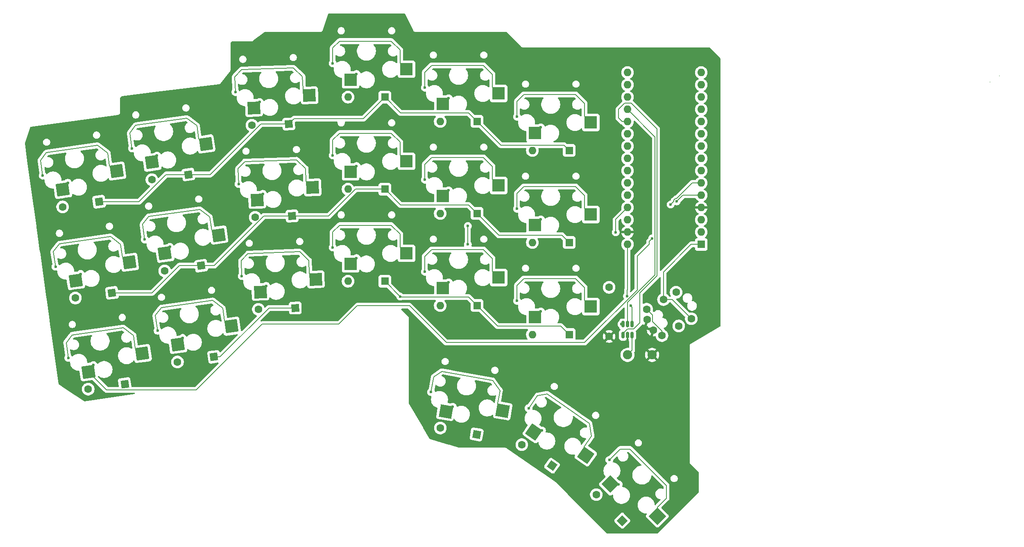
<source format=gtl>
%TF.GenerationSoftware,KiCad,Pcbnew,9.0.4*%
%TF.CreationDate,2025-09-06T18:01:24-05:00*%
%TF.ProjectId,esp32_s3_port,65737033-325f-4733-935f-706f72742e6b,rev?*%
%TF.SameCoordinates,Original*%
%TF.FileFunction,Copper,L1,Top*%
%TF.FilePolarity,Positive*%
%FSLAX46Y46*%
G04 Gerber Fmt 4.6, Leading zero omitted, Abs format (unit mm)*
G04 Created by KiCad (PCBNEW 9.0.4) date 2025-09-06 18:01:24*
%MOMM*%
%LPD*%
G01*
G04 APERTURE LIST*
G04 Aperture macros list*
%AMRoundRect*
0 Rectangle with rounded corners*
0 $1 Rounding radius*
0 $2 $3 $4 $5 $6 $7 $8 $9 X,Y pos of 4 corners*
0 Add a 4 corners polygon primitive as box body*
4,1,4,$2,$3,$4,$5,$6,$7,$8,$9,$2,$3,0*
0 Add four circle primitives for the rounded corners*
1,1,$1+$1,$2,$3*
1,1,$1+$1,$4,$5*
1,1,$1+$1,$6,$7*
1,1,$1+$1,$8,$9*
0 Add four rect primitives between the rounded corners*
20,1,$1+$1,$2,$3,$4,$5,0*
20,1,$1+$1,$4,$5,$6,$7,0*
20,1,$1+$1,$6,$7,$8,$9,0*
20,1,$1+$1,$8,$9,$2,$3,0*%
%AMHorizOval*
0 Thick line with rounded ends*
0 $1 width*
0 $2 $3 position (X,Y) of the first rounded end (center of the circle)*
0 $4 $5 position (X,Y) of the second rounded end (center of the circle)*
0 Add line between two ends*
20,1,$1,$2,$3,$4,$5,0*
0 Add two circle primitives to create the rounded ends*
1,1,$1,$2,$3*
1,1,$1,$4,$5*%
%AMRotRect*
0 Rectangle, with rotation*
0 The origin of the aperture is its center*
0 $1 length*
0 $2 width*
0 $3 Rotation angle, in degrees counterclockwise*
0 Add horizontal line*
21,1,$1,$2,0,0,$3*%
G04 Aperture macros list end*
%ADD10C,0.200000*%
%TA.AperFunction,ComponentPad*%
%ADD11C,1.900000*%
%TD*%
%TA.AperFunction,SMDPad,CuDef*%
%ADD12RoundRect,0.150000X0.150000X-0.512500X0.150000X0.512500X-0.150000X0.512500X-0.150000X-0.512500X0*%
%TD*%
%TA.AperFunction,ComponentPad*%
%ADD13C,1.600000*%
%TD*%
%TA.AperFunction,SMDPad,CuDef*%
%ADD14R,2.600000X2.600000*%
%TD*%
%TA.AperFunction,ComponentPad*%
%ADD15R,1.600000X1.600000*%
%TD*%
%TA.AperFunction,ComponentPad*%
%ADD16O,1.600000X1.600000*%
%TD*%
%TA.AperFunction,ComponentPad*%
%ADD17RotRect,1.600000X1.600000X188.000000*%
%TD*%
%TA.AperFunction,ComponentPad*%
%ADD18HorizOval,1.600000X0.000000X0.000000X0.000000X0.000000X0*%
%TD*%
%TA.AperFunction,ComponentPad*%
%ADD19RotRect,1.600000X1.600000X182.000000*%
%TD*%
%TA.AperFunction,ComponentPad*%
%ADD20HorizOval,1.600000X0.000000X0.000000X0.000000X0.000000X0*%
%TD*%
%TA.AperFunction,SMDPad,CuDef*%
%ADD21RotRect,2.600000X2.600000X315.000000*%
%TD*%
%TA.AperFunction,SMDPad,CuDef*%
%ADD22RotRect,2.600000X2.600000X8.000000*%
%TD*%
%TA.AperFunction,SMDPad,CuDef*%
%ADD23RotRect,2.600000X2.600000X350.000000*%
%TD*%
%TA.AperFunction,SMDPad,CuDef*%
%ADD24RotRect,2.600000X2.600000X2.000000*%
%TD*%
%TA.AperFunction,SMDPad,CuDef*%
%ADD25RotRect,2.600000X2.600000X325.000000*%
%TD*%
%TA.AperFunction,ComponentPad*%
%ADD26RotRect,1.600000X1.600000X145.000000*%
%TD*%
%TA.AperFunction,ComponentPad*%
%ADD27HorizOval,1.600000X0.000000X0.000000X0.000000X0.000000X0*%
%TD*%
%TA.AperFunction,ComponentPad*%
%ADD28RotRect,1.600000X1.600000X170.000000*%
%TD*%
%TA.AperFunction,ComponentPad*%
%ADD29HorizOval,1.600000X0.000000X0.000000X0.000000X0.000000X0*%
%TD*%
%TA.AperFunction,ComponentPad*%
%ADD30RotRect,1.600000X1.600000X135.000000*%
%TD*%
%TA.AperFunction,ComponentPad*%
%ADD31HorizOval,1.600000X0.000000X0.000000X0.000000X0.000000X0*%
%TD*%
%TA.AperFunction,ViaPad*%
%ADD32C,0.600000*%
%TD*%
%TA.AperFunction,Conductor*%
%ADD33C,0.200000*%
%TD*%
G04 APERTURE END LIST*
D10*
X224155000Y-44450000D02*
X224155000Y-44450000D01*
X226060000Y-43180000D02*
X226060000Y-43180000D01*
D11*
%TO.P,JP1,1*%
%TO.N,Net-(BT1-+)*%
X149225000Y-100965000D03*
%TO.P,JP1,2*%
%TO.N,GND*%
X154305000Y-100965000D03*
%TD*%
D12*
%TO.P,U1,1,~{CHRG}*%
%TO.N,/charging*%
X148275000Y-96890000D03*
%TO.P,U1,2,GND*%
%TO.N,GND*%
X149225000Y-96890000D03*
%TO.P,U1,3,BAT*%
%TO.N,Net-(BT1-+)*%
X150175000Y-96890000D03*
%TO.P,U1,4,V_{CC}*%
%TO.N,+5V*%
X150175000Y-94615000D03*
%TO.P,U1,5,STDBY*%
%TO.N,/finished*%
X149225000Y-94615000D03*
%TO.P,U1,6,PROG*%
%TO.N,Net-(U1-PROG)*%
X148275000Y-94615000D03*
%TD*%
D13*
%TO.P,R2,1*%
%TO.N,GND*%
X145415000Y-97155000D03*
%TO.P,R2,2*%
%TO.N,Net-(U1-PROG)*%
X145415000Y-86995000D03*
%TD*%
D14*
%TO.P,SW10,1,1*%
%TO.N,/Col6*%
X130074999Y-74128947D03*
%TO.P,SW10,2,2*%
%TO.N,Net-(D10-A)*%
X141624999Y-71928947D03*
%TD*%
D15*
%TO.P,D4,1,K*%
%TO.N,/Row1*%
X137159999Y-58653947D03*
D16*
%TO.P,D4,2,A*%
%TO.N,Net-(D4-A)*%
X129539999Y-58653947D03*
%TD*%
D15*
%TO.P,D6,1,K*%
%TO.N,/Row2*%
X99059999Y-66675000D03*
D16*
%TO.P,D6,2,A*%
%TO.N,Net-(D6-A)*%
X91439999Y-66675000D03*
%TD*%
D17*
%TO.P,D18,1,K*%
%TO.N,/Row3*%
X45290825Y-107001102D03*
D18*
%TO.P,D18,2,A*%
%TO.N,Net-(D18-A)*%
X37744982Y-108061601D03*
%TD*%
D19*
%TO.P,D15,1,K*%
%TO.N,/Row3*%
X80526656Y-91261169D03*
D20*
%TO.P,D15,2,A*%
%TO.N,Net-(D15-A)*%
X72911298Y-91527103D03*
%TD*%
D21*
%TO.P,SW21,1,1*%
%TO.N,/Col5*%
X145665899Y-127726840D03*
%TO.P,SW21,2,2*%
%TO.N,Net-(D21-A)*%
X155388617Y-134338288D03*
%TD*%
D14*
%TO.P,SW4,1,1*%
%TO.N,/Col6*%
X130074999Y-55078947D03*
%TO.P,SW4,2,2*%
%TO.N,Net-(D4-A)*%
X141624999Y-52878947D03*
%TD*%
D15*
%TO.P,D12,1,K*%
%TO.N,/Row3*%
X99059999Y-85725000D03*
D16*
%TO.P,D12,2,A*%
%TO.N,Net-(D12-A)*%
X91439999Y-85725000D03*
%TD*%
D22*
%TO.P,SW5,1,1*%
%TO.N,/Col2*%
X50920725Y-61087853D03*
%TO.P,SW5,2,2*%
%TO.N,Net-(D5-A)*%
X62052140Y-57301814D03*
%TD*%
D14*
%TO.P,SW12,1,1*%
%TO.N,/Col4*%
X91974999Y-82150000D03*
%TO.P,SW12,2,2*%
%TO.N,Net-(D12-A)*%
X103524999Y-79950000D03*
%TD*%
%TO.P,SW6,1,1*%
%TO.N,/Col4*%
X91974999Y-63100000D03*
%TO.P,SW6,2,2*%
%TO.N,Net-(D6-A)*%
X103524999Y-60900000D03*
%TD*%
D15*
%TO.P,D2,1,K*%
%TO.N,/Row1*%
X118109999Y-52638158D03*
D16*
%TO.P,D2,2,A*%
%TO.N,Net-(D2-A)*%
X110489999Y-52638158D03*
%TD*%
D23*
%TO.P,SW19,1,1*%
%TO.N,/Col3*%
X111672599Y-112672350D03*
%TO.P,SW19,2,2*%
%TO.N,Net-(D19-A)*%
X123429154Y-112511410D03*
%TD*%
D17*
%TO.P,D17,1,K*%
%TO.N,/Row3*%
X63736813Y-101371232D03*
D18*
%TO.P,D17,2,A*%
%TO.N,Net-(D17-A)*%
X56190970Y-102431731D03*
%TD*%
D19*
%TO.P,D9,1,K*%
%TO.N,/Row2*%
X79861821Y-72222774D03*
D20*
%TO.P,D9,2,A*%
%TO.N,Net-(D9-A)*%
X72246463Y-72488708D03*
%TD*%
D15*
%TO.P,D16,1,K*%
%TO.N,/Row3*%
X137159999Y-96753947D03*
D16*
%TO.P,D16,2,A*%
%TO.N,Net-(D16-A)*%
X129539999Y-96753947D03*
%TD*%
D14*
%TO.P,SW14,1,1*%
%TO.N,/Col5*%
X111024999Y-87163158D03*
%TO.P,SW14,2,2*%
%TO.N,Net-(D14-A)*%
X122574999Y-84963158D03*
%TD*%
D15*
%TO.P,A1,1,D1/TX*%
%TO.N,TX*%
X164455000Y-78105000D03*
D16*
%TO.P,A1,2,D0/RX*%
%TO.N,RX*%
X164455000Y-75565000D03*
%TO.P,A1,3,~{RESET}*%
%TO.N,unconnected-(A1-~{RESET}-Pad3)*%
X164455000Y-73025000D03*
%TO.P,A1,4,GND*%
%TO.N,GND*%
X164455000Y-70485000D03*
%TO.P,A1,5,D2*%
%TO.N,/Row1*%
X164455000Y-67945000D03*
%TO.P,A1,6,D3*%
%TO.N,/Row2*%
X164455000Y-65405000D03*
%TO.P,A1,7,D4*%
%TO.N,/Row3*%
X164455000Y-62865000D03*
%TO.P,A1,8,D5*%
%TO.N,/Row4*%
X164455000Y-60325000D03*
%TO.P,A1,9,D6*%
%TO.N,/Col1*%
X164455000Y-57785000D03*
%TO.P,A1,10,D7*%
%TO.N,/Col2*%
X164455000Y-55245000D03*
%TO.P,A1,11,D8*%
%TO.N,/Col3*%
X164455000Y-52705000D03*
%TO.P,A1,12,D9*%
%TO.N,/Col4*%
X164455000Y-50165000D03*
%TO.P,A1,13,D10/CS*%
%TO.N,/Col6*%
X164455000Y-47625000D03*
%TO.P,A1,14,D11/COPI*%
%TO.N,/Col5*%
X164455000Y-45085000D03*
%TO.P,A1,15,D12/CIPO*%
%TO.N,unconnected-(A1-D12{slash}CIPO-Pad15)*%
X164455000Y-42545000D03*
%TO.P,A1,16,D13/SCK*%
%TO.N,unconnected-(A1-D13{slash}SCK-Pad16)*%
X149215000Y-42545000D03*
%TO.P,A1,17,3V3*%
%TO.N,VCC*%
X149215000Y-45085000D03*
%TO.P,A1,18,B0*%
%TO.N,unconnected-(A1-B0-Pad18)*%
X149215000Y-47625000D03*
%TO.P,A1,19,A0*%
%TO.N,/finished*%
X149215000Y-50165000D03*
%TO.P,A1,20,A1*%
%TO.N,/charging*%
X149215000Y-52705000D03*
%TO.P,A1,21,A2*%
%TO.N,unconnected-(A1-A2-Pad21)*%
X149215000Y-55245000D03*
%TO.P,A1,22,A3*%
%TO.N,unconnected-(A1-A3-Pad22)*%
X149215000Y-57785000D03*
%TO.P,A1,23,SDA/A4*%
%TO.N,SDA*%
X149215000Y-60325000D03*
%TO.P,A1,24,SCL/A5*%
%TO.N,SCL*%
X149215000Y-62865000D03*
%TO.P,A1,25,A6*%
%TO.N,unconnected-(A1-A6-Pad25)*%
X149215000Y-65405000D03*
%TO.P,A1,26,A7*%
%TO.N,unconnected-(A1-A7-Pad26)*%
X149215000Y-67945000D03*
%TO.P,A1,27,VUSB/5V*%
%TO.N,VBUS*%
X149215000Y-70485000D03*
%TO.P,A1,28,B1*%
%TO.N,unconnected-(A1-B1-Pad28)*%
X149215000Y-73025000D03*
%TO.P,A1,29,GND*%
%TO.N,GND*%
X149215000Y-75565000D03*
%TO.P,A1,30,VIN*%
%TO.N,+5V*%
X149215000Y-78105000D03*
%TD*%
D14*
%TO.P,SW16,1,1*%
%TO.N,/Col6*%
X130074999Y-93178947D03*
%TO.P,SW16,2,2*%
%TO.N,Net-(D16-A)*%
X141624999Y-90978947D03*
%TD*%
D22*
%TO.P,SW17,1,1*%
%TO.N,/Col2*%
X56223220Y-98817066D03*
%TO.P,SW17,2,2*%
%TO.N,Net-(D17-A)*%
X67354635Y-95031027D03*
%TD*%
D24*
%TO.P,SW9,1,1*%
%TO.N,/Col3*%
X72656372Y-68897215D03*
%TO.P,SW9,2,2*%
%TO.N,Net-(D9-A)*%
X84122557Y-66295466D03*
%TD*%
D25*
%TO.P,SW20,1,1*%
%TO.N,/Col4*%
X129852423Y-116914073D03*
%TO.P,SW20,2,2*%
%TO.N,Net-(D20-A)*%
X140575498Y-121736746D03*
%TD*%
D22*
%TO.P,SW18,1,1*%
%TO.N,/Col1*%
X37777232Y-104446936D03*
%TO.P,SW18,2,2*%
%TO.N,Net-(D18-A)*%
X48908647Y-100660897D03*
%TD*%
D24*
%TO.P,SW3,1,1*%
%TO.N,/Col3*%
X71991537Y-49858820D03*
%TO.P,SW3,2,2*%
%TO.N,Net-(D3-A)*%
X83457722Y-47257071D03*
%TD*%
D17*
%TO.P,D13,1,K*%
%TO.N,/Row2*%
X42639577Y-88136495D03*
D18*
%TO.P,D13,2,A*%
%TO.N,Net-(D13-A)*%
X35093734Y-89196994D03*
%TD*%
D22*
%TO.P,SW11,1,1*%
%TO.N,/Col2*%
X53571973Y-79952459D03*
%TO.P,SW11,2,2*%
%TO.N,Net-(D11-A)*%
X64703388Y-76166420D03*
%TD*%
D13*
%TO.P,J2,1*%
%TO.N,GND*%
X153274457Y-93663112D03*
%TO.P,J2,2*%
%TO.N,VBUS*%
X156340482Y-96973624D03*
%TO.P,J2,3*%
%TO.N,RX*%
X159804584Y-94973624D03*
%TO.P,J2,4*%
%TO.N,TX*%
X162402660Y-93473624D03*
%TD*%
D19*
%TO.P,D3,1,K*%
%TO.N,/Row1*%
X79196986Y-53184379D03*
D20*
%TO.P,D3,2,A*%
%TO.N,Net-(D3-A)*%
X71581628Y-53450313D03*
%TD*%
D15*
%TO.P,D1,1,K*%
%TO.N,/Row1*%
X99059999Y-47625000D03*
D16*
%TO.P,D1,2,A*%
%TO.N,Net-(D1-A)*%
X91439999Y-47625000D03*
%TD*%
D15*
%TO.P,D10,1,K*%
%TO.N,/Row2*%
X137159999Y-77703947D03*
D16*
%TO.P,D10,2,A*%
%TO.N,Net-(D10-A)*%
X129539999Y-77703947D03*
%TD*%
D17*
%TO.P,D7,1,K*%
%TO.N,/Row1*%
X39988330Y-69271888D03*
D18*
%TO.P,D7,2,A*%
%TO.N,Net-(D7-A)*%
X32442487Y-70332387D03*
%TD*%
D22*
%TO.P,SW7,1,1*%
%TO.N,/Col1*%
X32474737Y-66717722D03*
%TO.P,SW7,2,2*%
%TO.N,Net-(D7-A)*%
X43606152Y-62931683D03*
%TD*%
D14*
%TO.P,SW8,1,1*%
%TO.N,/Col5*%
X111024999Y-68113158D03*
%TO.P,SW8,2,2*%
%TO.N,Net-(D8-A)*%
X122574999Y-65913158D03*
%TD*%
D22*
%TO.P,SW13,1,1*%
%TO.N,/Col1*%
X35125984Y-85582329D03*
%TO.P,SW13,2,2*%
%TO.N,Net-(D13-A)*%
X46257399Y-81796290D03*
%TD*%
D26*
%TO.P,D20,1,K*%
%TO.N,/Row4*%
X133605580Y-123906330D03*
D27*
%TO.P,D20,2,A*%
%TO.N,Net-(D20-A)*%
X127363641Y-119535678D03*
%TD*%
D15*
%TO.P,D8,1,K*%
%TO.N,/Row2*%
X118109999Y-71688158D03*
D16*
%TO.P,D8,2,A*%
%TO.N,Net-(D8-A)*%
X110489999Y-71688158D03*
%TD*%
D28*
%TO.P,D19,1,K*%
%TO.N,/Row4*%
X118029169Y-117423335D03*
D29*
%TO.P,D19,2,A*%
%TO.N,Net-(D19-A)*%
X110524934Y-116100136D03*
%TD*%
D17*
%TO.P,D11,1,K*%
%TO.N,/Row2*%
X61085566Y-82506625D03*
D18*
%TO.P,D11,2,A*%
%TO.N,Net-(D11-A)*%
X53539723Y-83567124D03*
%TD*%
D17*
%TO.P,D5,1,K*%
%TO.N,/Row1*%
X58434318Y-63642019D03*
D18*
%TO.P,D5,2,A*%
%TO.N,Net-(D5-A)*%
X50888475Y-64702518D03*
%TD*%
D14*
%TO.P,SW1,1,1*%
%TO.N,/Col4*%
X91974999Y-44050000D03*
%TO.P,SW1,2,2*%
%TO.N,Net-(D1-A)*%
X103524999Y-41850000D03*
%TD*%
%TO.P,SW2,1,1*%
%TO.N,/Col5*%
X111024999Y-49063158D03*
%TO.P,SW2,2,2*%
%TO.N,Net-(D2-A)*%
X122574999Y-46863158D03*
%TD*%
D30*
%TO.P,D21,1,K*%
%TO.N,/Row4*%
X148147844Y-135264597D03*
D31*
%TO.P,D21,2,A*%
%TO.N,Net-(D21-A)*%
X142759690Y-129876443D03*
%TD*%
D15*
%TO.P,D14,1,K*%
%TO.N,/Row3*%
X118109999Y-90738158D03*
D16*
%TO.P,D14,2,A*%
%TO.N,Net-(D14-A)*%
X110489999Y-90738158D03*
%TD*%
D24*
%TO.P,SW15,1,1*%
%TO.N,/Col3*%
X73321207Y-87935610D03*
%TO.P,SW15,2,2*%
%TO.N,Net-(D15-A)*%
X84787392Y-85333861D03*
%TD*%
D13*
%TO.P,J1,1*%
%TO.N,GND*%
X154521957Y-95823846D03*
%TO.P,J1,2*%
%TO.N,VBUS*%
X153187982Y-91513334D03*
%TO.P,J1,3*%
%TO.N,TX*%
X156652084Y-89513334D03*
%TO.P,J1,4*%
%TO.N,RX*%
X159250160Y-88013334D03*
%TD*%
D32*
%TO.N,+5V*%
X149118235Y-88793235D03*
X149860000Y-90805000D03*
%TO.N,Net-(U1-PROG)*%
X147955000Y-94615000D03*
%TO.N,/Row3*%
X102235000Y-88900000D03*
%TO.N,/Col5*%
X112249789Y-85951717D03*
X112249789Y-47851717D03*
X116205000Y-78105000D03*
X112249789Y-66901717D03*
X116205000Y-74295000D03*
X147388574Y-127736279D03*
%TO.N,/Col1*%
X36170254Y-84212220D03*
X33519007Y-65347613D03*
X38821502Y-103076827D03*
X154305000Y-76869601D03*
%TO.N,/Col6*%
X131299789Y-91967506D03*
X131299789Y-53867506D03*
X131299789Y-72917506D03*
%TO.N,/Row2*%
X158115000Y-69850000D03*
%TO.N,/Col3*%
X73838137Y-67643768D03*
X113089146Y-111691996D03*
X73173302Y-48605373D03*
X74502972Y-86682163D03*
%TO.N,/Col2*%
X51964995Y-59717744D03*
X54616243Y-78582350D03*
X57267490Y-97446957D03*
%TO.N,/Col4*%
X131550567Y-116624229D03*
X93199789Y-80938559D03*
X93199789Y-42838559D03*
X93199789Y-61888559D03*
%TO.N,/Row1*%
X159385000Y-69215000D03*
%TO.N,VBUS*%
X146778219Y-75604149D03*
%TO.N,GND*%
X84500000Y-40000000D03*
X85500000Y-74000000D03*
X66500000Y-83000000D03*
X143000000Y-67500000D03*
X65000000Y-65500000D03*
X143500000Y-57500000D03*
X46500000Y-71500000D03*
X104500000Y-55500000D03*
X104500000Y-74500000D03*
X157000000Y-42500000D03*
X43500000Y-54500000D03*
X157000000Y-50000000D03*
X106500000Y-98000000D03*
X85500000Y-55000000D03*
X49000000Y-90500000D03*
X64000000Y-52000000D03*
%TO.N,Net-(D1-A)*%
X88264999Y-40640000D03*
%TO.N,Net-(D2-A)*%
X107314999Y-45653158D03*
%TO.N,Net-(D3-A)*%
X68164790Y-46580375D03*
%TO.N,Net-(D4-A)*%
X126364999Y-51668947D03*
%TO.N,Net-(D5-A)*%
X46772250Y-58227371D03*
%TO.N,Net-(D6-A)*%
X88264999Y-59690000D03*
%TO.N,Net-(D7-A)*%
X28326262Y-63857240D03*
%TO.N,Net-(D8-A)*%
X107314999Y-64703158D03*
%TO.N,Net-(D9-A)*%
X68829625Y-65618770D03*
%TO.N,Net-(D10-A)*%
X126364999Y-70718947D03*
%TO.N,Net-(D11-A)*%
X49423498Y-77091977D03*
%TO.N,Net-(D12-A)*%
X88264999Y-78740000D03*
%TO.N,Net-(D13-A)*%
X30977509Y-82721847D03*
%TO.N,Net-(D14-A)*%
X107314999Y-83753158D03*
%TO.N,Net-(D15-A)*%
X69494460Y-84657165D03*
%TO.N,Net-(D16-A)*%
X126364999Y-89768947D03*
%TO.N,Net-(D17-A)*%
X52074745Y-95956584D03*
%TO.N,Net-(D18-A)*%
X33628757Y-101586454D03*
%TO.N,Net-(D19-A)*%
X108611102Y-108669921D03*
%TO.N,Net-(D20-A)*%
X128769265Y-111992796D03*
%TO.N,Net-(D21-A)*%
X145453767Y-122692239D03*
%TD*%
D33*
%TO.N,+5V*%
X149215000Y-87477073D02*
X149215000Y-78105000D01*
X149118235Y-87573838D02*
X149215000Y-87477073D01*
X149118235Y-88793235D02*
X149118235Y-87573838D01*
X150175000Y-91120000D02*
X149860000Y-90805000D01*
X150175000Y-94615000D02*
X150175000Y-91120000D01*
%TO.N,/charging*%
X148122474Y-52705000D02*
X149215000Y-52705000D01*
X147320000Y-51902526D02*
X148122474Y-52705000D01*
X147320000Y-50165000D02*
X147320000Y-51902526D01*
X148590000Y-48895000D02*
X147320000Y-50165000D01*
X155307000Y-54203475D02*
X149998525Y-48895000D01*
X151765000Y-94329468D02*
X151765000Y-88129200D01*
X149998525Y-48895000D02*
X148590000Y-48895000D01*
X151765000Y-88129200D02*
X155307000Y-84587200D01*
X155307000Y-84587200D02*
X155307000Y-54203475D01*
X150515968Y-95578500D02*
X151765000Y-94329468D01*
X149232032Y-95578500D02*
X150515968Y-95578500D01*
X148275000Y-96535532D02*
X149232032Y-95578500D01*
X148275000Y-96890000D02*
X148275000Y-96535532D01*
%TO.N,/Row2*%
X159136057Y-68614000D02*
X159351000Y-68614000D01*
X159351000Y-68614000D02*
X162560000Y-65405000D01*
X158784000Y-69181000D02*
X158784000Y-68966057D01*
X158784000Y-68966057D02*
X159136057Y-68614000D01*
X162560000Y-65405000D02*
X164455000Y-65405000D01*
X158115000Y-69850000D02*
X158784000Y-69181000D01*
%TO.N,Net-(BT1-+)*%
X150175000Y-96890000D02*
X150174999Y-100015001D01*
X150174999Y-100015001D02*
X149225000Y-100965000D01*
%TO.N,/finished*%
X154906000Y-84421100D02*
X154906000Y-55856000D01*
X154906000Y-55856000D02*
X149215000Y-50165000D01*
X149225000Y-90102100D02*
X154906000Y-84421100D01*
X149225000Y-94615000D02*
X149225000Y-90102100D01*
%TO.N,/Col1*%
X41535951Y-108205655D02*
X37777232Y-104446936D01*
X60069345Y-108205655D02*
X41535951Y-108205655D01*
X73660000Y-94615000D02*
X60069345Y-108205655D01*
X89535000Y-94615000D02*
X73660000Y-94615000D01*
X104140000Y-90805000D02*
X93345000Y-90805000D01*
X111760000Y-98425000D02*
X104140000Y-90805000D01*
X153670000Y-78105000D02*
X151247000Y-80528000D01*
X151247000Y-80528000D02*
X151247000Y-87513000D01*
X93345000Y-90805000D02*
X89535000Y-94615000D01*
X151247000Y-87513000D02*
X140335000Y-98425000D01*
X153670000Y-77504601D02*
X153670000Y-78105000D01*
X140335000Y-98425000D02*
X111760000Y-98425000D01*
X154305000Y-76869601D02*
X153670000Y-77504601D01*
%TO.N,/charging*%
X148275000Y-96890000D02*
X148275000Y-96227501D01*
%TO.N,TX*%
X162368800Y-78105000D02*
X156652084Y-83821716D01*
X164455000Y-78105000D02*
X162368800Y-78105000D01*
X156652084Y-83821716D02*
X156652084Y-89513334D01*
X156652084Y-89513334D02*
X158442370Y-89513334D01*
X158442370Y-89513334D02*
X162402660Y-93473624D01*
%TO.N,/Row3*%
X135435999Y-95029947D02*
X137159999Y-96753947D01*
X116385999Y-89014158D02*
X118109999Y-90738158D01*
X102349157Y-89014158D02*
X116385999Y-89014158D01*
X99059999Y-85725000D02*
X102349157Y-89014158D01*
X122401788Y-95029947D02*
X135435999Y-95029947D01*
X64998768Y-101371232D02*
X75108831Y-91261169D01*
X63736813Y-101371232D02*
X64998768Y-101371232D01*
X118109999Y-90738158D02*
X122401788Y-95029947D01*
X75108831Y-91261169D02*
X80526656Y-91261169D01*
%TO.N,/Col5*%
X116205000Y-74295000D02*
X116205000Y-78105000D01*
%TO.N,/Row2*%
X99059999Y-66675000D02*
X102349157Y-69964158D01*
X74069447Y-72222774D02*
X79861821Y-72222774D01*
X92997049Y-66675000D02*
X99059999Y-66675000D01*
X87449275Y-72222774D02*
X92997049Y-66675000D01*
X56558375Y-82506625D02*
X61085566Y-82506625D01*
X135656052Y-76200000D02*
X137159999Y-77703947D01*
X118109999Y-71688158D02*
X122621841Y-76200000D01*
X122621841Y-76200000D02*
X135656052Y-76200000D01*
X50928505Y-88136495D02*
X56558375Y-82506625D01*
X102349157Y-69964158D02*
X116385999Y-69964158D01*
X79861821Y-72222774D02*
X87449275Y-72222774D01*
X61085566Y-82506625D02*
X63785596Y-82506625D01*
X63785596Y-82506625D02*
X74069447Y-72222774D01*
X116385999Y-69964158D02*
X118109999Y-71688158D01*
X42639577Y-88136495D02*
X50928505Y-88136495D01*
%TO.N,/Row1*%
X136058999Y-57552947D02*
X137159999Y-58653947D01*
X80277665Y-52103700D02*
X94581299Y-52103700D01*
X99059999Y-47625000D02*
X102349157Y-50914158D01*
X79196986Y-53184379D02*
X80277665Y-52103700D01*
X159385000Y-69215000D02*
X160655000Y-67945000D01*
X39988330Y-69271888D02*
X48203112Y-69271888D01*
X53832981Y-63642019D02*
X58434318Y-63642019D01*
X118109999Y-52638158D02*
X123024788Y-57552947D01*
X62946972Y-63642019D02*
X73404612Y-53184379D01*
X116385999Y-50914158D02*
X118109999Y-52638158D01*
X102349157Y-50914158D02*
X116385999Y-50914158D01*
X73404612Y-53184379D02*
X79196986Y-53184379D01*
X94581299Y-52103700D02*
X99059999Y-47625000D01*
X123024788Y-57552947D02*
X136058999Y-57552947D01*
X160655000Y-67945000D02*
X164455000Y-67945000D01*
X58434318Y-63642019D02*
X62946972Y-63642019D01*
X48203112Y-69271888D02*
X53832981Y-63642019D01*
%TO.N,VBUS*%
X156340482Y-96015482D02*
X154375457Y-94050457D01*
X149215000Y-70485000D02*
X146778219Y-72921781D01*
X156340482Y-96973624D02*
X156340482Y-96015482D01*
X154375457Y-92700809D02*
X153187982Y-91513334D01*
X154375457Y-94050457D02*
X154375457Y-92700809D01*
X146778219Y-72921781D02*
X146778219Y-75604149D01*
%TO.N,Net-(D1-A)*%
X88264999Y-37465000D02*
X88264999Y-40640000D01*
X103524999Y-41850000D02*
X102234999Y-40560000D01*
X89695499Y-36034500D02*
X88264999Y-37465000D01*
X102234999Y-40560000D02*
X102234999Y-37885257D01*
X100384242Y-36034500D02*
X89695499Y-36034500D01*
X102234999Y-37885257D02*
X100384242Y-36034500D01*
%TO.N,Net-(D2-A)*%
X121284999Y-45573158D02*
X121284999Y-42898415D01*
X122574999Y-46863158D02*
X121284999Y-45573158D01*
X121284999Y-42898415D02*
X119434242Y-41047658D01*
X108745499Y-41047658D02*
X107314999Y-42478158D01*
X107314999Y-42478158D02*
X107314999Y-45653158D01*
X119434242Y-41047658D02*
X108745499Y-41047658D01*
%TO.N,Net-(D3-A)*%
X68053984Y-43407309D02*
X68164790Y-46580375D01*
X83457722Y-47257071D02*
X82123488Y-46012877D01*
X80115920Y-41554725D02*
X69433689Y-41927757D01*
X82123488Y-46012877D02*
X82030141Y-43339764D01*
X69433689Y-41927757D02*
X68053984Y-43407309D01*
X82030141Y-43339764D02*
X80115920Y-41554725D01*
%TO.N,Net-(D4-A)*%
X126364999Y-48493947D02*
X126364999Y-51668947D01*
X138484242Y-47063447D02*
X127795499Y-47063447D01*
X140334999Y-48914204D02*
X138484242Y-47063447D01*
X127795499Y-47063447D02*
X126364999Y-48493947D01*
X141624999Y-52878947D02*
X140334999Y-51588947D01*
X140334999Y-51588947D02*
X140334999Y-48914204D01*
%TO.N,Net-(D5-A)*%
X60222909Y-53555189D02*
X58132588Y-51980019D01*
X60595161Y-56203901D02*
X60222909Y-53555189D01*
X46330376Y-55083270D02*
X46772250Y-58227371D01*
X62052140Y-57301814D02*
X60595161Y-56203901D01*
X58132588Y-51980019D02*
X47547867Y-53467604D01*
X47547867Y-53467604D02*
X46330376Y-55083270D01*
%TO.N,Net-(D6-A)*%
X103524999Y-60900000D02*
X102234999Y-59610000D01*
X102234999Y-59610000D02*
X102234999Y-56935257D01*
X100384242Y-55084500D02*
X89695499Y-55084500D01*
X102234999Y-56935257D02*
X100384242Y-55084500D01*
X88264999Y-56515000D02*
X88264999Y-59690000D01*
X89695499Y-55084500D02*
X88264999Y-56515000D01*
%TO.N,Net-(D7-A)*%
X42149173Y-61833770D02*
X41776921Y-59185058D01*
X39686600Y-57609888D02*
X29101879Y-59097473D01*
X27884388Y-60713139D02*
X28326262Y-63857240D01*
X41776921Y-59185058D02*
X39686600Y-57609888D01*
X43606152Y-62931683D02*
X42149173Y-61833770D01*
X29101879Y-59097473D02*
X27884388Y-60713139D01*
%TO.N,Net-(D8-A)*%
X122574999Y-65913158D02*
X121284999Y-64623158D01*
X119434242Y-60097658D02*
X108745499Y-60097658D01*
X121284999Y-61948415D02*
X119434242Y-60097658D01*
X107314999Y-61528158D02*
X107314999Y-64703158D01*
X108745499Y-60097658D02*
X107314999Y-61528158D01*
X121284999Y-64623158D02*
X121284999Y-61948415D01*
%TO.N,Net-(D9-A)*%
X70098524Y-60966152D02*
X68718819Y-62445704D01*
X80780755Y-60593120D02*
X70098524Y-60966152D01*
X82694976Y-62378159D02*
X80780755Y-60593120D01*
X68718819Y-62445704D02*
X68829625Y-65618770D01*
X84122557Y-66295466D02*
X82788323Y-65051272D01*
X82788323Y-65051272D02*
X82694976Y-62378159D01*
%TO.N,Net-(D10-A)*%
X140334999Y-70638947D02*
X140334999Y-67964204D01*
X127795499Y-66113447D02*
X126364999Y-67543947D01*
X138484242Y-66113447D02*
X127795499Y-66113447D01*
X140334999Y-67964204D02*
X138484242Y-66113447D01*
X141624999Y-71928947D02*
X140334999Y-70638947D01*
X126364999Y-67543947D02*
X126364999Y-70718947D01*
%TO.N,Net-(D11-A)*%
X64703388Y-76166420D02*
X63246409Y-75068507D01*
X50199115Y-72332210D02*
X48981624Y-73947876D01*
X60783836Y-70844625D02*
X50199115Y-72332210D01*
X62874157Y-72419795D02*
X60783836Y-70844625D01*
X63246409Y-75068507D02*
X62874157Y-72419795D01*
X48981624Y-73947876D02*
X49423498Y-77091977D01*
%TO.N,Net-(D12-A)*%
X102234999Y-75985257D02*
X100384242Y-74134500D01*
X88264999Y-75565000D02*
X88264999Y-78740000D01*
X89695499Y-74134500D02*
X88264999Y-75565000D01*
X100384242Y-74134500D02*
X89695499Y-74134500D01*
X102234999Y-78660000D02*
X102234999Y-75985257D01*
X103524999Y-79950000D02*
X102234999Y-78660000D01*
%TO.N,Net-(D13-A)*%
X44800420Y-80698377D02*
X44428168Y-78049665D01*
X30535635Y-79577746D02*
X30977509Y-82721847D01*
X31753126Y-77962080D02*
X30535635Y-79577746D01*
X46257399Y-81796290D02*
X44800420Y-80698377D01*
X42337847Y-76474495D02*
X31753126Y-77962080D01*
X44428168Y-78049665D02*
X42337847Y-76474495D01*
%TO.N,Net-(D14-A)*%
X119434242Y-79147658D02*
X108745499Y-79147658D01*
X121284999Y-80998415D02*
X119434242Y-79147658D01*
X121284999Y-83673158D02*
X121284999Y-80998415D01*
X108745499Y-79147658D02*
X107314999Y-80578158D01*
X122574999Y-84963158D02*
X121284999Y-83673158D01*
X107314999Y-80578158D02*
X107314999Y-83753158D01*
%TO.N,Net-(D15-A)*%
X70763359Y-80004547D02*
X69383654Y-81484099D01*
X83453158Y-84089667D02*
X83359811Y-81416554D01*
X84787392Y-85333861D02*
X83453158Y-84089667D01*
X81445590Y-79631515D02*
X70763359Y-80004547D01*
X69383654Y-81484099D02*
X69494460Y-84657165D01*
X83359811Y-81416554D02*
X81445590Y-79631515D01*
%TO.N,Net-(D16-A)*%
X138484242Y-85163447D02*
X127795499Y-85163447D01*
X140334999Y-87014204D02*
X138484242Y-85163447D01*
X141624999Y-90978947D02*
X140334999Y-89688947D01*
X140334999Y-89688947D02*
X140334999Y-87014204D01*
X126364999Y-86593947D02*
X126364999Y-89768947D01*
X127795499Y-85163447D02*
X126364999Y-86593947D01*
%TO.N,Net-(D17-A)*%
X52850362Y-91196817D02*
X51632871Y-92812483D01*
X65525404Y-91284402D02*
X63435083Y-89709232D01*
X51632871Y-92812483D02*
X52074745Y-95956584D01*
X63435083Y-89709232D02*
X52850362Y-91196817D01*
X65897656Y-93933114D02*
X65525404Y-91284402D01*
X67354635Y-95031027D02*
X65897656Y-93933114D01*
%TO.N,Net-(D18-A)*%
X44989095Y-95339102D02*
X34404374Y-96826687D01*
X33186883Y-98442353D02*
X33628757Y-101586454D01*
X34404374Y-96826687D02*
X33186883Y-98442353D01*
X48908647Y-100660897D02*
X47451668Y-99562984D01*
X47451668Y-99562984D02*
X47079416Y-96914272D01*
X47079416Y-96914272D02*
X44989095Y-95339102D01*
%TO.N,Net-(D19-A)*%
X123429154Y-112511410D02*
X122382759Y-111017002D01*
X121345964Y-106238874D02*
X110819607Y-104382793D01*
X110819607Y-104382793D02*
X109162435Y-105543157D01*
X122382759Y-111017002D02*
X122847223Y-108382894D01*
X109162435Y-105543157D02*
X108611102Y-108669921D01*
X122847223Y-108382894D02*
X121345964Y-106238874D01*
%TO.N,Net-(D20-A)*%
X132582668Y-109040692D02*
X130590370Y-109391988D01*
X141792875Y-117749105D02*
X141338374Y-115171503D01*
X130590370Y-109391988D02*
X128769265Y-111992796D01*
X140575498Y-121736746D02*
X140258705Y-119940126D01*
X140258705Y-119940126D02*
X141792875Y-117749105D01*
X141338374Y-115171503D02*
X132582668Y-109040692D01*
%TO.N,Net-(D21-A)*%
X155388617Y-132513953D02*
X157279946Y-130622624D01*
X147698831Y-120447175D02*
X145453767Y-122692239D01*
X157279946Y-130622624D02*
X157279946Y-128005258D01*
X155388617Y-134338288D02*
X155388617Y-132513953D01*
X149721863Y-120447175D02*
X147698831Y-120447175D01*
X157279946Y-128005258D02*
X149721863Y-120447175D01*
%TD*%
%TA.AperFunction,Conductor*%
%TO.N,GND*%
G36*
X103186077Y-30365185D02*
G01*
X103229947Y-30414046D01*
X104934055Y-33822264D01*
X104942917Y-33845610D01*
X104943607Y-33848185D01*
X104967200Y-33889050D01*
X104967199Y-33889050D01*
X104969060Y-33892274D01*
X104991807Y-33937766D01*
X105001892Y-33949138D01*
X105008169Y-33960010D01*
X105008171Y-33960013D01*
X105009498Y-33962311D01*
X105009500Y-33962314D01*
X105009503Y-33962317D01*
X105042848Y-33995662D01*
X105047929Y-34001056D01*
X105079241Y-34036367D01*
X105079243Y-34036368D01*
X105081455Y-34037829D01*
X105091933Y-34044747D01*
X105102686Y-34055500D01*
X105146740Y-34080935D01*
X105149842Y-34082983D01*
X105149858Y-34082992D01*
X105189217Y-34108979D01*
X105191726Y-34109815D01*
X105214520Y-34120068D01*
X105216814Y-34121392D01*
X105265967Y-34134562D01*
X105314239Y-34150653D01*
X105329419Y-34151564D01*
X105344108Y-34155500D01*
X105344111Y-34155500D01*
X105394990Y-34155500D01*
X105445786Y-34158549D01*
X105460685Y-34155500D01*
X124201324Y-34155500D01*
X124268363Y-34175185D01*
X124289005Y-34191819D01*
X127234500Y-37137314D01*
X127327686Y-37230500D01*
X127441814Y-37296392D01*
X127569108Y-37330500D01*
X166111324Y-37330500D01*
X166178363Y-37350185D01*
X166199005Y-37366819D01*
X168373181Y-39540995D01*
X168406666Y-39602318D01*
X168409500Y-39628676D01*
X168409500Y-94993993D01*
X168389815Y-95061032D01*
X168348022Y-95101077D01*
X162309006Y-98626978D01*
X162309007Y-98626979D01*
X162308563Y-98627237D01*
X162252686Y-98659500D01*
X162251810Y-98660375D01*
X162250741Y-98661000D01*
X162250733Y-98661007D01*
X162250731Y-98661009D01*
X162205407Y-98706773D01*
X162205408Y-98706774D01*
X162205105Y-98707079D01*
X162159500Y-98752686D01*
X162158881Y-98753756D01*
X162158010Y-98754637D01*
X162158002Y-98754650D01*
X162157999Y-98754654D01*
X162126097Y-98810534D01*
X162125800Y-98811052D01*
X162093606Y-98866815D01*
X162093026Y-98868217D01*
X162092685Y-98869037D01*
X162076336Y-98931265D01*
X162076182Y-98931845D01*
X162059500Y-98994105D01*
X162059289Y-98995713D01*
X162059288Y-98995715D01*
X162059185Y-98996496D01*
X162059185Y-98996543D01*
X162059185Y-98996544D01*
X162059273Y-99014534D01*
X162059499Y-99061099D01*
X162059500Y-99061701D01*
X162059500Y-123255891D01*
X162093608Y-123383187D01*
X162126554Y-123440250D01*
X162159500Y-123497314D01*
X162159502Y-123497316D01*
X163928181Y-125265995D01*
X163961666Y-125327318D01*
X163964500Y-125353676D01*
X163964500Y-129281324D01*
X163944815Y-129348363D01*
X163928181Y-129369005D01*
X155404005Y-137893181D01*
X155342682Y-137926666D01*
X155316324Y-137929500D01*
X145038676Y-137929500D01*
X144971637Y-137909815D01*
X144950995Y-137893181D01*
X142322411Y-135264597D01*
X146510827Y-135264597D01*
X146531307Y-135407052D01*
X146531308Y-135407056D01*
X146591094Y-135537967D01*
X146591095Y-135537968D01*
X146591096Y-135537970D01*
X146628715Y-135584653D01*
X146628718Y-135584656D01*
X146628723Y-135584662D01*
X147608578Y-136564515D01*
X147827788Y-136783725D01*
X147874471Y-136821345D01*
X147874472Y-136821345D01*
X147874474Y-136821347D01*
X148005384Y-136881132D01*
X148005385Y-136881132D01*
X148005387Y-136881133D01*
X148147844Y-136901614D01*
X148290301Y-136881133D01*
X148421217Y-136821345D01*
X148467900Y-136783726D01*
X149666972Y-135584653D01*
X149704592Y-135537970D01*
X149764380Y-135407054D01*
X149784861Y-135264597D01*
X149764380Y-135122140D01*
X149704592Y-134991224D01*
X149666973Y-134944541D01*
X149666968Y-134944536D01*
X149666964Y-134944531D01*
X148467907Y-133745476D01*
X148467900Y-133745469D01*
X148421217Y-133707849D01*
X148421215Y-133707848D01*
X148421213Y-133707846D01*
X148290303Y-133648061D01*
X148290299Y-133648060D01*
X148147844Y-133627580D01*
X148005388Y-133648060D01*
X148005384Y-133648061D01*
X147874473Y-133707847D01*
X147827778Y-133745476D01*
X146628723Y-134944533D01*
X146628717Y-134944540D01*
X146591095Y-134991225D01*
X146591093Y-134991227D01*
X146531308Y-135122137D01*
X146531307Y-135122141D01*
X146510827Y-135264597D01*
X142322411Y-135264597D01*
X136831905Y-129774091D01*
X141459190Y-129774091D01*
X141459190Y-129978794D01*
X141491212Y-130180977D01*
X141554471Y-130375666D01*
X141647405Y-130558056D01*
X141767718Y-130723656D01*
X141912476Y-130868414D01*
X142064878Y-130979138D01*
X142078080Y-130988730D01*
X142159448Y-131030189D01*
X142260466Y-131081661D01*
X142260468Y-131081661D01*
X142260471Y-131081663D01*
X142326583Y-131103144D01*
X142455155Y-131144920D01*
X142556247Y-131160931D01*
X142657338Y-131176943D01*
X142657339Y-131176943D01*
X142862041Y-131176943D01*
X142862042Y-131176943D01*
X143064224Y-131144920D01*
X143258909Y-131081663D01*
X143441300Y-130988730D01*
X143550660Y-130909276D01*
X143606903Y-130868414D01*
X143606905Y-130868411D01*
X143606909Y-130868409D01*
X143751656Y-130723662D01*
X143751658Y-130723658D01*
X143751661Y-130723656D01*
X143804422Y-130651033D01*
X143871977Y-130558053D01*
X143964910Y-130375662D01*
X144028167Y-130180977D01*
X144060190Y-129978795D01*
X144060190Y-129774091D01*
X144048514Y-129700373D01*
X144028167Y-129571908D01*
X143964908Y-129377219D01*
X143908608Y-129266726D01*
X143871977Y-129194833D01*
X143837338Y-129147156D01*
X143751661Y-129029229D01*
X143606903Y-128884471D01*
X143441303Y-128764158D01*
X143441302Y-128764157D01*
X143441300Y-128764156D01*
X143361891Y-128723695D01*
X143258913Y-128671224D01*
X143064224Y-128607965D01*
X142889685Y-128580321D01*
X142862042Y-128575943D01*
X142657338Y-128575943D01*
X142633019Y-128579794D01*
X142455155Y-128607965D01*
X142260466Y-128671224D01*
X142078076Y-128764158D01*
X141912476Y-128884471D01*
X141767718Y-129029229D01*
X141647405Y-129194829D01*
X141554471Y-129377219D01*
X141491212Y-129571908D01*
X141459190Y-129774091D01*
X136831905Y-129774091D01*
X134784654Y-127726840D01*
X143321775Y-127726840D01*
X143342255Y-127869295D01*
X143342256Y-127869299D01*
X143402042Y-128000210D01*
X143402043Y-128000211D01*
X143402044Y-128000213D01*
X143439663Y-128046896D01*
X143439666Y-128046899D01*
X143439671Y-128046905D01*
X145030497Y-129637728D01*
X145345843Y-129953074D01*
X145345847Y-129953077D01*
X145345849Y-129953079D01*
X145392525Y-129990695D01*
X145523439Y-130050482D01*
X145523440Y-130050482D01*
X145523442Y-130050483D01*
X145665899Y-130070964D01*
X145808356Y-130050483D01*
X145939272Y-129990695D01*
X145985955Y-129953076D01*
X146019493Y-129919537D01*
X146080814Y-129886052D01*
X146150506Y-129891036D01*
X146206440Y-129932906D01*
X146230858Y-129998370D01*
X146231174Y-130007218D01*
X146231174Y-130157355D01*
X146256120Y-130346829D01*
X146261126Y-130384852D01*
X146278360Y-130449170D01*
X146320516Y-130606501D01*
X146408324Y-130818490D01*
X146408331Y-130818504D01*
X146523066Y-131017231D01*
X146662755Y-131199275D01*
X146662763Y-131199284D01*
X146825004Y-131361525D01*
X146825012Y-131361532D01*
X147007056Y-131501221D01*
X147007059Y-131501222D01*
X147007062Y-131501225D01*
X147205786Y-131615958D01*
X147205791Y-131615960D01*
X147205797Y-131615963D01*
X147297154Y-131653804D01*
X147417787Y-131703772D01*
X147639436Y-131763162D01*
X147866940Y-131793114D01*
X147866947Y-131793114D01*
X148096401Y-131793114D01*
X148096408Y-131793114D01*
X148323912Y-131763162D01*
X148545561Y-131703772D01*
X148757562Y-131615958D01*
X148956286Y-131501225D01*
X149138335Y-131361533D01*
X149138339Y-131361528D01*
X149138344Y-131361525D01*
X149300585Y-131199284D01*
X149300588Y-131199279D01*
X149300593Y-131199275D01*
X149440285Y-131017226D01*
X149555018Y-130818502D01*
X149642832Y-130606501D01*
X149702222Y-130384852D01*
X149732174Y-130157348D01*
X149732174Y-129927880D01*
X149702222Y-129700376D01*
X149642832Y-129478727D01*
X149569474Y-129301625D01*
X149555023Y-129266737D01*
X149555020Y-129266731D01*
X149555018Y-129266726D01*
X149440285Y-129068002D01*
X149440282Y-129067999D01*
X149440281Y-129067996D01*
X149300592Y-128885952D01*
X149300585Y-128885944D01*
X149138344Y-128723703D01*
X149138335Y-128723695D01*
X148956291Y-128584006D01*
X148942325Y-128575943D01*
X148757562Y-128469270D01*
X148757550Y-128469264D01*
X148545561Y-128381456D01*
X148323912Y-128322066D01*
X148274304Y-128315534D01*
X148187049Y-128304047D01*
X148123153Y-128275780D01*
X148084682Y-128217455D01*
X148083851Y-128147591D01*
X148095961Y-128121296D01*
X148095095Y-128120833D01*
X148097964Y-128115463D01*
X148097968Y-128115458D01*
X148158311Y-127969776D01*
X148189074Y-127815121D01*
X148189074Y-127657437D01*
X148189074Y-127657434D01*
X148189073Y-127657432D01*
X148177940Y-127601465D01*
X148158311Y-127502782D01*
X148118546Y-127406780D01*
X148097971Y-127357106D01*
X148097964Y-127357093D01*
X148010363Y-127225990D01*
X148010360Y-127225986D01*
X147898866Y-127114492D01*
X147898862Y-127114489D01*
X147767759Y-127026888D01*
X147767746Y-127026881D01*
X147622075Y-126966543D01*
X147622063Y-126966540D01*
X147467420Y-126935779D01*
X147461356Y-126935182D01*
X147461611Y-126932584D01*
X147405453Y-126916094D01*
X147384811Y-126899460D01*
X147259463Y-126774112D01*
X147030546Y-126545196D01*
X146997062Y-126483874D01*
X147002046Y-126414183D01*
X147042738Y-126359143D01*
X147158436Y-126270365D01*
X147225499Y-126203302D01*
X147320686Y-126108116D01*
X147320689Y-126108111D01*
X147320694Y-126108107D01*
X147460386Y-125926058D01*
X147575119Y-125727334D01*
X147662933Y-125515333D01*
X147722323Y-125293684D01*
X147752275Y-125066180D01*
X147752275Y-124836712D01*
X147722323Y-124609208D01*
X147662933Y-124387559D01*
X147612965Y-124266926D01*
X147575124Y-124175569D01*
X147575121Y-124175563D01*
X147575119Y-124175558D01*
X147460386Y-123976834D01*
X147460383Y-123976831D01*
X147460382Y-123976828D01*
X147320693Y-123794784D01*
X147320686Y-123794776D01*
X147158445Y-123632535D01*
X147158436Y-123632527D01*
X146976392Y-123492838D01*
X146777665Y-123378103D01*
X146777651Y-123378096D01*
X146565662Y-123290288D01*
X146344013Y-123230898D01*
X146314930Y-123227069D01*
X146270087Y-123221165D01*
X146206190Y-123192898D01*
X146167720Y-123134573D01*
X146166889Y-123064708D01*
X146171712Y-123050773D01*
X146173009Y-123047642D01*
X146223504Y-122925736D01*
X146251232Y-122786340D01*
X146254405Y-122770389D01*
X146286790Y-122708478D01*
X146288287Y-122706953D01*
X146994100Y-122001139D01*
X147055421Y-121967656D01*
X147125112Y-121972640D01*
X147181046Y-122014511D01*
X147204252Y-122069424D01*
X147225591Y-122204154D01*
X147279162Y-122369030D01*
X147279163Y-122369033D01*
X147328495Y-122465851D01*
X147357870Y-122523502D01*
X147459771Y-122663756D01*
X147582358Y-122786343D01*
X147722612Y-122888244D01*
X147796178Y-122925728D01*
X147877080Y-122966950D01*
X147877083Y-122966951D01*
X147959520Y-122993736D01*
X148041960Y-123020522D01*
X148121263Y-123033082D01*
X148213185Y-123047642D01*
X148213190Y-123047642D01*
X148386559Y-123047642D01*
X148469567Y-123034494D01*
X148557784Y-123020522D01*
X148722663Y-122966950D01*
X148877132Y-122888244D01*
X149017386Y-122786343D01*
X149139973Y-122663756D01*
X149241874Y-122523502D01*
X149320580Y-122369033D01*
X149374152Y-122204154D01*
X149388124Y-122115937D01*
X149401272Y-122032929D01*
X149401272Y-121859554D01*
X149385494Y-121759944D01*
X149374152Y-121688330D01*
X149320580Y-121523451D01*
X149320580Y-121523450D01*
X149241873Y-121368981D01*
X149151475Y-121244559D01*
X149147243Y-121232699D01*
X149139000Y-121223186D01*
X149135726Y-121200421D01*
X149127996Y-121178755D01*
X149130847Y-121166490D01*
X149129056Y-121154028D01*
X149138611Y-121133104D01*
X149143821Y-121110701D01*
X149152850Y-121101926D01*
X149158081Y-121090472D01*
X149177433Y-121078034D01*
X149193927Y-121062006D01*
X149207672Y-121058601D01*
X149216859Y-121052698D01*
X149251794Y-121047675D01*
X149421766Y-121047675D01*
X149488805Y-121067360D01*
X149509447Y-121083994D01*
X152090571Y-123665118D01*
X152124056Y-123726441D01*
X152119072Y-123796133D01*
X152077200Y-123852066D01*
X152019076Y-123875738D01*
X151840744Y-123899216D01*
X151804784Y-123903951D01*
X151749609Y-123918735D01*
X151555976Y-123970618D01*
X151318006Y-124069188D01*
X151317989Y-124069196D01*
X151094928Y-124197981D01*
X151094912Y-124197992D01*
X150890566Y-124354792D01*
X150890559Y-124354798D01*
X150708428Y-124536929D01*
X150708422Y-124536936D01*
X150551622Y-124741282D01*
X150551611Y-124741298D01*
X150422826Y-124964359D01*
X150422818Y-124964376D01*
X150324248Y-125202346D01*
X150257581Y-125451154D01*
X150223959Y-125706528D01*
X150223959Y-125964129D01*
X150257581Y-126219503D01*
X150324248Y-126468311D01*
X150422818Y-126706281D01*
X150422826Y-126706298D01*
X150551611Y-126929359D01*
X150551622Y-126929375D01*
X150708422Y-127133721D01*
X150708428Y-127133728D01*
X150890559Y-127315859D01*
X150890566Y-127315865D01*
X151009049Y-127406780D01*
X151094921Y-127472672D01*
X151094928Y-127472676D01*
X151317989Y-127601461D01*
X151317994Y-127601463D01*
X151317997Y-127601465D01*
X151318001Y-127601466D01*
X151318006Y-127601469D01*
X151402680Y-127636542D01*
X151555975Y-127700039D01*
X151804784Y-127766707D01*
X152060166Y-127800329D01*
X152060173Y-127800329D01*
X152317745Y-127800329D01*
X152317752Y-127800329D01*
X152573134Y-127766707D01*
X152821943Y-127700039D01*
X153059921Y-127601465D01*
X153282997Y-127472672D01*
X153487353Y-127315864D01*
X153669494Y-127133723D01*
X153826302Y-126929367D01*
X153955095Y-126706291D01*
X154053669Y-126468313D01*
X154120337Y-126219504D01*
X154148549Y-126005210D01*
X154176815Y-125941315D01*
X154235140Y-125902844D01*
X154305005Y-125902013D01*
X154359169Y-125933716D01*
X156643127Y-128217674D01*
X156676612Y-128278997D01*
X156679446Y-128305355D01*
X156679446Y-128592363D01*
X156659761Y-128659402D01*
X156606957Y-128705157D01*
X156537799Y-128715101D01*
X156505617Y-128704902D01*
X156505340Y-128705573D01*
X156500834Y-128703706D01*
X156335959Y-128650136D01*
X156164733Y-128623016D01*
X156164728Y-128623016D01*
X155991364Y-128623016D01*
X155991359Y-128623016D01*
X155820132Y-128650136D01*
X155655257Y-128703706D01*
X155655254Y-128703707D01*
X155500785Y-128782414D01*
X155420765Y-128840552D01*
X155360532Y-128884315D01*
X155360530Y-128884317D01*
X155360529Y-128884317D01*
X155237947Y-129006899D01*
X155237947Y-129006900D01*
X155237945Y-129006902D01*
X155194182Y-129067135D01*
X155136044Y-129147155D01*
X155057337Y-129301624D01*
X155057336Y-129301627D01*
X155003766Y-129466502D01*
X154976646Y-129637728D01*
X154976646Y-129811103D01*
X155003766Y-129982329D01*
X155057336Y-130147204D01*
X155057337Y-130147207D01*
X155120930Y-130272013D01*
X155136044Y-130301676D01*
X155237945Y-130441930D01*
X155360532Y-130564517D01*
X155500786Y-130666418D01*
X155573748Y-130703594D01*
X155655254Y-130745124D01*
X155655257Y-130745125D01*
X155737694Y-130771910D01*
X155820134Y-130798696D01*
X155899850Y-130811321D01*
X155954861Y-130820035D01*
X156017996Y-130849964D01*
X156054927Y-130909276D01*
X156053929Y-130979138D01*
X156023144Y-131030189D01*
X155035023Y-132018311D01*
X154973700Y-132051796D01*
X154904009Y-132046812D01*
X154848075Y-132004940D01*
X154823658Y-131939476D01*
X154823342Y-131930630D01*
X154823342Y-131907785D01*
X154823341Y-131907771D01*
X154821899Y-131896825D01*
X154793390Y-131680275D01*
X154734000Y-131458626D01*
X154646186Y-131246625D01*
X154531453Y-131047901D01*
X154531450Y-131047898D01*
X154531449Y-131047895D01*
X154391760Y-130865851D01*
X154391753Y-130865843D01*
X154229512Y-130703602D01*
X154229503Y-130703594D01*
X154047459Y-130563905D01*
X153848732Y-130449170D01*
X153848718Y-130449163D01*
X153636729Y-130361355D01*
X153415080Y-130301965D01*
X153377057Y-130296959D01*
X153187583Y-130272013D01*
X153187576Y-130272013D01*
X152958108Y-130272013D01*
X152958100Y-130272013D01*
X152741557Y-130300522D01*
X152730604Y-130301965D01*
X152636918Y-130327067D01*
X152508954Y-130361355D01*
X152296965Y-130449163D01*
X152296951Y-130449170D01*
X152098224Y-130563905D01*
X151916180Y-130703594D01*
X151753923Y-130865851D01*
X151614234Y-131047895D01*
X151499499Y-131246622D01*
X151499492Y-131246636D01*
X151411684Y-131458625D01*
X151411684Y-131458626D01*
X151369528Y-131615958D01*
X151352295Y-131680272D01*
X151352293Y-131680283D01*
X151322342Y-131907771D01*
X151322342Y-132137254D01*
X151347288Y-132326728D01*
X151352294Y-132364751D01*
X151409324Y-132577592D01*
X151411684Y-132586400D01*
X151499492Y-132798389D01*
X151499499Y-132798403D01*
X151614234Y-132997130D01*
X151753923Y-133179174D01*
X151753931Y-133179183D01*
X151916172Y-133341424D01*
X151916180Y-133341431D01*
X152098224Y-133481120D01*
X152098227Y-133481121D01*
X152098230Y-133481124D01*
X152296954Y-133595857D01*
X152296959Y-133595859D01*
X152296965Y-133595862D01*
X152373540Y-133627580D01*
X152508955Y-133683671D01*
X152730604Y-133743061D01*
X152958108Y-133773013D01*
X152958115Y-133773013D01*
X153108240Y-133773013D01*
X153175279Y-133792698D01*
X153221034Y-133845502D01*
X153230978Y-133914660D01*
X153201953Y-133978216D01*
X153195921Y-133984694D01*
X153162386Y-134018228D01*
X153162377Y-134018238D01*
X153124761Y-134064914D01*
X153064974Y-134195828D01*
X153064973Y-134195832D01*
X153044493Y-134338288D01*
X153064973Y-134480743D01*
X153064974Y-134480747D01*
X153124760Y-134611658D01*
X153124761Y-134611659D01*
X153124762Y-134611661D01*
X153162381Y-134658344D01*
X153162384Y-134658347D01*
X153162389Y-134658353D01*
X155068549Y-136564510D01*
X155068561Y-136564522D01*
X155068565Y-136564525D01*
X155068567Y-136564527D01*
X155115243Y-136602143D01*
X155246157Y-136661930D01*
X155246158Y-136661930D01*
X155246160Y-136661931D01*
X155388617Y-136682412D01*
X155531074Y-136661931D01*
X155661990Y-136602143D01*
X155708673Y-136564524D01*
X157614851Y-134658344D01*
X157652472Y-134611661D01*
X157712260Y-134480745D01*
X157732741Y-134338288D01*
X157712260Y-134195831D01*
X157652472Y-134064915D01*
X157614853Y-134018232D01*
X157614848Y-134018227D01*
X157614844Y-134018222D01*
X156261893Y-132665272D01*
X156228408Y-132603949D01*
X156233392Y-132534257D01*
X156261891Y-132489912D01*
X157638452Y-131113352D01*
X157638457Y-131113348D01*
X157648660Y-131103144D01*
X157648662Y-131103144D01*
X157760466Y-130991340D01*
X157832916Y-130865852D01*
X157832922Y-130865843D01*
X157839522Y-130854410D01*
X157839523Y-130854409D01*
X157880446Y-130701681D01*
X157880446Y-130543567D01*
X157880446Y-127926201D01*
X157880398Y-127926023D01*
X157850682Y-127815121D01*
X157846719Y-127800329D01*
X157839524Y-127773476D01*
X157839522Y-127773471D01*
X157760470Y-127636548D01*
X157760467Y-127636544D01*
X157760466Y-127636542D01*
X157648662Y-127524738D01*
X157648661Y-127524737D01*
X157644331Y-127520407D01*
X157644320Y-127520397D01*
X156607041Y-126483118D01*
X158104105Y-126483118D01*
X158104105Y-126630037D01*
X158132763Y-126774112D01*
X158132766Y-126774122D01*
X158188983Y-126909844D01*
X158188988Y-126909853D01*
X158270603Y-127031997D01*
X158270606Y-127032001D01*
X158374481Y-127135876D01*
X158374485Y-127135879D01*
X158496629Y-127217494D01*
X158496635Y-127217497D01*
X158496636Y-127217498D01*
X158632363Y-127273718D01*
X158776445Y-127302377D01*
X158776449Y-127302378D01*
X158776450Y-127302378D01*
X158923361Y-127302378D01*
X158923362Y-127302377D01*
X159067447Y-127273718D01*
X159203174Y-127217498D01*
X159325325Y-127135879D01*
X159429206Y-127031998D01*
X159510825Y-126909847D01*
X159567045Y-126774120D01*
X159595705Y-126630033D01*
X159595705Y-126483123D01*
X159567045Y-126339036D01*
X159510825Y-126203309D01*
X159510824Y-126203308D01*
X159510821Y-126203302D01*
X159429206Y-126081158D01*
X159429203Y-126081154D01*
X159325328Y-125977279D01*
X159325324Y-125977276D01*
X159203180Y-125895661D01*
X159203171Y-125895656D01*
X159067449Y-125839439D01*
X159067450Y-125839439D01*
X159067447Y-125839438D01*
X159067443Y-125839437D01*
X159067439Y-125839436D01*
X158923364Y-125810778D01*
X158923360Y-125810778D01*
X158776450Y-125810778D01*
X158776445Y-125810778D01*
X158632370Y-125839436D01*
X158632360Y-125839439D01*
X158496638Y-125895656D01*
X158496629Y-125895661D01*
X158374485Y-125977276D01*
X158374481Y-125977279D01*
X158270606Y-126081154D01*
X158270603Y-126081158D01*
X158188988Y-126203302D01*
X158188983Y-126203311D01*
X158132766Y-126339033D01*
X158132763Y-126339043D01*
X158104105Y-126483118D01*
X156607041Y-126483118D01*
X150209453Y-120085530D01*
X150209451Y-120085527D01*
X150090580Y-119966656D01*
X150090579Y-119966655D01*
X150003767Y-119916535D01*
X150003767Y-119916534D01*
X150003763Y-119916533D01*
X149953648Y-119887598D01*
X149800920Y-119846674D01*
X149642806Y-119846674D01*
X149635210Y-119846674D01*
X149635194Y-119846675D01*
X147785500Y-119846675D01*
X147785484Y-119846674D01*
X147777888Y-119846674D01*
X147619774Y-119846674D01*
X147512418Y-119875440D01*
X147467041Y-119887599D01*
X147467040Y-119887600D01*
X147416927Y-119916534D01*
X147416926Y-119916535D01*
X147395296Y-119929023D01*
X147330116Y-119966654D01*
X147330113Y-119966656D01*
X145439106Y-121857664D01*
X145377783Y-121891149D01*
X145375617Y-121891600D01*
X145220275Y-121922500D01*
X145220265Y-121922503D01*
X145074594Y-121982841D01*
X145074581Y-121982848D01*
X144943478Y-122070449D01*
X144943474Y-122070452D01*
X144831980Y-122181946D01*
X144831977Y-122181950D01*
X144744376Y-122313053D01*
X144744369Y-122313066D01*
X144684031Y-122458737D01*
X144684028Y-122458749D01*
X144653267Y-122613392D01*
X144653267Y-122771085D01*
X144684028Y-122925728D01*
X144684031Y-122925740D01*
X144744369Y-123071411D01*
X144744376Y-123071424D01*
X144831977Y-123202527D01*
X144831980Y-123202531D01*
X144943475Y-123314026D01*
X144943478Y-123314028D01*
X144968891Y-123331009D01*
X145013696Y-123384620D01*
X145022405Y-123453945D01*
X144992250Y-123516973D01*
X144975488Y-123532486D01*
X144845113Y-123632527D01*
X144682856Y-123794784D01*
X144543167Y-123976828D01*
X144428432Y-124175555D01*
X144428425Y-124175569D01*
X144340617Y-124387558D01*
X144281228Y-124609205D01*
X144281226Y-124609216D01*
X144251275Y-124836704D01*
X144251275Y-125066187D01*
X144269202Y-125202345D01*
X144281227Y-125293684D01*
X144325243Y-125457956D01*
X144340617Y-125515333D01*
X144428425Y-125727322D01*
X144428432Y-125727336D01*
X144476607Y-125810778D01*
X144529761Y-125902844D01*
X144543167Y-125926063D01*
X144640745Y-126053227D01*
X144665940Y-126118396D01*
X144651902Y-126186841D01*
X144630051Y-126216395D01*
X143439668Y-127406780D01*
X143439659Y-127406790D01*
X143402043Y-127453466D01*
X143342256Y-127584380D01*
X143342255Y-127584384D01*
X143321775Y-127726840D01*
X134784654Y-127726840D01*
X134352840Y-127295026D01*
X134322846Y-127259897D01*
X134306413Y-127248599D01*
X134292314Y-127234500D01*
X134280136Y-127227469D01*
X134256533Y-127213841D01*
X134248285Y-127208636D01*
X131743939Y-125486898D01*
X129649165Y-124046741D01*
X131988865Y-124046741D01*
X131993433Y-124190597D01*
X132038339Y-124327330D01*
X132038342Y-124327336D01*
X132119949Y-124445871D01*
X132119954Y-124445877D01*
X132165101Y-124485312D01*
X132165109Y-124485319D01*
X132849262Y-124964367D01*
X133554181Y-125457956D01*
X133606686Y-125486898D01*
X133745995Y-125523045D01*
X133889845Y-125518477D01*
X134026582Y-125473570D01*
X134145126Y-125391957D01*
X134184567Y-125346803D01*
X135157206Y-123957729D01*
X135186148Y-123905224D01*
X135222295Y-123765915D01*
X135217727Y-123622065D01*
X135172820Y-123485328D01*
X135115199Y-123401633D01*
X135091210Y-123366788D01*
X135091205Y-123366782D01*
X135046058Y-123327347D01*
X135046050Y-123327340D01*
X133720356Y-122399081D01*
X133656979Y-122354704D01*
X133656978Y-122354703D01*
X133656976Y-122354702D01*
X133604472Y-122325761D01*
X133604469Y-122325760D01*
X133465167Y-122289615D01*
X133465165Y-122289615D01*
X133407625Y-122291442D01*
X133321312Y-122294183D01*
X133184579Y-122339089D01*
X133184573Y-122339092D01*
X133066038Y-122420699D01*
X133066032Y-122420704D01*
X133026597Y-122465851D01*
X133026590Y-122465859D01*
X132053952Y-123854933D01*
X132025011Y-123907437D01*
X132025010Y-123907440D01*
X131988865Y-124046741D01*
X129649165Y-124046741D01*
X124705491Y-120647965D01*
X124155792Y-120270047D01*
X124146412Y-120263598D01*
X124132314Y-120249500D01*
X124092313Y-120226405D01*
X124054666Y-120200523D01*
X124054249Y-120200236D01*
X124046183Y-120197379D01*
X124046180Y-120197378D01*
X124035453Y-120193577D01*
X124018186Y-120183608D01*
X123973576Y-120171654D01*
X123968968Y-120170022D01*
X123968965Y-120170020D01*
X123930035Y-120156229D01*
X123930032Y-120156228D01*
X123930031Y-120156228D01*
X123928435Y-120156102D01*
X123921490Y-120155554D01*
X123921490Y-120155553D01*
X123910146Y-120154658D01*
X123890892Y-120149500D01*
X123844709Y-120149500D01*
X123839838Y-120149116D01*
X123839834Y-120149116D01*
X123836459Y-120148849D01*
X123798654Y-120145868D01*
X123790241Y-120147427D01*
X123767662Y-120149500D01*
X114391656Y-120149500D01*
X114356025Y-120144270D01*
X112365872Y-119547224D01*
X111986212Y-119433326D01*
X126063141Y-119433326D01*
X126063141Y-119638029D01*
X126095163Y-119840212D01*
X126158422Y-120034901D01*
X126216814Y-120149500D01*
X126242806Y-120200512D01*
X126251356Y-120217291D01*
X126371669Y-120382891D01*
X126516427Y-120527649D01*
X126663045Y-120634171D01*
X126682031Y-120647965D01*
X126798248Y-120707181D01*
X126864417Y-120740896D01*
X126864419Y-120740896D01*
X126864422Y-120740898D01*
X126968778Y-120774805D01*
X127059106Y-120804155D01*
X127160198Y-120820166D01*
X127261289Y-120836178D01*
X127261290Y-120836178D01*
X127465992Y-120836178D01*
X127465993Y-120836178D01*
X127668175Y-120804155D01*
X127862860Y-120740898D01*
X128045251Y-120647965D01*
X128189675Y-120543036D01*
X128210854Y-120527649D01*
X128210856Y-120527646D01*
X128210860Y-120527644D01*
X128355607Y-120382897D01*
X128355609Y-120382893D01*
X128355612Y-120382891D01*
X128408373Y-120310268D01*
X128475928Y-120217288D01*
X128568861Y-120034897D01*
X128632118Y-119840212D01*
X128664141Y-119638030D01*
X128664141Y-119433326D01*
X128632118Y-119231144D01*
X128630820Y-119227150D01*
X128589808Y-119100927D01*
X128568861Y-119036459D01*
X128568859Y-119036456D01*
X128568859Y-119036454D01*
X128528297Y-118956848D01*
X128475928Y-118854068D01*
X128451981Y-118821107D01*
X128355612Y-118688464D01*
X128210854Y-118543706D01*
X128045254Y-118423393D01*
X128045253Y-118423392D01*
X128045251Y-118423391D01*
X127988294Y-118394369D01*
X127862864Y-118330459D01*
X127668175Y-118267200D01*
X127493636Y-118239556D01*
X127465993Y-118235178D01*
X127261289Y-118235178D01*
X127236970Y-118239029D01*
X127059106Y-118267200D01*
X126864417Y-118330459D01*
X126682027Y-118423393D01*
X126516427Y-118543706D01*
X126371669Y-118688464D01*
X126251356Y-118854064D01*
X126158422Y-119036454D01*
X126095163Y-119231143D01*
X126063141Y-119433326D01*
X111986212Y-119433326D01*
X108329706Y-118336374D01*
X108305696Y-118320744D01*
X108280170Y-118307729D01*
X108274256Y-118300278D01*
X108271150Y-118298256D01*
X108258229Y-118280084D01*
X108184784Y-118154179D01*
X108148697Y-118092315D01*
X116597155Y-118092315D01*
X116622311Y-118228648D01*
X116623271Y-118233851D01*
X116640131Y-118267200D01*
X116688203Y-118362290D01*
X116786690Y-118467236D01*
X116786692Y-118467237D01*
X116786693Y-118467238D01*
X116910751Y-118540181D01*
X116910758Y-118540184D01*
X116968334Y-118556842D01*
X116968344Y-118556845D01*
X116968345Y-118556845D01*
X116968348Y-118556846D01*
X118638331Y-118851308D01*
X118698149Y-118855349D01*
X118839682Y-118829234D01*
X118968124Y-118764301D01*
X119073070Y-118665814D01*
X119137140Y-118556846D01*
X119146015Y-118541752D01*
X119146018Y-118541745D01*
X119162676Y-118484169D01*
X119162679Y-118484159D01*
X119167426Y-118457241D01*
X119296947Y-117722686D01*
X119393119Y-117177273D01*
X127539344Y-117177273D01*
X127543911Y-117321128D01*
X127588817Y-117457859D01*
X127588820Y-117457864D01*
X127670428Y-117576402D01*
X127670433Y-117576408D01*
X127715580Y-117615843D01*
X127715588Y-117615850D01*
X128997511Y-118513461D01*
X129923811Y-119162063D01*
X129976317Y-119191005D01*
X130115626Y-119227152D01*
X130259476Y-119222585D01*
X130396212Y-119177677D01*
X130514757Y-119096064D01*
X130554198Y-119050910D01*
X130581200Y-119012346D01*
X130635772Y-118968724D01*
X130705270Y-118961529D01*
X130767626Y-118993050D01*
X130803041Y-119053279D01*
X130805712Y-119067284D01*
X130809502Y-119096067D01*
X130814598Y-119134774D01*
X130844894Y-119247842D01*
X130873988Y-119356423D01*
X130961796Y-119568412D01*
X130961803Y-119568426D01*
X131076538Y-119767153D01*
X131216227Y-119949197D01*
X131216235Y-119949206D01*
X131378476Y-120111447D01*
X131378484Y-120111454D01*
X131560528Y-120251143D01*
X131560531Y-120251144D01*
X131560534Y-120251147D01*
X131759258Y-120365880D01*
X131759263Y-120365882D01*
X131759269Y-120365885D01*
X131850626Y-120403726D01*
X131971259Y-120453694D01*
X132192908Y-120513084D01*
X132420412Y-120543036D01*
X132420419Y-120543036D01*
X132649873Y-120543036D01*
X132649880Y-120543036D01*
X132877384Y-120513084D01*
X133099033Y-120453694D01*
X133311034Y-120365880D01*
X133509758Y-120251147D01*
X133691807Y-120111455D01*
X133691811Y-120111450D01*
X133691816Y-120111447D01*
X133854057Y-119949206D01*
X133854060Y-119949201D01*
X133854065Y-119949197D01*
X133993757Y-119767148D01*
X134108490Y-119568424D01*
X134196304Y-119356423D01*
X134255694Y-119134774D01*
X134285646Y-118907270D01*
X134285646Y-118677802D01*
X134255694Y-118450298D01*
X134196304Y-118228649D01*
X134139831Y-118092312D01*
X134108495Y-118016659D01*
X134108492Y-118016653D01*
X134108490Y-118016648D01*
X133993757Y-117817924D01*
X133993754Y-117817921D01*
X133993753Y-117817918D01*
X133854064Y-117635874D01*
X133854057Y-117635866D01*
X133691816Y-117473625D01*
X133691807Y-117473617D01*
X133509763Y-117333928D01*
X133311036Y-117219193D01*
X133311022Y-117219186D01*
X133099033Y-117131378D01*
X132877384Y-117071988D01*
X132839361Y-117066982D01*
X132649887Y-117042036D01*
X132649880Y-117042036D01*
X132429539Y-117042036D01*
X132362500Y-117022351D01*
X132316745Y-116969547D01*
X132306801Y-116900389D01*
X132314979Y-116870582D01*
X132320302Y-116857731D01*
X132320302Y-116857730D01*
X132320304Y-116857726D01*
X132351067Y-116703071D01*
X132351067Y-116545387D01*
X132351067Y-116545384D01*
X132351066Y-116545382D01*
X132320305Y-116390739D01*
X132320304Y-116390732D01*
X132305808Y-116355735D01*
X132259964Y-116245056D01*
X132259957Y-116245043D01*
X132172356Y-116113940D01*
X132172353Y-116113936D01*
X132060859Y-116002442D01*
X132060855Y-116002439D01*
X131929752Y-115914838D01*
X131929739Y-115914831D01*
X131784068Y-115854493D01*
X131784056Y-115854490D01*
X131629412Y-115823729D01*
X131629409Y-115823729D01*
X131473424Y-115823729D01*
X131406385Y-115804044D01*
X131402300Y-115801304D01*
X130991504Y-115513661D01*
X130947880Y-115459084D01*
X130940687Y-115389585D01*
X130972209Y-115327231D01*
X130974926Y-115324426D01*
X131020173Y-115279180D01*
X131159865Y-115097131D01*
X131274598Y-114898407D01*
X131362412Y-114686406D01*
X131421802Y-114464757D01*
X131451754Y-114237253D01*
X131451754Y-114007785D01*
X131421802Y-113780281D01*
X131362412Y-113558632D01*
X131297252Y-113401323D01*
X131274603Y-113346642D01*
X131274600Y-113346636D01*
X131274598Y-113346631D01*
X131159865Y-113147907D01*
X131159862Y-113147904D01*
X131159861Y-113147901D01*
X131020172Y-112965857D01*
X131020165Y-112965849D01*
X130857924Y-112803608D01*
X130857915Y-112803600D01*
X130675871Y-112663911D01*
X130600140Y-112620188D01*
X130477142Y-112549175D01*
X130477130Y-112549169D01*
X130265141Y-112461361D01*
X130178127Y-112438046D01*
X130043492Y-112401971D01*
X130005469Y-112396965D01*
X129815995Y-112372019D01*
X129815988Y-112372019D01*
X129661110Y-112372019D01*
X129594071Y-112352334D01*
X129548316Y-112299530D01*
X129538372Y-112230372D01*
X129539493Y-112223828D01*
X129569764Y-112071642D01*
X129569765Y-112071640D01*
X129569765Y-111935600D01*
X129589450Y-111868561D01*
X129592190Y-111864477D01*
X129990720Y-111295317D01*
X130166677Y-111044024D01*
X130221253Y-111000400D01*
X130290751Y-110993206D01*
X130353106Y-111024729D01*
X130386182Y-111076830D01*
X130421880Y-111186699D01*
X130421881Y-111186702D01*
X130489380Y-111319175D01*
X130500588Y-111341171D01*
X130602489Y-111481425D01*
X130725076Y-111604012D01*
X130865330Y-111705913D01*
X130877950Y-111712343D01*
X131019798Y-111784619D01*
X131019801Y-111784620D01*
X131102238Y-111811405D01*
X131184678Y-111838191D01*
X131263981Y-111850751D01*
X131355903Y-111865311D01*
X131355908Y-111865311D01*
X131529277Y-111865311D01*
X131612285Y-111852163D01*
X131700502Y-111838191D01*
X131865381Y-111784619D01*
X132019850Y-111705913D01*
X132160104Y-111604012D01*
X132282691Y-111481425D01*
X132384592Y-111341171D01*
X132463298Y-111186702D01*
X132516870Y-111021823D01*
X132537512Y-110891496D01*
X132543990Y-110850598D01*
X132543990Y-110677223D01*
X132523695Y-110549091D01*
X132516870Y-110505999D01*
X132472476Y-110369368D01*
X132463299Y-110341122D01*
X132463298Y-110341119D01*
X132384591Y-110186650D01*
X132282691Y-110046397D01*
X132160104Y-109923810D01*
X132159498Y-109923204D01*
X132153980Y-109913100D01*
X132145043Y-109905839D01*
X132137537Y-109882985D01*
X132126013Y-109861881D01*
X132126834Y-109850398D01*
X132123241Y-109839458D01*
X132129281Y-109816177D01*
X132130997Y-109792189D01*
X132137897Y-109782971D01*
X132140789Y-109771827D01*
X132158456Y-109755507D01*
X132172869Y-109736256D01*
X132184973Y-109731015D01*
X132192114Y-109724420D01*
X132225639Y-109713408D01*
X132391408Y-109684179D01*
X132460844Y-109691923D01*
X132484054Y-109704716D01*
X135476129Y-111799790D01*
X135519753Y-111854366D01*
X135526946Y-111923864D01*
X135495424Y-111986219D01*
X135437099Y-112021139D01*
X135314941Y-112053871D01*
X135076973Y-112152440D01*
X135076956Y-112152448D01*
X134853895Y-112281233D01*
X134853879Y-112281244D01*
X134649533Y-112438044D01*
X134649526Y-112438050D01*
X134467395Y-112620181D01*
X134467389Y-112620188D01*
X134310589Y-112824534D01*
X134310578Y-112824550D01*
X134181793Y-113047611D01*
X134181785Y-113047628D01*
X134083215Y-113285598D01*
X134016548Y-113534406D01*
X133982926Y-113789780D01*
X133982926Y-114047381D01*
X134016548Y-114302755D01*
X134083215Y-114551563D01*
X134181785Y-114789533D01*
X134181793Y-114789550D01*
X134310578Y-115012611D01*
X134310589Y-115012627D01*
X134467389Y-115216973D01*
X134467395Y-115216980D01*
X134649526Y-115399111D01*
X134649533Y-115399117D01*
X134775692Y-115495922D01*
X134853888Y-115555924D01*
X134853895Y-115555928D01*
X135076956Y-115684713D01*
X135076961Y-115684715D01*
X135076964Y-115684717D01*
X135076968Y-115684718D01*
X135076973Y-115684721D01*
X135171312Y-115723797D01*
X135314942Y-115783291D01*
X135563751Y-115849959D01*
X135819133Y-115883581D01*
X135819140Y-115883581D01*
X136076712Y-115883581D01*
X136076719Y-115883581D01*
X136332101Y-115849959D01*
X136580910Y-115783291D01*
X136818888Y-115684717D01*
X137041964Y-115555924D01*
X137246320Y-115399116D01*
X137428461Y-115216975D01*
X137585269Y-115012619D01*
X137714062Y-114789543D01*
X137812636Y-114551565D01*
X137879304Y-114302756D01*
X137912926Y-114047374D01*
X137912926Y-113789788D01*
X137908562Y-113756642D01*
X137919327Y-113687608D01*
X137965706Y-113635352D01*
X138032975Y-113616466D01*
X138099776Y-113636946D01*
X138102624Y-113638882D01*
X138543568Y-113947634D01*
X140748115Y-115491275D01*
X140791740Y-115545851D01*
X140799108Y-115571317D01*
X140849020Y-115854384D01*
X140841276Y-115923823D01*
X140797219Y-115978052D01*
X140730838Y-115999854D01*
X140707506Y-115998389D01*
X140539949Y-115971851D01*
X140539944Y-115971851D01*
X140366580Y-115971851D01*
X140366575Y-115971851D01*
X140195348Y-115998971D01*
X140030473Y-116052541D01*
X140030470Y-116052542D01*
X139876001Y-116131249D01*
X139807724Y-116180856D01*
X139735748Y-116233150D01*
X139735746Y-116233152D01*
X139735745Y-116233152D01*
X139613163Y-116355734D01*
X139613163Y-116355735D01*
X139613161Y-116355737D01*
X139577609Y-116404670D01*
X139511260Y-116495990D01*
X139432553Y-116650459D01*
X139432552Y-116650462D01*
X139378982Y-116815337D01*
X139351862Y-116986563D01*
X139351862Y-117159938D01*
X139378982Y-117331164D01*
X139432552Y-117496039D01*
X139432553Y-117496042D01*
X139511260Y-117650511D01*
X139613161Y-117790765D01*
X139735748Y-117913352D01*
X139876002Y-118015253D01*
X139951764Y-118053855D01*
X140030470Y-118093959D01*
X140030473Y-118093960D01*
X140073017Y-118107783D01*
X140195350Y-118147531D01*
X140274653Y-118160091D01*
X140366575Y-118174651D01*
X140523626Y-118174651D01*
X140590665Y-118194336D01*
X140636420Y-118247140D01*
X140646364Y-118316298D01*
X140625201Y-118369774D01*
X139823760Y-119514350D01*
X139769183Y-119557975D01*
X139699685Y-119565168D01*
X139637330Y-119533646D01*
X139602411Y-119475322D01*
X139553933Y-119294396D01*
X139490298Y-119140767D01*
X139466124Y-119082406D01*
X139466121Y-119082400D01*
X139466119Y-119082395D01*
X139351386Y-118883671D01*
X139351383Y-118883668D01*
X139351382Y-118883665D01*
X139211693Y-118701621D01*
X139211686Y-118701613D01*
X139049445Y-118539372D01*
X139049436Y-118539364D01*
X138867392Y-118399675D01*
X138668665Y-118284940D01*
X138668651Y-118284933D01*
X138456662Y-118197125D01*
X138446253Y-118194336D01*
X138235013Y-118137735D01*
X138196990Y-118132729D01*
X138007516Y-118107783D01*
X138007509Y-118107783D01*
X137778041Y-118107783D01*
X137778033Y-118107783D01*
X137561490Y-118136292D01*
X137550537Y-118137735D01*
X137473794Y-118158298D01*
X137328887Y-118197125D01*
X137116898Y-118284933D01*
X137116884Y-118284940D01*
X136918157Y-118399675D01*
X136736113Y-118539364D01*
X136573856Y-118701621D01*
X136434167Y-118883665D01*
X136319432Y-119082392D01*
X136319425Y-119082406D01*
X136231617Y-119294395D01*
X136172228Y-119516042D01*
X136172226Y-119516053D01*
X136142275Y-119743541D01*
X136142275Y-119973024D01*
X136150422Y-120034901D01*
X136172227Y-120200521D01*
X136216534Y-120365878D01*
X136231617Y-120422170D01*
X136319425Y-120634159D01*
X136319432Y-120634173D01*
X136434167Y-120832900D01*
X136573856Y-121014944D01*
X136573864Y-121014953D01*
X136736105Y-121177194D01*
X136736113Y-121177201D01*
X136736114Y-121177202D01*
X136786737Y-121216047D01*
X136918157Y-121316890D01*
X136918160Y-121316891D01*
X136918163Y-121316894D01*
X137116887Y-121431627D01*
X137116892Y-121431629D01*
X137116898Y-121431632D01*
X137208255Y-121469473D01*
X137328888Y-121519441D01*
X137550537Y-121578831D01*
X137778041Y-121608783D01*
X137778048Y-121608783D01*
X138007502Y-121608783D01*
X138007509Y-121608783D01*
X138234364Y-121578916D01*
X138303397Y-121589681D01*
X138355653Y-121636061D01*
X138374539Y-121703330D01*
X138354059Y-121770130D01*
X138352124Y-121772977D01*
X138327512Y-121808127D01*
X138327511Y-121808129D01*
X138298565Y-121860640D01*
X138262419Y-121999946D01*
X138266986Y-122143801D01*
X138311892Y-122280532D01*
X138311895Y-122280537D01*
X138393503Y-122399075D01*
X138393508Y-122399081D01*
X138438655Y-122438516D01*
X138438663Y-122438523D01*
X139910811Y-123469331D01*
X140646886Y-123984736D01*
X140699392Y-124013678D01*
X140838701Y-124049825D01*
X140982551Y-124045258D01*
X141119287Y-124000350D01*
X141237832Y-123918737D01*
X141277273Y-123873583D01*
X142823488Y-121665358D01*
X142852430Y-121612852D01*
X142888577Y-121473543D01*
X142884010Y-121329693D01*
X142856050Y-121244561D01*
X142839103Y-121192959D01*
X142839100Y-121192954D01*
X142757492Y-121074416D01*
X142757487Y-121074410D01*
X142712340Y-121034975D01*
X142712332Y-121034968D01*
X141144990Y-119937504D01*
X141101365Y-119882927D01*
X141094172Y-119813429D01*
X141114535Y-119764809D01*
X141579394Y-119100923D01*
X150721910Y-119100923D01*
X150721910Y-119247842D01*
X150750568Y-119391917D01*
X150750571Y-119391927D01*
X150806788Y-119527649D01*
X150806793Y-119527658D01*
X150888408Y-119649802D01*
X150888411Y-119649806D01*
X150992286Y-119753681D01*
X150992290Y-119753684D01*
X151114434Y-119835299D01*
X151114440Y-119835302D01*
X151114441Y-119835303D01*
X151250168Y-119891523D01*
X151375905Y-119916533D01*
X151394250Y-119920182D01*
X151394254Y-119920183D01*
X151394255Y-119920183D01*
X151541166Y-119920183D01*
X151541167Y-119920182D01*
X151685252Y-119891523D01*
X151820979Y-119835303D01*
X151943130Y-119753684D01*
X152047011Y-119649803D01*
X152128630Y-119527652D01*
X152184850Y-119391925D01*
X152213510Y-119247838D01*
X152213510Y-119100928D01*
X152184850Y-118956841D01*
X152139014Y-118846183D01*
X152128631Y-118821116D01*
X152128626Y-118821107D01*
X152047011Y-118698963D01*
X152047008Y-118698959D01*
X151943133Y-118595084D01*
X151943129Y-118595081D01*
X151820985Y-118513466D01*
X151820976Y-118513461D01*
X151685254Y-118457244D01*
X151685255Y-118457244D01*
X151685252Y-118457243D01*
X151685248Y-118457242D01*
X151685244Y-118457241D01*
X151541169Y-118428583D01*
X151541165Y-118428583D01*
X151394255Y-118428583D01*
X151394250Y-118428583D01*
X151250175Y-118457241D01*
X151250165Y-118457244D01*
X151114443Y-118513461D01*
X151114434Y-118513466D01*
X150992290Y-118595081D01*
X150992286Y-118595084D01*
X150888411Y-118698959D01*
X150888408Y-118698963D01*
X150806793Y-118821107D01*
X150806788Y-118821116D01*
X150750571Y-118956838D01*
X150750568Y-118956848D01*
X150721910Y-119100923D01*
X141579394Y-119100923D01*
X142239428Y-118158299D01*
X142239431Y-118158298D01*
X142330122Y-118028778D01*
X142384200Y-117880198D01*
X142392024Y-117790765D01*
X142397981Y-117722686D01*
X142382673Y-117635874D01*
X142367210Y-117548178D01*
X142367208Y-117548173D01*
X142358015Y-117496039D01*
X141946944Y-115164735D01*
X141946944Y-115164727D01*
X141916023Y-114989371D01*
X141875377Y-114902206D01*
X141849201Y-114846071D01*
X141747567Y-114724947D01*
X141618047Y-114634256D01*
X141610695Y-114629108D01*
X141610683Y-114629101D01*
X141558474Y-114592544D01*
X139853561Y-113398751D01*
X141887121Y-113398751D01*
X141887121Y-113545670D01*
X141915779Y-113689745D01*
X141915782Y-113689755D01*
X141971999Y-113825477D01*
X141972004Y-113825486D01*
X142053619Y-113947630D01*
X142053622Y-113947634D01*
X142157497Y-114051509D01*
X142157501Y-114051512D01*
X142279645Y-114133127D01*
X142279651Y-114133130D01*
X142279652Y-114133131D01*
X142415379Y-114189351D01*
X142547672Y-114215665D01*
X142559461Y-114218010D01*
X142559465Y-114218011D01*
X142559466Y-114218011D01*
X142706377Y-114218011D01*
X142706378Y-114218010D01*
X142850463Y-114189351D01*
X142986190Y-114133131D01*
X143108341Y-114051512D01*
X143212222Y-113947631D01*
X143293841Y-113825480D01*
X143350061Y-113689753D01*
X143378721Y-113545666D01*
X143378721Y-113398756D01*
X143350061Y-113254669D01*
X143293841Y-113118942D01*
X143293840Y-113118941D01*
X143293837Y-113118935D01*
X143212222Y-112996791D01*
X143212219Y-112996787D01*
X143108344Y-112892912D01*
X143108340Y-112892909D01*
X142986196Y-112811294D01*
X142986187Y-112811289D01*
X142850465Y-112755072D01*
X142850466Y-112755072D01*
X142850463Y-112755071D01*
X142850459Y-112755070D01*
X142850455Y-112755069D01*
X142706380Y-112726411D01*
X142706376Y-112726411D01*
X142559466Y-112726411D01*
X142559461Y-112726411D01*
X142415386Y-112755069D01*
X142415376Y-112755072D01*
X142279654Y-112811289D01*
X142279645Y-112811294D01*
X142157501Y-112892909D01*
X142157497Y-112892912D01*
X142053622Y-112996787D01*
X142053619Y-112996791D01*
X141972004Y-113118935D01*
X141971999Y-113118944D01*
X141915782Y-113254666D01*
X141915779Y-113254676D01*
X141887121Y-113398751D01*
X139853561Y-113398751D01*
X138179123Y-112226297D01*
X133004532Y-108603009D01*
X133004528Y-108603006D01*
X132991861Y-108594136D01*
X132921790Y-108545072D01*
X132862343Y-108503446D01*
X132862341Y-108503445D01*
X132785485Y-108475472D01*
X132713760Y-108449366D01*
X132638607Y-108442792D01*
X132638606Y-108442791D01*
X132624880Y-108441591D01*
X132556253Y-108435586D01*
X132556248Y-108435586D01*
X132405867Y-108462103D01*
X132405866Y-108462103D01*
X130569290Y-108785939D01*
X130569282Y-108785942D01*
X130563951Y-108786882D01*
X130563950Y-108786882D01*
X130542225Y-108790712D01*
X130408238Y-108814338D01*
X130264939Y-108881160D01*
X130264934Y-108881164D01*
X130143815Y-108982793D01*
X130143814Y-108982795D01*
X130097383Y-109049106D01*
X130050504Y-109116056D01*
X130050485Y-109116080D01*
X128610095Y-111173172D01*
X128555518Y-111216797D01*
X128541518Y-111221014D01*
X128541602Y-111221289D01*
X128535765Y-111223059D01*
X128390092Y-111283398D01*
X128390079Y-111283405D01*
X128258976Y-111371006D01*
X128258972Y-111371009D01*
X128147478Y-111482503D01*
X128147475Y-111482507D01*
X128059874Y-111613610D01*
X128059867Y-111613623D01*
X127999529Y-111759294D01*
X127999526Y-111759306D01*
X127968765Y-111913949D01*
X127968765Y-112071642D01*
X127999526Y-112226285D01*
X127999529Y-112226297D01*
X128059867Y-112371968D01*
X128059874Y-112371981D01*
X128147475Y-112503084D01*
X128147478Y-112503088D01*
X128258972Y-112614582D01*
X128258976Y-112614585D01*
X128390079Y-112702186D01*
X128390092Y-112702193D01*
X128399592Y-112706128D01*
X128453996Y-112749968D01*
X128476061Y-112816262D01*
X128458782Y-112883962D01*
X128439822Y-112908370D01*
X128382335Y-112965857D01*
X128242646Y-113147901D01*
X128127911Y-113346628D01*
X128127904Y-113346642D01*
X128040096Y-113558631D01*
X128019539Y-113635352D01*
X127987040Y-113756644D01*
X127980707Y-113780278D01*
X127980705Y-113780289D01*
X127950754Y-114007777D01*
X127950754Y-114237260D01*
X127968230Y-114369995D01*
X127980706Y-114464757D01*
X128003966Y-114551565D01*
X128040096Y-114686406D01*
X128127904Y-114898395D01*
X128127911Y-114898409D01*
X128242646Y-115097136D01*
X128382335Y-115279180D01*
X128382343Y-115279189D01*
X128544587Y-115441433D01*
X128547644Y-115444114D01*
X128546445Y-115445481D01*
X128583308Y-115495922D01*
X128587492Y-115565666D01*
X128568211Y-115609041D01*
X127604438Y-116985451D01*
X127604436Y-116985456D01*
X127575490Y-117037967D01*
X127539344Y-117177273D01*
X119393119Y-117177273D01*
X119397784Y-117150814D01*
X119431044Y-116962177D01*
X119457142Y-116814173D01*
X119461183Y-116754355D01*
X119435068Y-116612822D01*
X119370135Y-116484380D01*
X119271648Y-116379434D01*
X119271645Y-116379432D01*
X119271644Y-116379431D01*
X119147586Y-116306488D01*
X119147579Y-116306485D01*
X119090003Y-116289827D01*
X119089993Y-116289824D01*
X117420021Y-115995364D01*
X117420013Y-115995363D01*
X117420007Y-115995362D01*
X117380128Y-115992668D01*
X117360191Y-115991321D01*
X117360190Y-115991321D01*
X117360189Y-115991321D01*
X117218656Y-116017436D01*
X117218655Y-116017436D01*
X117218652Y-116017437D01*
X117091594Y-116081671D01*
X117090214Y-116082369D01*
X116985268Y-116180856D01*
X116985265Y-116180859D01*
X116912322Y-116304917D01*
X116912319Y-116304924D01*
X116895661Y-116362500D01*
X116895658Y-116362510D01*
X116601198Y-118032482D01*
X116601196Y-118032491D01*
X116601196Y-118032497D01*
X116597155Y-118092315D01*
X108148697Y-118092315D01*
X106958829Y-116052542D01*
X106926887Y-115997784D01*
X109224434Y-115997784D01*
X109224434Y-116202487D01*
X109256456Y-116404670D01*
X109319715Y-116599359D01*
X109412649Y-116781749D01*
X109532962Y-116947349D01*
X109677720Y-117092107D01*
X109832683Y-117204692D01*
X109843324Y-117212423D01*
X109959541Y-117271639D01*
X110025710Y-117305354D01*
X110025712Y-117305354D01*
X110025715Y-117305356D01*
X110113651Y-117333928D01*
X110220399Y-117368613D01*
X110321491Y-117384624D01*
X110422582Y-117400636D01*
X110422583Y-117400636D01*
X110627285Y-117400636D01*
X110627286Y-117400636D01*
X110829468Y-117368613D01*
X111024153Y-117305356D01*
X111206544Y-117212423D01*
X111318094Y-117131378D01*
X111372147Y-117092107D01*
X111372149Y-117092104D01*
X111372153Y-117092102D01*
X111516900Y-116947355D01*
X111516902Y-116947351D01*
X111516905Y-116947349D01*
X111582019Y-116857726D01*
X111637221Y-116781746D01*
X111730154Y-116599355D01*
X111793411Y-116404670D01*
X111825434Y-116202488D01*
X111825434Y-115997784D01*
X111802739Y-115854493D01*
X111793411Y-115795601D01*
X111757381Y-115684713D01*
X111730154Y-115600917D01*
X111730152Y-115600914D01*
X111730152Y-115600912D01*
X111650955Y-115445481D01*
X111637221Y-115418526D01*
X111616194Y-115389585D01*
X111516905Y-115252922D01*
X111372147Y-115108164D01*
X111206547Y-114987851D01*
X111206546Y-114987850D01*
X111206544Y-114987849D01*
X111149587Y-114958827D01*
X111024157Y-114894917D01*
X110829468Y-114831658D01*
X110654929Y-114804014D01*
X110627286Y-114799636D01*
X110422582Y-114799636D01*
X110398263Y-114803487D01*
X110220399Y-114831658D01*
X110025710Y-114894917D01*
X109843320Y-114987851D01*
X109677720Y-115108164D01*
X109532962Y-115252922D01*
X109412649Y-115418522D01*
X109319715Y-115600912D01*
X109256456Y-115795601D01*
X109224434Y-115997784D01*
X106926887Y-115997784D01*
X104022391Y-111018646D01*
X104005500Y-110956166D01*
X104005500Y-108591074D01*
X107810602Y-108591074D01*
X107810602Y-108748767D01*
X107841363Y-108903410D01*
X107841366Y-108903422D01*
X107901704Y-109049093D01*
X107901711Y-109049106D01*
X107989312Y-109180209D01*
X107989315Y-109180213D01*
X108100809Y-109291707D01*
X108100813Y-109291710D01*
X108231916Y-109379311D01*
X108231929Y-109379318D01*
X108377600Y-109439656D01*
X108377605Y-109439658D01*
X108532255Y-109470420D01*
X108532258Y-109470421D01*
X108580307Y-109470421D01*
X108647346Y-109490106D01*
X108693101Y-109542910D01*
X108703045Y-109612068D01*
X108695812Y-109638432D01*
X108695982Y-109638490D01*
X108695013Y-109641345D01*
X108694868Y-109641874D01*
X108694677Y-109642333D01*
X108694674Y-109642342D01*
X108694674Y-109642343D01*
X108638927Y-109850398D01*
X108635285Y-109863989D01*
X108635283Y-109864000D01*
X108605332Y-110091488D01*
X108605332Y-110320971D01*
X108626810Y-110484101D01*
X108635284Y-110548468D01*
X108669785Y-110677229D01*
X108694674Y-110770117D01*
X108782482Y-110982106D01*
X108782489Y-110982120D01*
X108897224Y-111180847D01*
X109036913Y-111362891D01*
X109036921Y-111362900D01*
X109199162Y-111525141D01*
X109199170Y-111525148D01*
X109199171Y-111525149D01*
X109249794Y-111563994D01*
X109381214Y-111664837D01*
X109381217Y-111664838D01*
X109381220Y-111664841D01*
X109579944Y-111779574D01*
X109579949Y-111779576D01*
X109579955Y-111779579D01*
X109628747Y-111799789D01*
X109791945Y-111867388D01*
X109867741Y-111887697D01*
X109927399Y-111924061D01*
X109957929Y-111986907D01*
X109957762Y-112029003D01*
X109665400Y-113687076D01*
X109665398Y-113687085D01*
X109665398Y-113687091D01*
X109661357Y-113746910D01*
X109681476Y-113855946D01*
X109687473Y-113888446D01*
X109752404Y-114016882D01*
X109752406Y-114016886D01*
X109850891Y-114121831D01*
X109974953Y-114194776D01*
X109974960Y-114194779D01*
X110032536Y-114211437D01*
X110032546Y-114211440D01*
X110032547Y-114211440D01*
X110032550Y-114211441D01*
X112687340Y-114679551D01*
X112747159Y-114683592D01*
X112888692Y-114657477D01*
X113017133Y-114592544D01*
X113122080Y-114494057D01*
X113139313Y-114464748D01*
X113195025Y-114369995D01*
X113195028Y-114369988D01*
X113211688Y-114312406D01*
X113211692Y-114312388D01*
X113219142Y-114270138D01*
X113250167Y-114207535D01*
X113310114Y-114171644D01*
X113379948Y-114173860D01*
X113437499Y-114213479D01*
X113439633Y-114216182D01*
X113578925Y-114397709D01*
X113578933Y-114397718D01*
X113741174Y-114559959D01*
X113741182Y-114559966D01*
X113923226Y-114699655D01*
X113923229Y-114699656D01*
X113923232Y-114699659D01*
X114121956Y-114814392D01*
X114121961Y-114814394D01*
X114121967Y-114814397D01*
X114213324Y-114852238D01*
X114333957Y-114902206D01*
X114555606Y-114961596D01*
X114783110Y-114991548D01*
X114783117Y-114991548D01*
X115012571Y-114991548D01*
X115012578Y-114991548D01*
X115240082Y-114961596D01*
X115461731Y-114902206D01*
X115673732Y-114814392D01*
X115872456Y-114699659D01*
X116054505Y-114559967D01*
X116054509Y-114559962D01*
X116054514Y-114559959D01*
X116216755Y-114397718D01*
X116216758Y-114397713D01*
X116216763Y-114397709D01*
X116356455Y-114215660D01*
X116471188Y-114016936D01*
X116559002Y-113804935D01*
X116618392Y-113583286D01*
X116648344Y-113355782D01*
X116648344Y-113126314D01*
X116618392Y-112898810D01*
X116559002Y-112677161D01*
X116488353Y-112506599D01*
X116471193Y-112465171D01*
X116471190Y-112465165D01*
X116471188Y-112465160D01*
X116356455Y-112266436D01*
X116356452Y-112266433D01*
X116356451Y-112266430D01*
X116216762Y-112084386D01*
X116216755Y-112084378D01*
X116054514Y-111922137D01*
X116054505Y-111922129D01*
X115872461Y-111782440D01*
X115867493Y-111779572D01*
X115739912Y-111705913D01*
X115673734Y-111667705D01*
X115673720Y-111667698D01*
X115461731Y-111579890D01*
X115412340Y-111566656D01*
X115240082Y-111520500D01*
X115202059Y-111515494D01*
X115012585Y-111490548D01*
X115012578Y-111490548D01*
X114783110Y-111490548D01*
X114783102Y-111490548D01*
X114566559Y-111519057D01*
X114555606Y-111520500D01*
X114502607Y-111534701D01*
X114333956Y-111579890D01*
X114121967Y-111667698D01*
X114121957Y-111667703D01*
X114073167Y-111695872D01*
X114005267Y-111712343D01*
X113939240Y-111689491D01*
X113896050Y-111634569D01*
X113889551Y-111612675D01*
X113874041Y-111534701D01*
X113858883Y-111458499D01*
X113848037Y-111432314D01*
X113798543Y-111312823D01*
X113798536Y-111312810D01*
X113710935Y-111181707D01*
X113710932Y-111181703D01*
X113599438Y-111070209D01*
X113599434Y-111070206D01*
X113468331Y-110982605D01*
X113468318Y-110982598D01*
X113322647Y-110922260D01*
X113322635Y-110922257D01*
X113167991Y-110891496D01*
X113167988Y-110891496D01*
X113010304Y-110891496D01*
X113010301Y-110891496D01*
X112855656Y-110922257D01*
X112855644Y-110922260D01*
X112709974Y-110982598D01*
X112709960Y-110982606D01*
X112698797Y-110990065D01*
X112632119Y-111010941D01*
X112608377Y-111009077D01*
X112484704Y-110987270D01*
X112115795Y-110922221D01*
X112053193Y-110891194D01*
X112017302Y-110831247D01*
X112017552Y-110768015D01*
X112076380Y-110548468D01*
X112106332Y-110320964D01*
X112106332Y-110091496D01*
X112076380Y-109863992D01*
X112016990Y-109642343D01*
X111953931Y-109490106D01*
X111929181Y-109430353D01*
X111929178Y-109430347D01*
X111929176Y-109430342D01*
X111814443Y-109231618D01*
X111814440Y-109231615D01*
X111814439Y-109231612D01*
X111713596Y-109100192D01*
X111674751Y-109049569D01*
X111674750Y-109049568D01*
X111674743Y-109049560D01*
X111512502Y-108887319D01*
X111512493Y-108887311D01*
X111330449Y-108747622D01*
X111131722Y-108632887D01*
X111131708Y-108632880D01*
X110919719Y-108545072D01*
X110698070Y-108485682D01*
X110660047Y-108480676D01*
X110470573Y-108455730D01*
X110470566Y-108455730D01*
X110241098Y-108455730D01*
X110241090Y-108455730D01*
X110024547Y-108484239D01*
X110013594Y-108485682D01*
X109947301Y-108503445D01*
X109791944Y-108545072D01*
X109579942Y-108632886D01*
X109579135Y-108633284D01*
X109578870Y-108633330D01*
X109576193Y-108634439D01*
X109575944Y-108633839D01*
X109510302Y-108645273D01*
X109445914Y-108618145D01*
X109406414Y-108560512D01*
X109402690Y-108546277D01*
X109380839Y-108436424D01*
X109369609Y-108409312D01*
X109320498Y-108290746D01*
X109317627Y-108285375D01*
X109319429Y-108284411D01*
X109301348Y-108226639D01*
X109303212Y-108202908D01*
X109320790Y-108103221D01*
X109476247Y-107221576D01*
X109507274Y-107158974D01*
X109567221Y-107123083D01*
X109637055Y-107125300D01*
X109686044Y-107155428D01*
X109797094Y-107266478D01*
X109937348Y-107368379D01*
X110013110Y-107406981D01*
X110091816Y-107447085D01*
X110091819Y-107447086D01*
X110174256Y-107473871D01*
X110256696Y-107500657D01*
X110335999Y-107513217D01*
X110427921Y-107527777D01*
X110427926Y-107527777D01*
X110601295Y-107527777D01*
X110684303Y-107514629D01*
X110772520Y-107500657D01*
X110937399Y-107447085D01*
X111091868Y-107368379D01*
X111232122Y-107266478D01*
X111354709Y-107143891D01*
X111456610Y-107003637D01*
X111535316Y-106849168D01*
X111588888Y-106684289D01*
X111602860Y-106596072D01*
X111616008Y-106513064D01*
X111616008Y-106339689D01*
X111596567Y-106216947D01*
X111588888Y-106168465D01*
X111535316Y-106003586D01*
X111535316Y-106003585D01*
X111456609Y-105849116D01*
X111443636Y-105831260D01*
X111354709Y-105708863D01*
X111232122Y-105586276D01*
X111091868Y-105484375D01*
X111023923Y-105449755D01*
X110937399Y-105405668D01*
X110937396Y-105405667D01*
X110810777Y-105364527D01*
X110799497Y-105356814D01*
X110786245Y-105353488D01*
X110771222Y-105337480D01*
X110753102Y-105325090D01*
X110747783Y-105312504D01*
X110738432Y-105302540D01*
X110734448Y-105280952D01*
X110725903Y-105260731D01*
X110728233Y-105247266D01*
X110725754Y-105233830D01*
X110734073Y-105213517D01*
X110737817Y-105191885D01*
X110747618Y-105180445D01*
X110752235Y-105169174D01*
X110777968Y-105145023D01*
X110918214Y-105046821D01*
X110984419Y-105024495D01*
X111010869Y-105026281D01*
X114605225Y-105660063D01*
X114667828Y-105691090D01*
X114703719Y-105751037D01*
X114701502Y-105820871D01*
X114661882Y-105878421D01*
X114659180Y-105880554D01*
X114632661Y-105900902D01*
X114632651Y-105900911D01*
X114450520Y-106083042D01*
X114450514Y-106083049D01*
X114293714Y-106287395D01*
X114293703Y-106287411D01*
X114164918Y-106510472D01*
X114164910Y-106510489D01*
X114066340Y-106748459D01*
X113999673Y-106997267D01*
X113966051Y-107252641D01*
X113966051Y-107510242D01*
X113999673Y-107765616D01*
X114066340Y-108014424D01*
X114164910Y-108252394D01*
X114164918Y-108252411D01*
X114293703Y-108475472D01*
X114293714Y-108475488D01*
X114450514Y-108679834D01*
X114450520Y-108679841D01*
X114632651Y-108861972D01*
X114632657Y-108861977D01*
X114837013Y-109018785D01*
X114837020Y-109018789D01*
X115060081Y-109147574D01*
X115060086Y-109147576D01*
X115060089Y-109147578D01*
X115060093Y-109147579D01*
X115060098Y-109147582D01*
X115123607Y-109173888D01*
X115298067Y-109246152D01*
X115546876Y-109312820D01*
X115802258Y-109346442D01*
X115802265Y-109346442D01*
X116059837Y-109346442D01*
X116059844Y-109346442D01*
X116315226Y-109312820D01*
X116564035Y-109246152D01*
X116802013Y-109147578D01*
X117025089Y-109018785D01*
X117229445Y-108861977D01*
X117411586Y-108679836D01*
X117568394Y-108475480D01*
X117697187Y-108252404D01*
X117795761Y-108014426D01*
X117862429Y-107765617D01*
X117896051Y-107510235D01*
X117896051Y-107252649D01*
X117862429Y-106997267D01*
X117795761Y-106748458D01*
X117736267Y-106604828D01*
X117697191Y-106510489D01*
X117697183Y-106510472D01*
X117633954Y-106400957D01*
X117617481Y-106333057D01*
X117640333Y-106267030D01*
X117695254Y-106223840D01*
X117762870Y-106216841D01*
X120946149Y-106778139D01*
X121008750Y-106809165D01*
X121026190Y-106829130D01*
X121191680Y-107065474D01*
X121214007Y-107131681D01*
X121196997Y-107199448D01*
X121146049Y-107247261D01*
X121109506Y-107259071D01*
X121089578Y-107262227D01*
X120924705Y-107315797D01*
X120924702Y-107315798D01*
X120770233Y-107394505D01*
X120748056Y-107410618D01*
X120629980Y-107496406D01*
X120629978Y-107496408D01*
X120629977Y-107496408D01*
X120507395Y-107618990D01*
X120507395Y-107618991D01*
X120507393Y-107618993D01*
X120496277Y-107634293D01*
X120405492Y-107759246D01*
X120326785Y-107913715D01*
X120326784Y-107913718D01*
X120273214Y-108078593D01*
X120246094Y-108249819D01*
X120246094Y-108423194D01*
X120273214Y-108594420D01*
X120326784Y-108759295D01*
X120326785Y-108759298D01*
X120379104Y-108861978D01*
X120405492Y-108913767D01*
X120507393Y-109054021D01*
X120629980Y-109176608D01*
X120770234Y-109278509D01*
X120821770Y-109304768D01*
X120924702Y-109357215D01*
X120924705Y-109357216D01*
X121007142Y-109384001D01*
X121089582Y-109410787D01*
X121168885Y-109423347D01*
X121260807Y-109437907D01*
X121260812Y-109437907D01*
X121434181Y-109437907D01*
X121517189Y-109424759D01*
X121605406Y-109410787D01*
X121770285Y-109357215D01*
X121873218Y-109304767D01*
X121941886Y-109291871D01*
X122006627Y-109318147D01*
X122046884Y-109375253D01*
X122051629Y-109436784D01*
X121808299Y-110816779D01*
X121777272Y-110879382D01*
X121717325Y-110915273D01*
X121647491Y-110913056D01*
X121589941Y-110873436D01*
X121587808Y-110870734D01*
X121557508Y-110831247D01*
X121522828Y-110786051D01*
X121522827Y-110786050D01*
X121522820Y-110786042D01*
X121360579Y-110623801D01*
X121360570Y-110623793D01*
X121178526Y-110484104D01*
X120979799Y-110369369D01*
X120979785Y-110369362D01*
X120767796Y-110281554D01*
X120546147Y-110222164D01*
X120508124Y-110217158D01*
X120318650Y-110192212D01*
X120318643Y-110192212D01*
X120089175Y-110192212D01*
X120089167Y-110192212D01*
X119872624Y-110220721D01*
X119861671Y-110222164D01*
X119767985Y-110247266D01*
X119640021Y-110281554D01*
X119428032Y-110369362D01*
X119428018Y-110369369D01*
X119229291Y-110484104D01*
X119047247Y-110623793D01*
X118884990Y-110786050D01*
X118745301Y-110968094D01*
X118630566Y-111166821D01*
X118630559Y-111166835D01*
X118542751Y-111378824D01*
X118521404Y-111458494D01*
X118488877Y-111579890D01*
X118483362Y-111600471D01*
X118483360Y-111600482D01*
X118453409Y-111827970D01*
X118453409Y-112057453D01*
X118478355Y-112246927D01*
X118483361Y-112284950D01*
X118524384Y-112438050D01*
X118542751Y-112506599D01*
X118630559Y-112718588D01*
X118630565Y-112718600D01*
X118740128Y-112908370D01*
X118745301Y-112917329D01*
X118884990Y-113099373D01*
X118884998Y-113099382D01*
X119047239Y-113261623D01*
X119047247Y-113261630D01*
X119229291Y-113401319D01*
X119229294Y-113401320D01*
X119229297Y-113401323D01*
X119428021Y-113516056D01*
X119428026Y-113516058D01*
X119428032Y-113516061D01*
X119499508Y-113545667D01*
X119640022Y-113603870D01*
X119861671Y-113663260D01*
X120089175Y-113693212D01*
X120089182Y-113693212D01*
X120318636Y-113693212D01*
X120318643Y-113693212D01*
X120546147Y-113663260D01*
X120767796Y-113603870D01*
X120979797Y-113516056D01*
X121178521Y-113401323D01*
X121232525Y-113359883D01*
X121297691Y-113334690D01*
X121366136Y-113348728D01*
X121416126Y-113397541D01*
X121431791Y-113465632D01*
X121430127Y-113479790D01*
X121421953Y-113526146D01*
X121421953Y-113526151D01*
X121417912Y-113585970D01*
X121437062Y-113689753D01*
X121444028Y-113727506D01*
X121508959Y-113855942D01*
X121508961Y-113855946D01*
X121607446Y-113960891D01*
X121731508Y-114033836D01*
X121731515Y-114033839D01*
X121789091Y-114050497D01*
X121789101Y-114050500D01*
X121789102Y-114050500D01*
X121789105Y-114050501D01*
X124443895Y-114518611D01*
X124503714Y-114522652D01*
X124645247Y-114496537D01*
X124773688Y-114431604D01*
X124878635Y-114333117D01*
X124946314Y-114218011D01*
X124951580Y-114209055D01*
X124951583Y-114209048D01*
X124968241Y-114151472D01*
X124968244Y-114151462D01*
X124968245Y-114151459D01*
X125436355Y-111496669D01*
X125440396Y-111436850D01*
X125414281Y-111295317D01*
X125349348Y-111166876D01*
X125349346Y-111166874D01*
X125349346Y-111166873D01*
X125250861Y-111061928D01*
X125126799Y-110988983D01*
X125126792Y-110988980D01*
X125069216Y-110972322D01*
X125069206Y-110972319D01*
X123184899Y-110640065D01*
X123122296Y-110609038D01*
X123086405Y-110549091D01*
X123084315Y-110496417D01*
X123106718Y-110369368D01*
X123316399Y-109180209D01*
X123424872Y-108565027D01*
X123424872Y-108565026D01*
X123425668Y-108560512D01*
X123452329Y-108409313D01*
X123443507Y-108308482D01*
X123438548Y-108251801D01*
X123384470Y-108103221D01*
X123293779Y-107973701D01*
X123293777Y-107973699D01*
X123287149Y-107964234D01*
X123287146Y-107964231D01*
X122899499Y-107410613D01*
X133335173Y-107410613D01*
X133335173Y-107557532D01*
X133363831Y-107701607D01*
X133363834Y-107701617D01*
X133420051Y-107837339D01*
X133420056Y-107837348D01*
X133501671Y-107959492D01*
X133501674Y-107959496D01*
X133605549Y-108063371D01*
X133605553Y-108063374D01*
X133727697Y-108144989D01*
X133727703Y-108144992D01*
X133727704Y-108144993D01*
X133863431Y-108201213D01*
X133991259Y-108226639D01*
X134007513Y-108229872D01*
X134007517Y-108229873D01*
X134007518Y-108229873D01*
X134154429Y-108229873D01*
X134154430Y-108229872D01*
X134298515Y-108201213D01*
X134434242Y-108144993D01*
X134556393Y-108063374D01*
X134660274Y-107959493D01*
X134741893Y-107837342D01*
X134798113Y-107701615D01*
X134826773Y-107557528D01*
X134826773Y-107410618D01*
X134798113Y-107266531D01*
X134741893Y-107130804D01*
X134741892Y-107130803D01*
X134741889Y-107130797D01*
X134660274Y-107008653D01*
X134660271Y-107008649D01*
X134556396Y-106904774D01*
X134556392Y-106904771D01*
X134434248Y-106823156D01*
X134434239Y-106823151D01*
X134298517Y-106766934D01*
X134298518Y-106766934D01*
X134298515Y-106766933D01*
X134298511Y-106766932D01*
X134298507Y-106766931D01*
X134154432Y-106738273D01*
X134154428Y-106738273D01*
X134007518Y-106738273D01*
X134007513Y-106738273D01*
X133863438Y-106766931D01*
X133863428Y-106766934D01*
X133727706Y-106823151D01*
X133727697Y-106823156D01*
X133605553Y-106904771D01*
X133605549Y-106904774D01*
X133501674Y-107008649D01*
X133501671Y-107008653D01*
X133420056Y-107130797D01*
X133420051Y-107130806D01*
X133363834Y-107266528D01*
X133363831Y-107266538D01*
X133335173Y-107410613D01*
X122899499Y-107410613D01*
X121894158Y-105974837D01*
X121894156Y-105974832D01*
X121883211Y-105959201D01*
X121792520Y-105829681D01*
X121782020Y-105820871D01*
X121726659Y-105774418D01*
X121726658Y-105774417D01*
X121698795Y-105751037D01*
X121671397Y-105728047D01*
X121604574Y-105696887D01*
X121528095Y-105661224D01*
X121398760Y-105638419D01*
X121372384Y-105633768D01*
X121372383Y-105633768D01*
X121367052Y-105632828D01*
X121367052Y-105632827D01*
X121367047Y-105632827D01*
X113208537Y-104194262D01*
X112550504Y-104078233D01*
X121055270Y-104078233D01*
X121055270Y-104225152D01*
X121083928Y-104369227D01*
X121083931Y-104369237D01*
X121140148Y-104504959D01*
X121140153Y-104504968D01*
X121221768Y-104627112D01*
X121221771Y-104627116D01*
X121325646Y-104730991D01*
X121325650Y-104730994D01*
X121447794Y-104812609D01*
X121447800Y-104812612D01*
X121447801Y-104812613D01*
X121583528Y-104868833D01*
X121727610Y-104897492D01*
X121727614Y-104897493D01*
X121727615Y-104897493D01*
X121874526Y-104897493D01*
X121874527Y-104897492D01*
X122018612Y-104868833D01*
X122154339Y-104812613D01*
X122276490Y-104730994D01*
X122380371Y-104627113D01*
X122461990Y-104504962D01*
X122518210Y-104369235D01*
X122546870Y-104225148D01*
X122546870Y-104078238D01*
X122518210Y-103934151D01*
X122461990Y-103798424D01*
X122461989Y-103798423D01*
X122461986Y-103798417D01*
X122380371Y-103676273D01*
X122380368Y-103676269D01*
X122276493Y-103572394D01*
X122276489Y-103572391D01*
X122154345Y-103490776D01*
X122154336Y-103490771D01*
X122018614Y-103434554D01*
X122018615Y-103434554D01*
X122018612Y-103434553D01*
X122018608Y-103434552D01*
X122018604Y-103434551D01*
X121874529Y-103405893D01*
X121874525Y-103405893D01*
X121727615Y-103405893D01*
X121727610Y-103405893D01*
X121583535Y-103434551D01*
X121583525Y-103434554D01*
X121447803Y-103490771D01*
X121447794Y-103490776D01*
X121325650Y-103572391D01*
X121325646Y-103572394D01*
X121221771Y-103676269D01*
X121221768Y-103676273D01*
X121140153Y-103798417D01*
X121140148Y-103798426D01*
X121083931Y-103934148D01*
X121083928Y-103934158D01*
X121055270Y-104078233D01*
X112550504Y-104078233D01*
X111001739Y-103805144D01*
X110924180Y-103791468D01*
X110846026Y-103777687D01*
X110846025Y-103777687D01*
X110846019Y-103777687D01*
X110760379Y-103785180D01*
X110688515Y-103791467D01*
X110688514Y-103791467D01*
X110592289Y-103826490D01*
X110539934Y-103845546D01*
X110539932Y-103845547D01*
X110539930Y-103845548D01*
X110539928Y-103845549D01*
X110436280Y-103918125D01*
X110413398Y-103934148D01*
X110410413Y-103936238D01*
X110410412Y-103936239D01*
X108882761Y-105005910D01*
X108882762Y-105005911D01*
X108753241Y-105096602D01*
X108753238Y-105096605D01*
X108651611Y-105217719D01*
X108651609Y-105217723D01*
X108615945Y-105294201D01*
X108615945Y-105294203D01*
X108586750Y-105356814D01*
X108584785Y-105361028D01*
X108556389Y-105522069D01*
X108556388Y-105522073D01*
X108119941Y-107997288D01*
X108088914Y-108059891D01*
X108085507Y-108063437D01*
X107989312Y-108159632D01*
X107901711Y-108290735D01*
X107901704Y-108290748D01*
X107841366Y-108436419D01*
X107841363Y-108436431D01*
X107810602Y-108591074D01*
X104005500Y-108591074D01*
X104005500Y-102265346D01*
X110773877Y-102265346D01*
X110773877Y-102412265D01*
X110802535Y-102556340D01*
X110802538Y-102556350D01*
X110858755Y-102692072D01*
X110858760Y-102692081D01*
X110940375Y-102814225D01*
X110940378Y-102814229D01*
X111044253Y-102918104D01*
X111044257Y-102918107D01*
X111166401Y-102999722D01*
X111166407Y-102999725D01*
X111166408Y-102999726D01*
X111302135Y-103055946D01*
X111446217Y-103084605D01*
X111446221Y-103084606D01*
X111446222Y-103084606D01*
X111593133Y-103084606D01*
X111593134Y-103084605D01*
X111737219Y-103055946D01*
X111872946Y-102999726D01*
X111995097Y-102918107D01*
X112098978Y-102814226D01*
X112180597Y-102692075D01*
X112236817Y-102556348D01*
X112265477Y-102412261D01*
X112265477Y-102265351D01*
X112236817Y-102121264D01*
X112180597Y-101985537D01*
X112180596Y-101985536D01*
X112180593Y-101985530D01*
X112098978Y-101863386D01*
X112098975Y-101863382D01*
X111995100Y-101759507D01*
X111995096Y-101759504D01*
X111872952Y-101677889D01*
X111872943Y-101677884D01*
X111737221Y-101621667D01*
X111737222Y-101621667D01*
X111737219Y-101621666D01*
X111737215Y-101621665D01*
X111737211Y-101621664D01*
X111593136Y-101593006D01*
X111593132Y-101593006D01*
X111446222Y-101593006D01*
X111446217Y-101593006D01*
X111302142Y-101621664D01*
X111302132Y-101621667D01*
X111166410Y-101677884D01*
X111166401Y-101677889D01*
X111044257Y-101759504D01*
X111044253Y-101759507D01*
X110940378Y-101863382D01*
X110940375Y-101863386D01*
X110858760Y-101985530D01*
X110858755Y-101985539D01*
X110802538Y-102121261D01*
X110802535Y-102121271D01*
X110773877Y-102265346D01*
X104005500Y-102265346D01*
X104005500Y-93279109D01*
X104005500Y-93279108D01*
X104000652Y-93261016D01*
X103971392Y-93151814D01*
X103969478Y-93148499D01*
X103969164Y-93147954D01*
X103969164Y-93147955D01*
X103969161Y-93147949D01*
X103905500Y-93037686D01*
X103812314Y-92944500D01*
X103812313Y-92944499D01*
X103807983Y-92940169D01*
X103807972Y-92940159D01*
X102542316Y-91674502D01*
X102542310Y-91674497D01*
X102477167Y-91636887D01*
X102428951Y-91586320D01*
X102415729Y-91517713D01*
X102441697Y-91452848D01*
X102498611Y-91412320D01*
X102539167Y-91405500D01*
X103839903Y-91405500D01*
X103906942Y-91425185D01*
X103927584Y-91441819D01*
X111275139Y-98789374D01*
X111275149Y-98789385D01*
X111279479Y-98793715D01*
X111279480Y-98793716D01*
X111391284Y-98905520D01*
X111391286Y-98905521D01*
X111391290Y-98905524D01*
X111502999Y-98970018D01*
X111528216Y-98984577D01*
X111640019Y-99014534D01*
X111680942Y-99025500D01*
X111680943Y-99025500D01*
X140248331Y-99025500D01*
X140248347Y-99025501D01*
X140255943Y-99025501D01*
X140414054Y-99025501D01*
X140414057Y-99025501D01*
X140566785Y-98984577D01*
X140616904Y-98955639D01*
X140703716Y-98905520D01*
X140815520Y-98793716D01*
X140815520Y-98793714D01*
X140825728Y-98783507D01*
X140825729Y-98783504D01*
X142556551Y-97052682D01*
X144115000Y-97052682D01*
X144115000Y-97257317D01*
X144147009Y-97459417D01*
X144210244Y-97654031D01*
X144303141Y-97836350D01*
X144303147Y-97836359D01*
X144335523Y-97880921D01*
X144335524Y-97880922D01*
X145015000Y-97201446D01*
X145015000Y-97207661D01*
X145042259Y-97309394D01*
X145094920Y-97400606D01*
X145169394Y-97475080D01*
X145260606Y-97527741D01*
X145362339Y-97555000D01*
X145368553Y-97555000D01*
X144689076Y-98234474D01*
X144733650Y-98266859D01*
X144915968Y-98359755D01*
X145110582Y-98422990D01*
X145312683Y-98455000D01*
X145517317Y-98455000D01*
X145719417Y-98422990D01*
X145914031Y-98359755D01*
X146096349Y-98266859D01*
X146140921Y-98234474D01*
X145461447Y-97555000D01*
X145467661Y-97555000D01*
X145569394Y-97527741D01*
X145660606Y-97475080D01*
X145735080Y-97400606D01*
X145787741Y-97309394D01*
X145815000Y-97207661D01*
X145815000Y-97201448D01*
X146494474Y-97880922D01*
X146494474Y-97880921D01*
X146526859Y-97836349D01*
X146619755Y-97654031D01*
X146682990Y-97459417D01*
X146715000Y-97257317D01*
X146715000Y-97052682D01*
X146682990Y-96850582D01*
X146619755Y-96655968D01*
X146526859Y-96473650D01*
X146494474Y-96429077D01*
X146494474Y-96429076D01*
X145815000Y-97108551D01*
X145815000Y-97102339D01*
X145787741Y-97000606D01*
X145735080Y-96909394D01*
X145660606Y-96834920D01*
X145569394Y-96782259D01*
X145467661Y-96755000D01*
X145461446Y-96755000D01*
X146140922Y-96075524D01*
X146140921Y-96075523D01*
X146096359Y-96043147D01*
X146096350Y-96043141D01*
X145914031Y-95950244D01*
X145719417Y-95887009D01*
X145517317Y-95855000D01*
X145312683Y-95855000D01*
X145110582Y-95887009D01*
X144915968Y-95950244D01*
X144733644Y-96043143D01*
X144689077Y-96075523D01*
X144689077Y-96075524D01*
X145368554Y-96755000D01*
X145362339Y-96755000D01*
X145260606Y-96782259D01*
X145169394Y-96834920D01*
X145094920Y-96909394D01*
X145042259Y-97000606D01*
X145015000Y-97102339D01*
X145015000Y-97108553D01*
X144335524Y-96429077D01*
X144335523Y-96429077D01*
X144303143Y-96473644D01*
X144210244Y-96655968D01*
X144147009Y-96850582D01*
X144115000Y-97052682D01*
X142556551Y-97052682D01*
X148412821Y-91196413D01*
X148474142Y-91162930D01*
X148543834Y-91167914D01*
X148599767Y-91209786D01*
X148624184Y-91275250D01*
X148624500Y-91284096D01*
X148624500Y-93328388D01*
X148604815Y-93395427D01*
X148552011Y-93441182D01*
X148493152Y-93451586D01*
X148493132Y-93452096D01*
X148490789Y-93452004D01*
X148490778Y-93452006D01*
X148490717Y-93452001D01*
X148490699Y-93452000D01*
X148490694Y-93452000D01*
X148059306Y-93452000D01*
X148059298Y-93452000D01*
X148022432Y-93454901D01*
X148022426Y-93454902D01*
X147864606Y-93500754D01*
X147864603Y-93500755D01*
X147723137Y-93584417D01*
X147723129Y-93584423D01*
X147606923Y-93700629D01*
X147606917Y-93700637D01*
X147523255Y-93842103D01*
X147523254Y-93842105D01*
X147500307Y-93921088D01*
X147462700Y-93979974D01*
X147450132Y-93989587D01*
X147444720Y-93993203D01*
X147444714Y-93993208D01*
X147333209Y-94104712D01*
X147245609Y-94235814D01*
X147245602Y-94235827D01*
X147185264Y-94381498D01*
X147185261Y-94381510D01*
X147154500Y-94536153D01*
X147154500Y-94693846D01*
X147185261Y-94848489D01*
X147185264Y-94848501D01*
X147245602Y-94994172D01*
X147245609Y-94994185D01*
X147333210Y-95125288D01*
X147333213Y-95125292D01*
X147444707Y-95236786D01*
X147450123Y-95240405D01*
X147494927Y-95294018D01*
X147500307Y-95308911D01*
X147523254Y-95387895D01*
X147523255Y-95387896D01*
X147523256Y-95387898D01*
X147535701Y-95408941D01*
X147606917Y-95529362D01*
X147606923Y-95529370D01*
X147723132Y-95645579D01*
X147723134Y-95645580D01*
X147723135Y-95645581D01*
X147723445Y-95645764D01*
X147723638Y-95645970D01*
X147729298Y-95650361D01*
X147728589Y-95651273D01*
X147771130Y-95696830D01*
X147783638Y-95765571D01*
X147756996Y-95830162D01*
X147729079Y-95854356D01*
X147729298Y-95854639D01*
X147724117Y-95858657D01*
X147723467Y-95859221D01*
X147723145Y-95859411D01*
X147723129Y-95859423D01*
X147606923Y-95975629D01*
X147606917Y-95975637D01*
X147523255Y-96117103D01*
X147523254Y-96117106D01*
X147477402Y-96274926D01*
X147477401Y-96274932D01*
X147474500Y-96311798D01*
X147474500Y-97468201D01*
X147477401Y-97505067D01*
X147477402Y-97505073D01*
X147523254Y-97662893D01*
X147523255Y-97662896D01*
X147523256Y-97662898D01*
X147527199Y-97669565D01*
X147606917Y-97804362D01*
X147606923Y-97804370D01*
X147723129Y-97920576D01*
X147723133Y-97920579D01*
X147723135Y-97920581D01*
X147864602Y-98004244D01*
X147906224Y-98016336D01*
X148022426Y-98050097D01*
X148022429Y-98050097D01*
X148022431Y-98050098D01*
X148059306Y-98053000D01*
X148059314Y-98053000D01*
X148490686Y-98053000D01*
X148490694Y-98053000D01*
X148527569Y-98050098D01*
X148527571Y-98050097D01*
X148527573Y-98050097D01*
X148616021Y-98024400D01*
X148685398Y-98004244D01*
X148686181Y-98003781D01*
X148687369Y-98003079D01*
X148689112Y-98002636D01*
X148692557Y-98001146D01*
X148692797Y-98001701D01*
X148755093Y-97985895D01*
X148807397Y-98001253D01*
X148807644Y-98000684D01*
X148812255Y-98002679D01*
X148813612Y-98003078D01*
X148814801Y-98003781D01*
X148814806Y-98003783D01*
X148972505Y-98049599D01*
X148972511Y-98049600D01*
X148974998Y-98049795D01*
X148975000Y-98049795D01*
X148975000Y-97784314D01*
X148992267Y-97721194D01*
X149026744Y-97662898D01*
X149072598Y-97505069D01*
X149075500Y-97468194D01*
X149075500Y-97014000D01*
X149078050Y-97005314D01*
X149076762Y-96996353D01*
X149087740Y-96972312D01*
X149095185Y-96946961D01*
X149102025Y-96941033D01*
X149105787Y-96932797D01*
X149128021Y-96918507D01*
X149147989Y-96901206D01*
X149158503Y-96898918D01*
X149164565Y-96895023D01*
X149199500Y-96890000D01*
X149250500Y-96890000D01*
X149317539Y-96909685D01*
X149363294Y-96962489D01*
X149374500Y-97014000D01*
X149374500Y-97468201D01*
X149377401Y-97505067D01*
X149377402Y-97505073D01*
X149423254Y-97662893D01*
X149423255Y-97662896D01*
X149423256Y-97662898D01*
X149457732Y-97721194D01*
X149475000Y-97784314D01*
X149475000Y-98049795D01*
X149488835Y-98062584D01*
X149509146Y-98066851D01*
X149558903Y-98115902D01*
X149574499Y-98176106D01*
X149574499Y-99406588D01*
X149554814Y-99473627D01*
X149502010Y-99519382D01*
X149432852Y-99529326D01*
X149431102Y-99529061D01*
X149339164Y-99514500D01*
X149339157Y-99514500D01*
X149110843Y-99514500D01*
X149110838Y-99514500D01*
X148885339Y-99550215D01*
X148668196Y-99620770D01*
X148464771Y-99724421D01*
X148280061Y-99858622D01*
X148118622Y-100020061D01*
X147984421Y-100204771D01*
X147880770Y-100408196D01*
X147810215Y-100625339D01*
X147774500Y-100850837D01*
X147774500Y-101079162D01*
X147810215Y-101304660D01*
X147880770Y-101521803D01*
X147984288Y-101724966D01*
X147984421Y-101725228D01*
X148118621Y-101909937D01*
X148280063Y-102071379D01*
X148464772Y-102205579D01*
X148533591Y-102240644D01*
X148668196Y-102309229D01*
X148668198Y-102309229D01*
X148668201Y-102309231D01*
X148784592Y-102347049D01*
X148885339Y-102379784D01*
X149110838Y-102415500D01*
X149110843Y-102415500D01*
X149339162Y-102415500D01*
X149564660Y-102379784D01*
X149602672Y-102367433D01*
X149781799Y-102309231D01*
X149985228Y-102205579D01*
X150169937Y-102071379D01*
X150331379Y-101909937D01*
X150465579Y-101725228D01*
X150569231Y-101521799D01*
X150639784Y-101304660D01*
X150650083Y-101239634D01*
X150675500Y-101079162D01*
X150675500Y-100850883D01*
X152855000Y-100850883D01*
X152855000Y-101079116D01*
X152890704Y-101304544D01*
X152961230Y-101521604D01*
X153064851Y-101724969D01*
X153118135Y-101798309D01*
X153118137Y-101798309D01*
X153905000Y-101011446D01*
X153905000Y-101017661D01*
X153932259Y-101119394D01*
X153984920Y-101210606D01*
X154059394Y-101285080D01*
X154150606Y-101337741D01*
X154252339Y-101365000D01*
X154258553Y-101365000D01*
X153471688Y-102151862D01*
X153471689Y-102151863D01*
X153545030Y-102205148D01*
X153748395Y-102308769D01*
X153965455Y-102379295D01*
X154190884Y-102415000D01*
X154419116Y-102415000D01*
X154644544Y-102379295D01*
X154861604Y-102308769D01*
X155064966Y-102205150D01*
X155138309Y-102151862D01*
X155138310Y-102151862D01*
X154351447Y-101365000D01*
X154357661Y-101365000D01*
X154459394Y-101337741D01*
X154550606Y-101285080D01*
X154625080Y-101210606D01*
X154677741Y-101119394D01*
X154705000Y-101017661D01*
X154705000Y-101011448D01*
X155491862Y-101798310D01*
X155491862Y-101798309D01*
X155545150Y-101724966D01*
X155648769Y-101521604D01*
X155719295Y-101304544D01*
X155755000Y-101079116D01*
X155755000Y-100850883D01*
X155719295Y-100625455D01*
X155648769Y-100408395D01*
X155545148Y-100205030D01*
X155491863Y-100131689D01*
X155491862Y-100131688D01*
X154705000Y-100918551D01*
X154705000Y-100912339D01*
X154677741Y-100810606D01*
X154625080Y-100719394D01*
X154550606Y-100644920D01*
X154459394Y-100592259D01*
X154357661Y-100565000D01*
X154351446Y-100565000D01*
X155138309Y-99778137D01*
X155138309Y-99778135D01*
X155064969Y-99724851D01*
X154861604Y-99621230D01*
X154644544Y-99550704D01*
X154419116Y-99515000D01*
X154190884Y-99515000D01*
X153965455Y-99550704D01*
X153748395Y-99621230D01*
X153545035Y-99724848D01*
X153545033Y-99724849D01*
X153471689Y-99778135D01*
X153471689Y-99778136D01*
X154258554Y-100565000D01*
X154252339Y-100565000D01*
X154150606Y-100592259D01*
X154059394Y-100644920D01*
X153984920Y-100719394D01*
X153932259Y-100810606D01*
X153905000Y-100912339D01*
X153905000Y-100918553D01*
X153118136Y-100131689D01*
X153118135Y-100131689D01*
X153064849Y-100205033D01*
X153064848Y-100205035D01*
X152961230Y-100408395D01*
X152890704Y-100625455D01*
X152855000Y-100850883D01*
X150675500Y-100850883D01*
X150675500Y-100850837D01*
X150649893Y-100689167D01*
X150639784Y-100625340D01*
X150607867Y-100527113D01*
X150605873Y-100457276D01*
X150638120Y-100401114D01*
X150655519Y-100383717D01*
X150734576Y-100246785D01*
X150773452Y-100101698D01*
X150773453Y-100101698D01*
X150773453Y-100101692D01*
X150775499Y-100094059D01*
X150775499Y-99935944D01*
X150775499Y-97923309D01*
X150795184Y-97856270D01*
X150811818Y-97835628D01*
X150826609Y-97820837D01*
X150843081Y-97804365D01*
X150926744Y-97662898D01*
X150972598Y-97505069D01*
X150975500Y-97468194D01*
X150975500Y-96311806D01*
X150972598Y-96274931D01*
X150969047Y-96262709D01*
X150924659Y-96109925D01*
X150924696Y-96096634D01*
X150920051Y-96084179D01*
X150924794Y-96062372D01*
X150924858Y-96040056D01*
X150932407Y-96027372D01*
X150934902Y-96015905D01*
X150956047Y-95987656D01*
X150996488Y-95947216D01*
X150996489Y-95947213D01*
X152133713Y-94809989D01*
X152133716Y-94809988D01*
X152245520Y-94698184D01*
X152255471Y-94680947D01*
X152265550Y-94670318D01*
X152283599Y-94659829D01*
X152298708Y-94645422D01*
X152313199Y-94642628D01*
X152325960Y-94635213D01*
X152346816Y-94636147D01*
X152367314Y-94632196D01*
X152381914Y-94637720D01*
X152395760Y-94638341D01*
X152409777Y-94648263D01*
X152428419Y-94655317D01*
X152593104Y-94774969D01*
X152593111Y-94774973D01*
X152702745Y-94830834D01*
X152702746Y-94830834D01*
X152869182Y-94209685D01*
X152881969Y-94213112D01*
X152974125Y-94213112D01*
X153063142Y-94189260D01*
X153452534Y-93964444D01*
X153184942Y-94963111D01*
X153184942Y-94963112D01*
X153299148Y-94963112D01*
X153366187Y-94982797D01*
X153411942Y-95035601D01*
X153421886Y-95104759D01*
X153409633Y-95143406D01*
X153354233Y-95252134D01*
X153354233Y-95252135D01*
X154350035Y-95518959D01*
X153960642Y-95743776D01*
X153895477Y-95808941D01*
X153849399Y-95888751D01*
X153845973Y-95901535D01*
X153221957Y-95734330D01*
X153221957Y-95926163D01*
X153253966Y-96128263D01*
X153317201Y-96322877D01*
X153410097Y-96505195D01*
X153530374Y-96670740D01*
X153530374Y-96670741D01*
X153675061Y-96815428D01*
X153840603Y-96935702D01*
X153840611Y-96935707D01*
X153950245Y-96991568D01*
X153950247Y-96991568D01*
X154116682Y-96370419D01*
X154129469Y-96373846D01*
X154221625Y-96373846D01*
X154310642Y-96349994D01*
X154700034Y-96125178D01*
X154432442Y-97123845D01*
X154432442Y-97123846D01*
X154624274Y-97123846D01*
X154826375Y-97091835D01*
X154826381Y-97091834D01*
X154893835Y-97069916D01*
X154963676Y-97067919D01*
X155023509Y-97103998D01*
X155054338Y-97166699D01*
X155054628Y-97168448D01*
X155072004Y-97278158D01*
X155135263Y-97472847D01*
X155177123Y-97555000D01*
X155227790Y-97654440D01*
X155228197Y-97655237D01*
X155348510Y-97820837D01*
X155493268Y-97965595D01*
X155621175Y-98058523D01*
X155658872Y-98085911D01*
X155717733Y-98115902D01*
X155841258Y-98178842D01*
X155841260Y-98178842D01*
X155841263Y-98178844D01*
X155898582Y-98197468D01*
X156035947Y-98242101D01*
X156137039Y-98258112D01*
X156238130Y-98274124D01*
X156238131Y-98274124D01*
X156442833Y-98274124D01*
X156442834Y-98274124D01*
X156645016Y-98242101D01*
X156839701Y-98178844D01*
X157022092Y-98085911D01*
X157134501Y-98004242D01*
X157187695Y-97965595D01*
X157187697Y-97965592D01*
X157187701Y-97965590D01*
X157332448Y-97820843D01*
X157332450Y-97820839D01*
X157332453Y-97820837D01*
X157396203Y-97733091D01*
X157452769Y-97655234D01*
X157545702Y-97472843D01*
X157608959Y-97278158D01*
X157640982Y-97075976D01*
X157640982Y-96871272D01*
X157637705Y-96850582D01*
X157608959Y-96669089D01*
X157555436Y-96504364D01*
X157545702Y-96474405D01*
X157545700Y-96474402D01*
X157545700Y-96474400D01*
X157503508Y-96391595D01*
X157452769Y-96292014D01*
X157431478Y-96262709D01*
X157332453Y-96126410D01*
X157187695Y-95981652D01*
X157022093Y-95861337D01*
X156945431Y-95822275D01*
X156932260Y-95809836D01*
X156916157Y-95801534D01*
X156895041Y-95774682D01*
X156894636Y-95774300D01*
X156894340Y-95773791D01*
X156867325Y-95727000D01*
X156821004Y-95646769D01*
X156821003Y-95646768D01*
X156821002Y-95646766D01*
X156709198Y-95534962D01*
X156709197Y-95534961D01*
X156704867Y-95530631D01*
X156704856Y-95530621D01*
X156694860Y-95520625D01*
X156661375Y-95459302D01*
X156666359Y-95389610D01*
X156708231Y-95333677D01*
X156758349Y-95311327D01*
X156788054Y-95305419D01*
X156970133Y-95230000D01*
X157134001Y-95120507D01*
X157273358Y-94981150D01*
X157346776Y-94871272D01*
X158504084Y-94871272D01*
X158504084Y-95075975D01*
X158536106Y-95278158D01*
X158599365Y-95472847D01*
X158658815Y-95589522D01*
X158692269Y-95655180D01*
X158692299Y-95655237D01*
X158812612Y-95820837D01*
X158957370Y-95965595D01*
X159104285Y-96072333D01*
X159122974Y-96085911D01*
X159239191Y-96145127D01*
X159305360Y-96178842D01*
X159305362Y-96178842D01*
X159305365Y-96178844D01*
X159366956Y-96198856D01*
X159500049Y-96242101D01*
X159579741Y-96254723D01*
X159702232Y-96274124D01*
X159702233Y-96274124D01*
X159906935Y-96274124D01*
X159906936Y-96274124D01*
X160109118Y-96242101D01*
X160303803Y-96178844D01*
X160486194Y-96085911D01*
X160590953Y-96009800D01*
X160651797Y-95965595D01*
X160651799Y-95965592D01*
X160651803Y-95965590D01*
X160796550Y-95820843D01*
X160796552Y-95820839D01*
X160796555Y-95820837D01*
X160867577Y-95723082D01*
X160916871Y-95655234D01*
X161009804Y-95472843D01*
X161073061Y-95278158D01*
X161105084Y-95075976D01*
X161105084Y-94871272D01*
X161095377Y-94809988D01*
X161073061Y-94669089D01*
X161028185Y-94530977D01*
X161009804Y-94474405D01*
X161009802Y-94474402D01*
X161009802Y-94474400D01*
X160976087Y-94408231D01*
X160916871Y-94292014D01*
X160881011Y-94242656D01*
X160796555Y-94126410D01*
X160651797Y-93981652D01*
X160486197Y-93861339D01*
X160486196Y-93861338D01*
X160486194Y-93861337D01*
X160399245Y-93817034D01*
X160303807Y-93768405D01*
X160109118Y-93705146D01*
X159934579Y-93677502D01*
X159906936Y-93673124D01*
X159702232Y-93673124D01*
X159677913Y-93676975D01*
X159500049Y-93705146D01*
X159305360Y-93768405D01*
X159122970Y-93861339D01*
X158957370Y-93981652D01*
X158812612Y-94126410D01*
X158692299Y-94292010D01*
X158599365Y-94474400D01*
X158536106Y-94669089D01*
X158504084Y-94871272D01*
X157346776Y-94871272D01*
X157382851Y-94817282D01*
X157385063Y-94811943D01*
X157443725Y-94670318D01*
X157458270Y-94635203D01*
X157475332Y-94549426D01*
X157496719Y-94441911D01*
X157496719Y-94244824D01*
X157458271Y-94051538D01*
X157458270Y-94051537D01*
X157458270Y-94051533D01*
X157450356Y-94032426D01*
X157382854Y-93869460D01*
X157382847Y-93869447D01*
X157273358Y-93705586D01*
X157273355Y-93705582D01*
X157134004Y-93566231D01*
X157134000Y-93566228D01*
X156970139Y-93456739D01*
X156970126Y-93456732D01*
X156788058Y-93381318D01*
X156788048Y-93381315D01*
X156594762Y-93342868D01*
X156594760Y-93342868D01*
X156543292Y-93342868D01*
X156476253Y-93323183D01*
X156430498Y-93270379D01*
X156420554Y-93201221D01*
X156428731Y-93171416D01*
X156473135Y-93064213D01*
X156505770Y-92985425D01*
X156529548Y-92865887D01*
X156544219Y-92792133D01*
X156544219Y-92595046D01*
X156505771Y-92401760D01*
X156505770Y-92401759D01*
X156505770Y-92401755D01*
X156494407Y-92374322D01*
X156430354Y-92219682D01*
X156430347Y-92219669D01*
X156320858Y-92055808D01*
X156320855Y-92055804D01*
X156181504Y-91916453D01*
X156181500Y-91916450D01*
X156017639Y-91806961D01*
X156017626Y-91806954D01*
X155835558Y-91731540D01*
X155835548Y-91731537D01*
X155642262Y-91693090D01*
X155642260Y-91693090D01*
X155445178Y-91693090D01*
X155445176Y-91693090D01*
X155251889Y-91731537D01*
X155251879Y-91731540D01*
X155069811Y-91806954D01*
X155069798Y-91806961D01*
X154905937Y-91916450D01*
X154905933Y-91916453D01*
X154762272Y-92060115D01*
X154760644Y-92058487D01*
X154756632Y-92061218D01*
X154747588Y-92073300D01*
X154728338Y-92080479D01*
X154711353Y-92092043D01*
X154696264Y-92092442D01*
X154682124Y-92097717D01*
X154662047Y-92093349D01*
X154641508Y-92093894D01*
X154627507Y-92085835D01*
X154613851Y-92082865D01*
X154585597Y-92061714D01*
X154482059Y-91958176D01*
X154448574Y-91896853D01*
X154451810Y-91832175D01*
X154452658Y-91829566D01*
X154456459Y-91817868D01*
X154488482Y-91615686D01*
X154488482Y-91410982D01*
X154469083Y-91288506D01*
X154456459Y-91208799D01*
X154419057Y-91093688D01*
X154393202Y-91014115D01*
X154393200Y-91014112D01*
X154393200Y-91014110D01*
X154331212Y-90892453D01*
X154300269Y-90831724D01*
X154268996Y-90788680D01*
X154179953Y-90666120D01*
X154035195Y-90521362D01*
X153869595Y-90401049D01*
X153869594Y-90401048D01*
X153869592Y-90401047D01*
X153805562Y-90368422D01*
X153687205Y-90308115D01*
X153492516Y-90244856D01*
X153317977Y-90217212D01*
X153290334Y-90212834D01*
X153085630Y-90212834D01*
X153061311Y-90216685D01*
X152883447Y-90244856D01*
X152688758Y-90308115D01*
X152545795Y-90380960D01*
X152477126Y-90393856D01*
X152412385Y-90367580D01*
X152372128Y-90310473D01*
X152365500Y-90270475D01*
X152365500Y-88429296D01*
X152385185Y-88362257D01*
X152401814Y-88341620D01*
X155665506Y-85077927D01*
X155665511Y-85077924D01*
X155675714Y-85067720D01*
X155675716Y-85067720D01*
X155787520Y-84955916D01*
X155820197Y-84899316D01*
X155870763Y-84851102D01*
X155939370Y-84837878D01*
X156004235Y-84863846D01*
X156044764Y-84920759D01*
X156051584Y-84961317D01*
X156051584Y-88283731D01*
X156031899Y-88350770D01*
X155983884Y-88394213D01*
X155970473Y-88401046D01*
X155804870Y-88521362D01*
X155660112Y-88666120D01*
X155539799Y-88831720D01*
X155446865Y-89014110D01*
X155383606Y-89208799D01*
X155354169Y-89394663D01*
X155351584Y-89410982D01*
X155351584Y-89615686D01*
X155352983Y-89624517D01*
X155383606Y-89817868D01*
X155446865Y-90012557D01*
X155498469Y-90113834D01*
X155533818Y-90183210D01*
X155539799Y-90194947D01*
X155660112Y-90360547D01*
X155804870Y-90505305D01*
X155953327Y-90613163D01*
X155970474Y-90625621D01*
X156055265Y-90668824D01*
X156152860Y-90718552D01*
X156152862Y-90718552D01*
X156152865Y-90718554D01*
X156233716Y-90744824D01*
X156347549Y-90781811D01*
X156390918Y-90788680D01*
X156549732Y-90813834D01*
X156549733Y-90813834D01*
X156754435Y-90813834D01*
X156754436Y-90813834D01*
X156956618Y-90781811D01*
X157151303Y-90718554D01*
X157333694Y-90625621D01*
X157453352Y-90538685D01*
X157499297Y-90505305D01*
X157499299Y-90505302D01*
X157499303Y-90505300D01*
X157644050Y-90360553D01*
X157644052Y-90360549D01*
X157644055Y-90360547D01*
X157764368Y-90194948D01*
X157764369Y-90194947D01*
X157764371Y-90194944D01*
X157771201Y-90181538D01*
X157819175Y-90130743D01*
X157881686Y-90113834D01*
X158142273Y-90113834D01*
X158209312Y-90133519D01*
X158229954Y-90150153D01*
X161108582Y-93028781D01*
X161142067Y-93090104D01*
X161138833Y-93154779D01*
X161134182Y-93169092D01*
X161102160Y-93371272D01*
X161102160Y-93575975D01*
X161134182Y-93778158D01*
X161197441Y-93972847D01*
X161255659Y-94087105D01*
X161289522Y-94153564D01*
X161290375Y-94155237D01*
X161410688Y-94320837D01*
X161555446Y-94465595D01*
X161670835Y-94549428D01*
X161721050Y-94585911D01*
X161819644Y-94636147D01*
X161903436Y-94678842D01*
X161903438Y-94678842D01*
X161903441Y-94678844D01*
X162007797Y-94712751D01*
X162098125Y-94742101D01*
X162178341Y-94754806D01*
X162300308Y-94774124D01*
X162300309Y-94774124D01*
X162505011Y-94774124D01*
X162505012Y-94774124D01*
X162707194Y-94742101D01*
X162901879Y-94678844D01*
X163084270Y-94585911D01*
X163185724Y-94512201D01*
X163249873Y-94465595D01*
X163249875Y-94465592D01*
X163249879Y-94465590D01*
X163394626Y-94320843D01*
X163394628Y-94320839D01*
X163394631Y-94320837D01*
X163456393Y-94235827D01*
X163514947Y-94155234D01*
X163607880Y-93972843D01*
X163671137Y-93778158D01*
X163703160Y-93575976D01*
X163703160Y-93371272D01*
X163690871Y-93293681D01*
X163671137Y-93169089D01*
X163625548Y-93028781D01*
X163607880Y-92974405D01*
X163607878Y-92974402D01*
X163607878Y-92974400D01*
X163552587Y-92865887D01*
X163514947Y-92792014D01*
X163483467Y-92748685D01*
X163394631Y-92626410D01*
X163249873Y-92481652D01*
X163084273Y-92361339D01*
X163084272Y-92361338D01*
X163084270Y-92361337D01*
X163016509Y-92326811D01*
X162901883Y-92268405D01*
X162707194Y-92205146D01*
X162532655Y-92177502D01*
X162505012Y-92173124D01*
X162300308Y-92173124D01*
X162262259Y-92179150D01*
X162098128Y-92205146D01*
X162089377Y-92207989D01*
X162083814Y-92209797D01*
X162013973Y-92211791D01*
X161957817Y-92179546D01*
X159299793Y-89521522D01*
X159266308Y-89460199D01*
X159271292Y-89390507D01*
X159313164Y-89334574D01*
X159368072Y-89311369D01*
X159489523Y-89292133D01*
X160605396Y-89292133D01*
X160643844Y-89485419D01*
X160643847Y-89485429D01*
X160719261Y-89667497D01*
X160719268Y-89667510D01*
X160828757Y-89831371D01*
X160828760Y-89831375D01*
X160968111Y-89970726D01*
X160968115Y-89970729D01*
X161131976Y-90080218D01*
X161131989Y-90080225D01*
X161314057Y-90155639D01*
X161314062Y-90155641D01*
X161314066Y-90155641D01*
X161314067Y-90155642D01*
X161507353Y-90194090D01*
X161558824Y-90194090D01*
X161625863Y-90213775D01*
X161671618Y-90266579D01*
X161681562Y-90335737D01*
X161673385Y-90365542D01*
X161596347Y-90551528D01*
X161596344Y-90551538D01*
X161557897Y-90744824D01*
X161557897Y-90744825D01*
X161557897Y-90744827D01*
X161557897Y-90941909D01*
X161557897Y-90941911D01*
X161557896Y-90941911D01*
X161596344Y-91135197D01*
X161596347Y-91135207D01*
X161671761Y-91317275D01*
X161671768Y-91317288D01*
X161781257Y-91481149D01*
X161781260Y-91481153D01*
X161920611Y-91620504D01*
X161920615Y-91620507D01*
X162084476Y-91729996D01*
X162084489Y-91730003D01*
X162230324Y-91790409D01*
X162266562Y-91805419D01*
X162266566Y-91805419D01*
X162266567Y-91805420D01*
X162459853Y-91843868D01*
X162459856Y-91843868D01*
X162656940Y-91843868D01*
X162799411Y-91815528D01*
X162850232Y-91805419D01*
X163009238Y-91739557D01*
X163032304Y-91730003D01*
X163032304Y-91730002D01*
X163032311Y-91730000D01*
X163196179Y-91620507D01*
X163335536Y-91481150D01*
X163445029Y-91317282D01*
X163520448Y-91135203D01*
X163538850Y-91042692D01*
X163558897Y-90941911D01*
X163558897Y-90744824D01*
X163520449Y-90551538D01*
X163520448Y-90551537D01*
X163520448Y-90551533D01*
X163500509Y-90503395D01*
X163445032Y-90369460D01*
X163445025Y-90369447D01*
X163335536Y-90205586D01*
X163335533Y-90205582D01*
X163196182Y-90066231D01*
X163196178Y-90066228D01*
X163032317Y-89956739D01*
X163032304Y-89956732D01*
X162850236Y-89881318D01*
X162850226Y-89881315D01*
X162656940Y-89842868D01*
X162656938Y-89842868D01*
X162605470Y-89842868D01*
X162538431Y-89823183D01*
X162492676Y-89770379D01*
X162482732Y-89701221D01*
X162490909Y-89671416D01*
X162550285Y-89528068D01*
X162567948Y-89485425D01*
X162586977Y-89389761D01*
X162606397Y-89292133D01*
X162606397Y-89095046D01*
X162567949Y-88901760D01*
X162567948Y-88901759D01*
X162567948Y-88901755D01*
X162540837Y-88836302D01*
X162492532Y-88719682D01*
X162492525Y-88719669D01*
X162383036Y-88555808D01*
X162383033Y-88555804D01*
X162243682Y-88416453D01*
X162243678Y-88416450D01*
X162079817Y-88306961D01*
X162079804Y-88306954D01*
X161897736Y-88231540D01*
X161897726Y-88231537D01*
X161704440Y-88193090D01*
X161704438Y-88193090D01*
X161507356Y-88193090D01*
X161507354Y-88193090D01*
X161314067Y-88231537D01*
X161314057Y-88231540D01*
X161131989Y-88306954D01*
X161131976Y-88306961D01*
X160968115Y-88416450D01*
X160968111Y-88416453D01*
X160828760Y-88555804D01*
X160828757Y-88555808D01*
X160719268Y-88719669D01*
X160719261Y-88719682D01*
X160643847Y-88901750D01*
X160643844Y-88901760D01*
X160605397Y-89095046D01*
X160605397Y-89095049D01*
X160605397Y-89292131D01*
X160605397Y-89292133D01*
X160605396Y-89292133D01*
X159489523Y-89292133D01*
X159554694Y-89281811D01*
X159749379Y-89218554D01*
X159931770Y-89125621D01*
X160067875Y-89026736D01*
X160097373Y-89005305D01*
X160097375Y-89005302D01*
X160097379Y-89005300D01*
X160242126Y-88860553D01*
X160242128Y-88860549D01*
X160242131Y-88860547D01*
X160327961Y-88742410D01*
X160362447Y-88694944D01*
X160455380Y-88512553D01*
X160518637Y-88317868D01*
X160550660Y-88115686D01*
X160550660Y-87910982D01*
X160521527Y-87727045D01*
X160518637Y-87708799D01*
X160469032Y-87556131D01*
X160455380Y-87514115D01*
X160455378Y-87514112D01*
X160455378Y-87514110D01*
X160421663Y-87447941D01*
X160362447Y-87331724D01*
X160339060Y-87299534D01*
X160242131Y-87166120D01*
X160097373Y-87021362D01*
X159931773Y-86901049D01*
X159931772Y-86901048D01*
X159931770Y-86901047D01*
X159874813Y-86872025D01*
X159749383Y-86808115D01*
X159554694Y-86744856D01*
X159357714Y-86713658D01*
X159352512Y-86712834D01*
X159147808Y-86712834D01*
X159142606Y-86713658D01*
X158945625Y-86744856D01*
X158750936Y-86808115D01*
X158568546Y-86901049D01*
X158402946Y-87021362D01*
X158258188Y-87166120D01*
X158137875Y-87331720D01*
X158044941Y-87514110D01*
X157981682Y-87708799D01*
X157952561Y-87892668D01*
X157949660Y-87910982D01*
X157949660Y-88115686D01*
X157953158Y-88137770D01*
X157981682Y-88317868D01*
X158044941Y-88512557D01*
X158137872Y-88694943D01*
X158153134Y-88715949D01*
X158157365Y-88727809D01*
X158165609Y-88737323D01*
X158168882Y-88760088D01*
X158176613Y-88781756D01*
X158173761Y-88794019D01*
X158175553Y-88806481D01*
X158165997Y-88827405D01*
X158160787Y-88849810D01*
X158151758Y-88858584D01*
X158146528Y-88870037D01*
X158127176Y-88882473D01*
X158110681Y-88898504D01*
X158096935Y-88901907D01*
X158087750Y-88907811D01*
X158052815Y-88912834D01*
X157881686Y-88912834D01*
X157814647Y-88893149D01*
X157771201Y-88845129D01*
X157764371Y-88831724D01*
X157764369Y-88831721D01*
X157764368Y-88831719D01*
X157644055Y-88666120D01*
X157499297Y-88521362D01*
X157333694Y-88401046D01*
X157320284Y-88394213D01*
X157269490Y-88346237D01*
X157252584Y-88283731D01*
X157252584Y-84121813D01*
X157272269Y-84054774D01*
X157288903Y-84034132D01*
X162581216Y-78741819D01*
X162642539Y-78708334D01*
X162668897Y-78705500D01*
X163030501Y-78705500D01*
X163097540Y-78725185D01*
X163143295Y-78777989D01*
X163154501Y-78829500D01*
X163154501Y-78952876D01*
X163160908Y-79012483D01*
X163211202Y-79147328D01*
X163211206Y-79147335D01*
X163297452Y-79262544D01*
X163297455Y-79262547D01*
X163412664Y-79348793D01*
X163412671Y-79348797D01*
X163547517Y-79399091D01*
X163547516Y-79399091D01*
X163554444Y-79399835D01*
X163607127Y-79405500D01*
X165302872Y-79405499D01*
X165362483Y-79399091D01*
X165497331Y-79348796D01*
X165612546Y-79262546D01*
X165698796Y-79147331D01*
X165749091Y-79012483D01*
X165755500Y-78952873D01*
X165755499Y-77257128D01*
X165749091Y-77197517D01*
X165744832Y-77186099D01*
X165698797Y-77062671D01*
X165698793Y-77062664D01*
X165612547Y-76947455D01*
X165612544Y-76947452D01*
X165497335Y-76861206D01*
X165497328Y-76861202D01*
X165362482Y-76810908D01*
X165362483Y-76810908D01*
X165325560Y-76806939D01*
X165261009Y-76780201D01*
X165221160Y-76722809D01*
X165218667Y-76652984D01*
X165254319Y-76592895D01*
X165265930Y-76583331D01*
X165302219Y-76556966D01*
X165446966Y-76412219D01*
X165446968Y-76412215D01*
X165446971Y-76412213D01*
X165507583Y-76328786D01*
X165567287Y-76246610D01*
X165660220Y-76064219D01*
X165723477Y-75869534D01*
X165755500Y-75667352D01*
X165755500Y-75462648D01*
X165742101Y-75378049D01*
X165723477Y-75260465D01*
X165691227Y-75161212D01*
X165660220Y-75065781D01*
X165660218Y-75065778D01*
X165660218Y-75065776D01*
X165620605Y-74988032D01*
X165567287Y-74883390D01*
X165524322Y-74824253D01*
X165446971Y-74717786D01*
X165302213Y-74573028D01*
X165136614Y-74452715D01*
X165130006Y-74449348D01*
X165043917Y-74405483D01*
X164993123Y-74357511D01*
X164976328Y-74289690D01*
X164998865Y-74223555D01*
X165043917Y-74184516D01*
X165136610Y-74137287D01*
X165171261Y-74112112D01*
X165302213Y-74016971D01*
X165302215Y-74016968D01*
X165302219Y-74016966D01*
X165446966Y-73872219D01*
X165446968Y-73872215D01*
X165446971Y-73872213D01*
X165513152Y-73781121D01*
X165567287Y-73706610D01*
X165660220Y-73524219D01*
X165723477Y-73329534D01*
X165755500Y-73127352D01*
X165755500Y-72922648D01*
X165748117Y-72876036D01*
X165723477Y-72720465D01*
X165669910Y-72555604D01*
X165660220Y-72525781D01*
X165660218Y-72525778D01*
X165660218Y-72525776D01*
X165608308Y-72423899D01*
X165567287Y-72343390D01*
X165554371Y-72325613D01*
X165446971Y-72177786D01*
X165302213Y-72033028D01*
X165136611Y-71912713D01*
X165043369Y-71865203D01*
X164992574Y-71817229D01*
X164975779Y-71749407D01*
X164998317Y-71683273D01*
X165043371Y-71644234D01*
X165136347Y-71596861D01*
X165301894Y-71476582D01*
X165301895Y-71476582D01*
X165446582Y-71331895D01*
X165446582Y-71331894D01*
X165566859Y-71166349D01*
X165659755Y-70984029D01*
X165722990Y-70789413D01*
X165731609Y-70735000D01*
X164888012Y-70735000D01*
X164920925Y-70677993D01*
X164955000Y-70550826D01*
X164955000Y-70419174D01*
X164920925Y-70292007D01*
X164888012Y-70235000D01*
X165731609Y-70235000D01*
X165722990Y-70180586D01*
X165659755Y-69985970D01*
X165566859Y-69803650D01*
X165446582Y-69638105D01*
X165446582Y-69638104D01*
X165301895Y-69493417D01*
X165136349Y-69373140D01*
X165043370Y-69325765D01*
X164992574Y-69277790D01*
X164975779Y-69209969D01*
X164998316Y-69143835D01*
X165043370Y-69104795D01*
X165043920Y-69104515D01*
X165136610Y-69057287D01*
X165171570Y-69031887D01*
X165302213Y-68936971D01*
X165302215Y-68936968D01*
X165302219Y-68936966D01*
X165446966Y-68792219D01*
X165446968Y-68792215D01*
X165446971Y-68792213D01*
X165499732Y-68719590D01*
X165567287Y-68626610D01*
X165660220Y-68444219D01*
X165723477Y-68249534D01*
X165755500Y-68047352D01*
X165755500Y-67842648D01*
X165744944Y-67775999D01*
X165723477Y-67640465D01*
X165685054Y-67522213D01*
X165660220Y-67445781D01*
X165660218Y-67445778D01*
X165660218Y-67445776D01*
X165622507Y-67371765D01*
X165567287Y-67263390D01*
X165559556Y-67252749D01*
X165446971Y-67097786D01*
X165302213Y-66953028D01*
X165136614Y-66832715D01*
X165061116Y-66794247D01*
X165043917Y-66785483D01*
X164993123Y-66737511D01*
X164976328Y-66669690D01*
X164998865Y-66603555D01*
X165043917Y-66564516D01*
X165136610Y-66517287D01*
X165226471Y-66452000D01*
X165302213Y-66396971D01*
X165302215Y-66396968D01*
X165302219Y-66396966D01*
X165446966Y-66252219D01*
X165446968Y-66252215D01*
X165446971Y-66252213D01*
X165504905Y-66172472D01*
X165567287Y-66086610D01*
X165660220Y-65904219D01*
X165723477Y-65709534D01*
X165755500Y-65507352D01*
X165755500Y-65302648D01*
X165745512Y-65239586D01*
X165723477Y-65100465D01*
X165679808Y-64966066D01*
X165660220Y-64905781D01*
X165660218Y-64905778D01*
X165660218Y-64905776D01*
X165619684Y-64826225D01*
X165567287Y-64723390D01*
X165547451Y-64696088D01*
X165446971Y-64557786D01*
X165302213Y-64413028D01*
X165136614Y-64292715D01*
X165107153Y-64277704D01*
X165043917Y-64245483D01*
X164993123Y-64197511D01*
X164976328Y-64129690D01*
X164998865Y-64063555D01*
X165043917Y-64024516D01*
X165136610Y-63977287D01*
X165193324Y-63936082D01*
X165302213Y-63856971D01*
X165302215Y-63856968D01*
X165302219Y-63856966D01*
X165446966Y-63712219D01*
X165446968Y-63712215D01*
X165446971Y-63712213D01*
X165535593Y-63590233D01*
X165567287Y-63546610D01*
X165660220Y-63364219D01*
X165723477Y-63169534D01*
X165755500Y-62967352D01*
X165755500Y-62762648D01*
X165745656Y-62700498D01*
X165723477Y-62560465D01*
X165662399Y-62372487D01*
X165660220Y-62365781D01*
X165660218Y-62365778D01*
X165660218Y-62365776D01*
X165622598Y-62291944D01*
X165567287Y-62183390D01*
X165536618Y-62141177D01*
X165446971Y-62017786D01*
X165302213Y-61873028D01*
X165136614Y-61752715D01*
X165116558Y-61742496D01*
X165043917Y-61705483D01*
X164993123Y-61657511D01*
X164976328Y-61589690D01*
X164998865Y-61523555D01*
X165043917Y-61484516D01*
X165136610Y-61437287D01*
X165197291Y-61393200D01*
X165302213Y-61316971D01*
X165302215Y-61316968D01*
X165302219Y-61316966D01*
X165446966Y-61172219D01*
X165446968Y-61172215D01*
X165446971Y-61172213D01*
X165521871Y-61069120D01*
X165567287Y-61006610D01*
X165660220Y-60824219D01*
X165723477Y-60629534D01*
X165755500Y-60427352D01*
X165755500Y-60222648D01*
X165733829Y-60085827D01*
X165723477Y-60020465D01*
X165671067Y-59859165D01*
X165660220Y-59825781D01*
X165660218Y-59825778D01*
X165660218Y-59825776D01*
X165602869Y-59713224D01*
X165567287Y-59643390D01*
X165542513Y-59609291D01*
X165446971Y-59477786D01*
X165302213Y-59333028D01*
X165136614Y-59212715D01*
X165117009Y-59202726D01*
X165043917Y-59165483D01*
X164993123Y-59117511D01*
X164976328Y-59049690D01*
X164998865Y-58983555D01*
X165043917Y-58944516D01*
X165136610Y-58897287D01*
X165251261Y-58813989D01*
X165302213Y-58776971D01*
X165302219Y-58776966D01*
X165370228Y-58708957D01*
X165446966Y-58632219D01*
X165446968Y-58632215D01*
X165446971Y-58632213D01*
X165520951Y-58530386D01*
X165567287Y-58466610D01*
X165660220Y-58284219D01*
X165723477Y-58089534D01*
X165755500Y-57887352D01*
X165755500Y-57682648D01*
X165744250Y-57611618D01*
X165723477Y-57480465D01*
X165692087Y-57383857D01*
X165660220Y-57285781D01*
X165660218Y-57285778D01*
X165660218Y-57285776D01*
X165609270Y-57185786D01*
X165567287Y-57103390D01*
X165531577Y-57054239D01*
X165446971Y-56937786D01*
X165302213Y-56793028D01*
X165136614Y-56672715D01*
X165096539Y-56652296D01*
X165043917Y-56625483D01*
X164993123Y-56577511D01*
X164976328Y-56509690D01*
X164998865Y-56443555D01*
X165043917Y-56404516D01*
X165136610Y-56357287D01*
X165216843Y-56298995D01*
X165302213Y-56236971D01*
X165302215Y-56236968D01*
X165302219Y-56236966D01*
X165446966Y-56092219D01*
X165446968Y-56092215D01*
X165446971Y-56092213D01*
X165524438Y-55985587D01*
X165567287Y-55926610D01*
X165660220Y-55744219D01*
X165723477Y-55549534D01*
X165755500Y-55347352D01*
X165755500Y-55142648D01*
X165745994Y-55082629D01*
X165723477Y-54940465D01*
X165685409Y-54823304D01*
X165660220Y-54745781D01*
X165660218Y-54745778D01*
X165660218Y-54745776D01*
X165626420Y-54679445D01*
X165567287Y-54563390D01*
X165547744Y-54536491D01*
X165446971Y-54397786D01*
X165302213Y-54253028D01*
X165136614Y-54132715D01*
X165080903Y-54104329D01*
X165043917Y-54085483D01*
X164993123Y-54037511D01*
X164976328Y-53969690D01*
X164998865Y-53903555D01*
X165043917Y-53864516D01*
X165136610Y-53817287D01*
X165176007Y-53788664D01*
X165302213Y-53696971D01*
X165302215Y-53696968D01*
X165302219Y-53696966D01*
X165446966Y-53552219D01*
X165446968Y-53552215D01*
X165446971Y-53552213D01*
X165527359Y-53441566D01*
X165567287Y-53386610D01*
X165660220Y-53204219D01*
X165723477Y-53009534D01*
X165755500Y-52807352D01*
X165755500Y-52602648D01*
X165742922Y-52523237D01*
X165723477Y-52400465D01*
X165694127Y-52310137D01*
X165660220Y-52205781D01*
X165660218Y-52205778D01*
X165660218Y-52205776D01*
X165582437Y-52053124D01*
X165567287Y-52023390D01*
X165534107Y-51977721D01*
X165446971Y-51857786D01*
X165302213Y-51713028D01*
X165136614Y-51592715D01*
X165098321Y-51573204D01*
X165043917Y-51545483D01*
X164993123Y-51497511D01*
X164976328Y-51429690D01*
X164998865Y-51363555D01*
X165043917Y-51324516D01*
X165136610Y-51277287D01*
X165218503Y-51217789D01*
X165302213Y-51156971D01*
X165302215Y-51156968D01*
X165302219Y-51156966D01*
X165446966Y-51012219D01*
X165446968Y-51012215D01*
X165446971Y-51012213D01*
X165525181Y-50904564D01*
X165567287Y-50846610D01*
X165660220Y-50664219D01*
X165723477Y-50469534D01*
X165755500Y-50267352D01*
X165755500Y-50062648D01*
X165740397Y-49967291D01*
X165723477Y-49860465D01*
X165673355Y-49706207D01*
X165660220Y-49665781D01*
X165660218Y-49665778D01*
X165660218Y-49665776D01*
X165602112Y-49551738D01*
X165567287Y-49483390D01*
X165536424Y-49440910D01*
X165446971Y-49317786D01*
X165302213Y-49173028D01*
X165136614Y-49052715D01*
X165110246Y-49039280D01*
X165043917Y-49005483D01*
X164993123Y-48957511D01*
X164976328Y-48889690D01*
X164998865Y-48823555D01*
X165043917Y-48784516D01*
X165136610Y-48737287D01*
X165179456Y-48706158D01*
X165302213Y-48616971D01*
X165302215Y-48616968D01*
X165302219Y-48616966D01*
X165446966Y-48472219D01*
X165446968Y-48472215D01*
X165446971Y-48472213D01*
X165499732Y-48399590D01*
X165567287Y-48306610D01*
X165660220Y-48124219D01*
X165723477Y-47929534D01*
X165755500Y-47727352D01*
X165755500Y-47522648D01*
X165747562Y-47472531D01*
X165723477Y-47320465D01*
X165686088Y-47205396D01*
X165660220Y-47125781D01*
X165660218Y-47125778D01*
X165660218Y-47125776D01*
X165610973Y-47029129D01*
X165567287Y-46943390D01*
X165559556Y-46932749D01*
X165446971Y-46777786D01*
X165302213Y-46633028D01*
X165136614Y-46512715D01*
X165130006Y-46509348D01*
X165043917Y-46465483D01*
X164993123Y-46417511D01*
X164976328Y-46349690D01*
X164998865Y-46283555D01*
X165043917Y-46244516D01*
X165136610Y-46197287D01*
X165205808Y-46147012D01*
X165302213Y-46076971D01*
X165302215Y-46076968D01*
X165302219Y-46076966D01*
X165446966Y-45932219D01*
X165446968Y-45932215D01*
X165446971Y-45932213D01*
X165506338Y-45850500D01*
X165567287Y-45766610D01*
X165660220Y-45584219D01*
X165723477Y-45389534D01*
X165755500Y-45187352D01*
X165755500Y-44982648D01*
X165740495Y-44887913D01*
X165723477Y-44780465D01*
X165687298Y-44669118D01*
X165660220Y-44585781D01*
X165660218Y-44585778D01*
X165660218Y-44585776D01*
X165589152Y-44446303D01*
X165567287Y-44403390D01*
X165559178Y-44392229D01*
X165446971Y-44237786D01*
X165302213Y-44093028D01*
X165136614Y-43972715D01*
X165098429Y-43953259D01*
X165043917Y-43925483D01*
X164993123Y-43877511D01*
X164976328Y-43809690D01*
X164998865Y-43743555D01*
X165043917Y-43704516D01*
X165136610Y-43657287D01*
X165188292Y-43619738D01*
X165302213Y-43536971D01*
X165302215Y-43536968D01*
X165302219Y-43536966D01*
X165446966Y-43392219D01*
X165446968Y-43392215D01*
X165446971Y-43392213D01*
X165532777Y-43274109D01*
X165567287Y-43226610D01*
X165660220Y-43044219D01*
X165723477Y-42849534D01*
X165755500Y-42647352D01*
X165755500Y-42442648D01*
X165746978Y-42388842D01*
X165723477Y-42240465D01*
X165680863Y-42109314D01*
X165660220Y-42045781D01*
X165660218Y-42045778D01*
X165660218Y-42045776D01*
X165618921Y-41964727D01*
X165567287Y-41863390D01*
X165545147Y-41832917D01*
X165446971Y-41697786D01*
X165302213Y-41553028D01*
X165136613Y-41432715D01*
X165136612Y-41432714D01*
X165136610Y-41432713D01*
X165079653Y-41403691D01*
X164954223Y-41339781D01*
X164759534Y-41276522D01*
X164584995Y-41248878D01*
X164557352Y-41244500D01*
X164352648Y-41244500D01*
X164328329Y-41248351D01*
X164150465Y-41276522D01*
X163955776Y-41339781D01*
X163773386Y-41432715D01*
X163607786Y-41553028D01*
X163463028Y-41697786D01*
X163342715Y-41863386D01*
X163249781Y-42045776D01*
X163186522Y-42240465D01*
X163154500Y-42442648D01*
X163154500Y-42647351D01*
X163186522Y-42849534D01*
X163249781Y-43044223D01*
X163303677Y-43149997D01*
X163328072Y-43197876D01*
X163342715Y-43226613D01*
X163463028Y-43392213D01*
X163607786Y-43536971D01*
X163755227Y-43644091D01*
X163773390Y-43657287D01*
X163843253Y-43692884D01*
X163866080Y-43704515D01*
X163916876Y-43752490D01*
X163933671Y-43820311D01*
X163911134Y-43886446D01*
X163866080Y-43925485D01*
X163773386Y-43972715D01*
X163607786Y-44093028D01*
X163463028Y-44237786D01*
X163342715Y-44403386D01*
X163249781Y-44585776D01*
X163186522Y-44780465D01*
X163154500Y-44982648D01*
X163154500Y-45187351D01*
X163186522Y-45389534D01*
X163249781Y-45584223D01*
X163285753Y-45654820D01*
X163325080Y-45732004D01*
X163342715Y-45766613D01*
X163463028Y-45932213D01*
X163607786Y-46076971D01*
X163726817Y-46163450D01*
X163773390Y-46197287D01*
X163864840Y-46243883D01*
X163866080Y-46244515D01*
X163916876Y-46292490D01*
X163933671Y-46360311D01*
X163911134Y-46426446D01*
X163866080Y-46465485D01*
X163773386Y-46512715D01*
X163607786Y-46633028D01*
X163463028Y-46777786D01*
X163342715Y-46943386D01*
X163249781Y-47125776D01*
X163186522Y-47320465D01*
X163154500Y-47522648D01*
X163154500Y-47727351D01*
X163186522Y-47929534D01*
X163249781Y-48124223D01*
X163294018Y-48211041D01*
X163332864Y-48287281D01*
X163342715Y-48306613D01*
X163463028Y-48472213D01*
X163607786Y-48616971D01*
X163758277Y-48726307D01*
X163773390Y-48737287D01*
X163864840Y-48783883D01*
X163866080Y-48784515D01*
X163916876Y-48832490D01*
X163933671Y-48900311D01*
X163911134Y-48966446D01*
X163866080Y-49005485D01*
X163773386Y-49052715D01*
X163607786Y-49173028D01*
X163463028Y-49317786D01*
X163342715Y-49483386D01*
X163249781Y-49665776D01*
X163186522Y-49860465D01*
X163154500Y-50062648D01*
X163154500Y-50267351D01*
X163186522Y-50469534D01*
X163249781Y-50664223D01*
X163342715Y-50846613D01*
X163463028Y-51012213D01*
X163607786Y-51156971D01*
X163716041Y-51235621D01*
X163773390Y-51277287D01*
X163853241Y-51317973D01*
X163866080Y-51324515D01*
X163916876Y-51372490D01*
X163933671Y-51440311D01*
X163911134Y-51506446D01*
X163866080Y-51545485D01*
X163773386Y-51592715D01*
X163607786Y-51713028D01*
X163463028Y-51857786D01*
X163342715Y-52023386D01*
X163249781Y-52205776D01*
X163186522Y-52400465D01*
X163154500Y-52602648D01*
X163154500Y-52807351D01*
X163186522Y-53009534D01*
X163249781Y-53204223D01*
X163301386Y-53305501D01*
X163328339Y-53358400D01*
X163342715Y-53386613D01*
X163463028Y-53552213D01*
X163607786Y-53696971D01*
X163755878Y-53804564D01*
X163773390Y-53817287D01*
X163864840Y-53863883D01*
X163866080Y-53864515D01*
X163916876Y-53912490D01*
X163933671Y-53980311D01*
X163911134Y-54046446D01*
X163866080Y-54085485D01*
X163773386Y-54132715D01*
X163607786Y-54253028D01*
X163463028Y-54397786D01*
X163342715Y-54563386D01*
X163249781Y-54745776D01*
X163186522Y-54940465D01*
X163154500Y-55142648D01*
X163154500Y-55347351D01*
X163186522Y-55549534D01*
X163249781Y-55744223D01*
X163299350Y-55841505D01*
X163337080Y-55915555D01*
X163342715Y-55926613D01*
X163463028Y-56092213D01*
X163607786Y-56236971D01*
X163733125Y-56328033D01*
X163773390Y-56357287D01*
X163853015Y-56397858D01*
X163866080Y-56404515D01*
X163916876Y-56452490D01*
X163933671Y-56520311D01*
X163911134Y-56586446D01*
X163866080Y-56625485D01*
X163773386Y-56672715D01*
X163607786Y-56793028D01*
X163463028Y-56937786D01*
X163342715Y-57103386D01*
X163249781Y-57285776D01*
X163186522Y-57480465D01*
X163154500Y-57682648D01*
X163154500Y-57887352D01*
X163155541Y-57893923D01*
X163186522Y-58089534D01*
X163249781Y-58284223D01*
X163300349Y-58383467D01*
X163339789Y-58460872D01*
X163342715Y-58466613D01*
X163463028Y-58632213D01*
X163607786Y-58776971D01*
X163759443Y-58887154D01*
X163773390Y-58897287D01*
X163842199Y-58932347D01*
X163866080Y-58944515D01*
X163916876Y-58992490D01*
X163933671Y-59060311D01*
X163911134Y-59126446D01*
X163866080Y-59165485D01*
X163773386Y-59212715D01*
X163607786Y-59333028D01*
X163463028Y-59477786D01*
X163342715Y-59643386D01*
X163249781Y-59825776D01*
X163186522Y-60020465D01*
X163158041Y-60200289D01*
X163154500Y-60222648D01*
X163154500Y-60427352D01*
X163158878Y-60454995D01*
X163186522Y-60629534D01*
X163249781Y-60824223D01*
X163298339Y-60919522D01*
X163340781Y-61002819D01*
X163342715Y-61006613D01*
X163463028Y-61172213D01*
X163607786Y-61316971D01*
X163733009Y-61407949D01*
X163773390Y-61437287D01*
X163864840Y-61483883D01*
X163866080Y-61484515D01*
X163916876Y-61532490D01*
X163933671Y-61600311D01*
X163911134Y-61666446D01*
X163866080Y-61705485D01*
X163773386Y-61752715D01*
X163607786Y-61873028D01*
X163463028Y-62017786D01*
X163342715Y-62183386D01*
X163249781Y-62365776D01*
X163186522Y-62560465D01*
X163154500Y-62762648D01*
X163154500Y-62967351D01*
X163186522Y-63169534D01*
X163249781Y-63364223D01*
X163342715Y-63546613D01*
X163463028Y-63712213D01*
X163607786Y-63856971D01*
X163762749Y-63969556D01*
X163773390Y-63977287D01*
X163856554Y-64019661D01*
X163866080Y-64024515D01*
X163916876Y-64072490D01*
X163933671Y-64140311D01*
X163911134Y-64206446D01*
X163866080Y-64245485D01*
X163773386Y-64292715D01*
X163607786Y-64413028D01*
X163463028Y-64557786D01*
X163342715Y-64723385D01*
X163335883Y-64736795D01*
X163287909Y-64787591D01*
X163225398Y-64804500D01*
X162480942Y-64804500D01*
X162328214Y-64845423D01*
X162319423Y-64850499D01*
X162280175Y-64873159D01*
X162280174Y-64873159D01*
X162191290Y-64924475D01*
X162191282Y-64924481D01*
X162122548Y-64993216D01*
X162079480Y-65036284D01*
X162079478Y-65036286D01*
X160591262Y-66524503D01*
X159138585Y-67977180D01*
X159077262Y-68010665D01*
X159065000Y-68011983D01*
X159065060Y-68012438D01*
X159057002Y-68013498D01*
X158904268Y-68054424D01*
X158767344Y-68133477D01*
X158767339Y-68133481D01*
X158408217Y-68492603D01*
X158408214Y-68492605D01*
X158408215Y-68492606D01*
X158303477Y-68597344D01*
X158286583Y-68626608D01*
X158286582Y-68626610D01*
X158224423Y-68734272D01*
X158208898Y-68792213D01*
X158183498Y-68887002D01*
X158182438Y-68895060D01*
X158179457Y-68894667D01*
X158174854Y-68910341D01*
X158168331Y-68940332D01*
X158164576Y-68945347D01*
X158163814Y-68947943D01*
X158147179Y-68968586D01*
X158100338Y-69015426D01*
X158039015Y-69048910D01*
X158036850Y-69049361D01*
X157881508Y-69080261D01*
X157881498Y-69080264D01*
X157735827Y-69140602D01*
X157735814Y-69140609D01*
X157604711Y-69228210D01*
X157604707Y-69228213D01*
X157493213Y-69339707D01*
X157493210Y-69339711D01*
X157405609Y-69470814D01*
X157405602Y-69470827D01*
X157345264Y-69616498D01*
X157345261Y-69616510D01*
X157314500Y-69771153D01*
X157314500Y-69928846D01*
X157345261Y-70083489D01*
X157345264Y-70083501D01*
X157405602Y-70229172D01*
X157405609Y-70229185D01*
X157493210Y-70360288D01*
X157493213Y-70360292D01*
X157604707Y-70471786D01*
X157604711Y-70471789D01*
X157735814Y-70559390D01*
X157735827Y-70559397D01*
X157861856Y-70611599D01*
X157881503Y-70619737D01*
X158020317Y-70647349D01*
X158036153Y-70650499D01*
X158036156Y-70650500D01*
X158036158Y-70650500D01*
X158193844Y-70650500D01*
X158193845Y-70650499D01*
X158348497Y-70619737D01*
X158481468Y-70564659D01*
X158494172Y-70559397D01*
X158494172Y-70559396D01*
X158494179Y-70559394D01*
X158625289Y-70471789D01*
X158736789Y-70360289D01*
X158824394Y-70229179D01*
X158884737Y-70083497D01*
X158893716Y-70038359D01*
X158926101Y-69976448D01*
X158986816Y-69941874D01*
X159056586Y-69945613D01*
X159062770Y-69947982D01*
X159151503Y-69984737D01*
X159306153Y-70015499D01*
X159306156Y-70015500D01*
X159306158Y-70015500D01*
X159463844Y-70015500D01*
X159463845Y-70015499D01*
X159618497Y-69984737D01*
X159731166Y-69938067D01*
X159764172Y-69924397D01*
X159764172Y-69924396D01*
X159764179Y-69924394D01*
X159895289Y-69836789D01*
X160006789Y-69725289D01*
X160094394Y-69594179D01*
X160095037Y-69592628D01*
X160128844Y-69511008D01*
X160154737Y-69448497D01*
X160182943Y-69306697D01*
X160185638Y-69293150D01*
X160218023Y-69231239D01*
X160219518Y-69229716D01*
X160867416Y-68581819D01*
X160928739Y-68548334D01*
X160955097Y-68545500D01*
X163225398Y-68545500D01*
X163292437Y-68565185D01*
X163335882Y-68613204D01*
X163335913Y-68613264D01*
X163342715Y-68626614D01*
X163463028Y-68792213D01*
X163607786Y-68936971D01*
X163740121Y-69033116D01*
X163773390Y-69057287D01*
X163833216Y-69087770D01*
X163866629Y-69104795D01*
X163917425Y-69152770D01*
X163934220Y-69220591D01*
X163911682Y-69286726D01*
X163866629Y-69325765D01*
X163773650Y-69373140D01*
X163608105Y-69493417D01*
X163608104Y-69493417D01*
X163463417Y-69638104D01*
X163463417Y-69638105D01*
X163343140Y-69803650D01*
X163250244Y-69985970D01*
X163187009Y-70180586D01*
X163178391Y-70235000D01*
X164021988Y-70235000D01*
X163989075Y-70292007D01*
X163955000Y-70419174D01*
X163955000Y-70550826D01*
X163989075Y-70677993D01*
X164021988Y-70735000D01*
X163178391Y-70735000D01*
X163187009Y-70789413D01*
X163250244Y-70984029D01*
X163343140Y-71166349D01*
X163463417Y-71331894D01*
X163463417Y-71331895D01*
X163608104Y-71476582D01*
X163773652Y-71596861D01*
X163866628Y-71644234D01*
X163917425Y-71692208D01*
X163934220Y-71760029D01*
X163911683Y-71826164D01*
X163866630Y-71865203D01*
X163773388Y-71912713D01*
X163607786Y-72033028D01*
X163463028Y-72177786D01*
X163342715Y-72343386D01*
X163249781Y-72525776D01*
X163186522Y-72720465D01*
X163154500Y-72922648D01*
X163154500Y-73127351D01*
X163186522Y-73329534D01*
X163249781Y-73524223D01*
X163297083Y-73617056D01*
X163336477Y-73694372D01*
X163342715Y-73706613D01*
X163463028Y-73872213D01*
X163607786Y-74016971D01*
X163738739Y-74112112D01*
X163773390Y-74137287D01*
X163864840Y-74183883D01*
X163866080Y-74184515D01*
X163916876Y-74232490D01*
X163933671Y-74300311D01*
X163911134Y-74366446D01*
X163866080Y-74405485D01*
X163773386Y-74452715D01*
X163607786Y-74573028D01*
X163463028Y-74717786D01*
X163342715Y-74883386D01*
X163249781Y-75065776D01*
X163186522Y-75260465D01*
X163154500Y-75462648D01*
X163154500Y-75667351D01*
X163186522Y-75869534D01*
X163249781Y-76064223D01*
X163342715Y-76246613D01*
X163463028Y-76412213D01*
X163607784Y-76556969D01*
X163644068Y-76583330D01*
X163686735Y-76638659D01*
X163692715Y-76708273D01*
X163660109Y-76770068D01*
X163599271Y-76804426D01*
X163584440Y-76806938D01*
X163547519Y-76810907D01*
X163412671Y-76861202D01*
X163412664Y-76861206D01*
X163297455Y-76947452D01*
X163297452Y-76947455D01*
X163211206Y-77062664D01*
X163211202Y-77062671D01*
X163160908Y-77197517D01*
X163156549Y-77238066D01*
X163154501Y-77257123D01*
X163154500Y-77257135D01*
X163154500Y-77380500D01*
X163134815Y-77447539D01*
X163082011Y-77493294D01*
X163030500Y-77504500D01*
X162447857Y-77504500D01*
X162289742Y-77504500D01*
X162137015Y-77545423D01*
X162137014Y-77545423D01*
X162137012Y-77545424D01*
X162137009Y-77545425D01*
X162096566Y-77568776D01*
X162096564Y-77568777D01*
X162000090Y-77624475D01*
X162000082Y-77624481D01*
X156171565Y-83452998D01*
X156171563Y-83453001D01*
X156141909Y-83504365D01*
X156141905Y-83504371D01*
X156138884Y-83509603D01*
X156088315Y-83557816D01*
X156019708Y-83571036D01*
X155954844Y-83545065D01*
X155914318Y-83488149D01*
X155907500Y-83447598D01*
X155907500Y-54124420D01*
X155907500Y-54124418D01*
X155866577Y-53971691D01*
X155847505Y-53938657D01*
X155787524Y-53834765D01*
X155787521Y-53834761D01*
X155787520Y-53834759D01*
X155675716Y-53722955D01*
X155675715Y-53722954D01*
X155671385Y-53718624D01*
X155671374Y-53718614D01*
X150486115Y-48533355D01*
X150479046Y-48526286D01*
X150479045Y-48526284D01*
X150368063Y-48415302D01*
X150334581Y-48353982D01*
X150339565Y-48284290D01*
X150345256Y-48271343D01*
X150420220Y-48124219D01*
X150483477Y-47929534D01*
X150515500Y-47727352D01*
X150515500Y-47522648D01*
X150507562Y-47472531D01*
X150483477Y-47320465D01*
X150446088Y-47205396D01*
X150420220Y-47125781D01*
X150420218Y-47125778D01*
X150420218Y-47125776D01*
X150370973Y-47029129D01*
X150327287Y-46943390D01*
X150319556Y-46932749D01*
X150206971Y-46777786D01*
X150062213Y-46633028D01*
X149896614Y-46512715D01*
X149890006Y-46509348D01*
X149803917Y-46465483D01*
X149753123Y-46417511D01*
X149736328Y-46349690D01*
X149758865Y-46283555D01*
X149803917Y-46244516D01*
X149896610Y-46197287D01*
X149965808Y-46147012D01*
X150062213Y-46076971D01*
X150062215Y-46076968D01*
X150062219Y-46076966D01*
X150206966Y-45932219D01*
X150206968Y-45932215D01*
X150206971Y-45932213D01*
X150266338Y-45850500D01*
X150327287Y-45766610D01*
X150420220Y-45584219D01*
X150483477Y-45389534D01*
X150515500Y-45187352D01*
X150515500Y-44982648D01*
X150500495Y-44887913D01*
X150483477Y-44780465D01*
X150447298Y-44669118D01*
X150420220Y-44585781D01*
X150420218Y-44585778D01*
X150420218Y-44585776D01*
X150349152Y-44446303D01*
X150327287Y-44403390D01*
X150319178Y-44392229D01*
X150206971Y-44237786D01*
X150062213Y-44093028D01*
X149896614Y-43972715D01*
X149858429Y-43953259D01*
X149803917Y-43925483D01*
X149753123Y-43877511D01*
X149736328Y-43809690D01*
X149758865Y-43743555D01*
X149803917Y-43704516D01*
X149896610Y-43657287D01*
X149948292Y-43619738D01*
X150062213Y-43536971D01*
X150062215Y-43536968D01*
X150062219Y-43536966D01*
X150206966Y-43392219D01*
X150206968Y-43392215D01*
X150206971Y-43392213D01*
X150292777Y-43274109D01*
X150327287Y-43226610D01*
X150420220Y-43044219D01*
X150483477Y-42849534D01*
X150515500Y-42647352D01*
X150515500Y-42442648D01*
X150506978Y-42388842D01*
X150483477Y-42240465D01*
X150440863Y-42109314D01*
X150420220Y-42045781D01*
X150420218Y-42045778D01*
X150420218Y-42045776D01*
X150378921Y-41964727D01*
X150327287Y-41863390D01*
X150305147Y-41832917D01*
X150206971Y-41697786D01*
X150062213Y-41553028D01*
X149896613Y-41432715D01*
X149896612Y-41432714D01*
X149896610Y-41432713D01*
X149839653Y-41403691D01*
X149714223Y-41339781D01*
X149519534Y-41276522D01*
X149344995Y-41248878D01*
X149317352Y-41244500D01*
X149112648Y-41244500D01*
X149088329Y-41248351D01*
X148910465Y-41276522D01*
X148715776Y-41339781D01*
X148533386Y-41432715D01*
X148367786Y-41553028D01*
X148223028Y-41697786D01*
X148102715Y-41863386D01*
X148009781Y-42045776D01*
X147946522Y-42240465D01*
X147914500Y-42442648D01*
X147914500Y-42647351D01*
X147946522Y-42849534D01*
X148009781Y-43044223D01*
X148063677Y-43149997D01*
X148088072Y-43197876D01*
X148102715Y-43226613D01*
X148223028Y-43392213D01*
X148367786Y-43536971D01*
X148515227Y-43644091D01*
X148533390Y-43657287D01*
X148603253Y-43692884D01*
X148626080Y-43704515D01*
X148676876Y-43752490D01*
X148693671Y-43820311D01*
X148671134Y-43886446D01*
X148626080Y-43925485D01*
X148533386Y-43972715D01*
X148367786Y-44093028D01*
X148223028Y-44237786D01*
X148102715Y-44403386D01*
X148009781Y-44585776D01*
X147946522Y-44780465D01*
X147914500Y-44982648D01*
X147914500Y-45187351D01*
X147946522Y-45389534D01*
X148009781Y-45584223D01*
X148045753Y-45654820D01*
X148085080Y-45732004D01*
X148102715Y-45766613D01*
X148223028Y-45932213D01*
X148367786Y-46076971D01*
X148486817Y-46163450D01*
X148533390Y-46197287D01*
X148624840Y-46243883D01*
X148626080Y-46244515D01*
X148676876Y-46292490D01*
X148693671Y-46360311D01*
X148671134Y-46426446D01*
X148626080Y-46465485D01*
X148533386Y-46512715D01*
X148367786Y-46633028D01*
X148223028Y-46777786D01*
X148102715Y-46943386D01*
X148009781Y-47125776D01*
X147946522Y-47320465D01*
X147914500Y-47522648D01*
X147914500Y-47727351D01*
X147946522Y-47929534D01*
X148009781Y-48124223D01*
X148102712Y-48306608D01*
X148102713Y-48306610D01*
X148135751Y-48352084D01*
X148147202Y-48384180D01*
X148159115Y-48416113D01*
X148158918Y-48417017D01*
X148159230Y-48417891D01*
X148151507Y-48451096D01*
X148144269Y-48484387D01*
X148143539Y-48485361D01*
X148143404Y-48485944D01*
X148123120Y-48512643D01*
X148116871Y-48518892D01*
X148109483Y-48526280D01*
X148109480Y-48526282D01*
X148109478Y-48526286D01*
X146839481Y-49796282D01*
X146839479Y-49796284D01*
X146813434Y-49841397D01*
X146802425Y-49860466D01*
X146760423Y-49933215D01*
X146719499Y-50085943D01*
X146719499Y-50085945D01*
X146719499Y-50254046D01*
X146719500Y-50254059D01*
X146719500Y-51815856D01*
X146719499Y-51815874D01*
X146719499Y-51981580D01*
X146719498Y-51981580D01*
X146752051Y-52103070D01*
X146760423Y-52134311D01*
X146786361Y-52179236D01*
X146817321Y-52232861D01*
X146839479Y-52271240D01*
X146839481Y-52271243D01*
X146958349Y-52390111D01*
X146958354Y-52390115D01*
X147753758Y-53185520D01*
X147753760Y-53185521D01*
X147753764Y-53185524D01*
X147877561Y-53256997D01*
X147890690Y-53264577D01*
X148010900Y-53296788D01*
X148070559Y-53333153D01*
X148089289Y-53360265D01*
X148102714Y-53386613D01*
X148223028Y-53552213D01*
X148367786Y-53696971D01*
X148515878Y-53804564D01*
X148533390Y-53817287D01*
X148624840Y-53863883D01*
X148626080Y-53864515D01*
X148676876Y-53912490D01*
X148693671Y-53980311D01*
X148671134Y-54046446D01*
X148626080Y-54085485D01*
X148533386Y-54132715D01*
X148367786Y-54253028D01*
X148223028Y-54397786D01*
X148102715Y-54563386D01*
X148009781Y-54745776D01*
X147946522Y-54940465D01*
X147914500Y-55142648D01*
X147914500Y-55347351D01*
X147946522Y-55549534D01*
X148009781Y-55744223D01*
X148059350Y-55841505D01*
X148097080Y-55915555D01*
X148102715Y-55926613D01*
X148223028Y-56092213D01*
X148367786Y-56236971D01*
X148493125Y-56328033D01*
X148533390Y-56357287D01*
X148613015Y-56397858D01*
X148626080Y-56404515D01*
X148676876Y-56452490D01*
X148693671Y-56520311D01*
X148671134Y-56586446D01*
X148626080Y-56625485D01*
X148533386Y-56672715D01*
X148367786Y-56793028D01*
X148223028Y-56937786D01*
X148102715Y-57103386D01*
X148009781Y-57285776D01*
X147946522Y-57480465D01*
X147914500Y-57682648D01*
X147914500Y-57887352D01*
X147915541Y-57893923D01*
X147946522Y-58089534D01*
X148009781Y-58284223D01*
X148060349Y-58383467D01*
X148099789Y-58460872D01*
X148102715Y-58466613D01*
X148223028Y-58632213D01*
X148367786Y-58776971D01*
X148519443Y-58887154D01*
X148533390Y-58897287D01*
X148602199Y-58932347D01*
X148626080Y-58944515D01*
X148676876Y-58992490D01*
X148693671Y-59060311D01*
X148671134Y-59126446D01*
X148626080Y-59165485D01*
X148533386Y-59212715D01*
X148367786Y-59333028D01*
X148223028Y-59477786D01*
X148102715Y-59643386D01*
X148009781Y-59825776D01*
X147946522Y-60020465D01*
X147918041Y-60200289D01*
X147914500Y-60222648D01*
X147914500Y-60427352D01*
X147918878Y-60454995D01*
X147946522Y-60629534D01*
X148009781Y-60824223D01*
X148058339Y-60919522D01*
X148100781Y-61002819D01*
X148102715Y-61006613D01*
X148223028Y-61172213D01*
X148367786Y-61316971D01*
X148493009Y-61407949D01*
X148533390Y-61437287D01*
X148624840Y-61483883D01*
X148626080Y-61484515D01*
X148676876Y-61532490D01*
X148693671Y-61600311D01*
X148671134Y-61666446D01*
X148626080Y-61705485D01*
X148533386Y-61752715D01*
X148367786Y-61873028D01*
X148223028Y-62017786D01*
X148102715Y-62183386D01*
X148009781Y-62365776D01*
X147946522Y-62560465D01*
X147914500Y-62762648D01*
X147914500Y-62967351D01*
X147946522Y-63169534D01*
X148009781Y-63364223D01*
X148102715Y-63546613D01*
X148223028Y-63712213D01*
X148367786Y-63856971D01*
X148522749Y-63969556D01*
X148533390Y-63977287D01*
X148616554Y-64019661D01*
X148626080Y-64024515D01*
X148676876Y-64072490D01*
X148693671Y-64140311D01*
X148671134Y-64206446D01*
X148626080Y-64245485D01*
X148533386Y-64292715D01*
X148367786Y-64413028D01*
X148223028Y-64557786D01*
X148102715Y-64723386D01*
X148009781Y-64905776D01*
X147946522Y-65100465D01*
X147916929Y-65287312D01*
X147914500Y-65302648D01*
X147914500Y-65507352D01*
X147916100Y-65517452D01*
X147946522Y-65709534D01*
X148009781Y-65904223D01*
X148071415Y-66025185D01*
X148092992Y-66067532D01*
X148102715Y-66086613D01*
X148223028Y-66252213D01*
X148367786Y-66396971D01*
X148478001Y-66477045D01*
X148533390Y-66517287D01*
X148596398Y-66549391D01*
X148626080Y-66564515D01*
X148676876Y-66612490D01*
X148693671Y-66680311D01*
X148671134Y-66746446D01*
X148626080Y-66785485D01*
X148533386Y-66832715D01*
X148367786Y-66953028D01*
X148223028Y-67097786D01*
X148102715Y-67263386D01*
X148009781Y-67445776D01*
X147946522Y-67640465D01*
X147920953Y-67801906D01*
X147914500Y-67842648D01*
X147914500Y-68047352D01*
X147915620Y-68054423D01*
X147946522Y-68249534D01*
X148009781Y-68444223D01*
X148070364Y-68563121D01*
X148095911Y-68613261D01*
X148102715Y-68626613D01*
X148223028Y-68792213D01*
X148367786Y-68936971D01*
X148500121Y-69033116D01*
X148533390Y-69057287D01*
X148624840Y-69103883D01*
X148626080Y-69104515D01*
X148676876Y-69152490D01*
X148693671Y-69220311D01*
X148671134Y-69286446D01*
X148626080Y-69325485D01*
X148533386Y-69372715D01*
X148367786Y-69493028D01*
X148223028Y-69637786D01*
X148102715Y-69803386D01*
X148009781Y-69985776D01*
X147946522Y-70180465D01*
X147918041Y-70360289D01*
X147914500Y-70382648D01*
X147914500Y-70587352D01*
X147924356Y-70649577D01*
X147946523Y-70789535D01*
X147951172Y-70803845D01*
X147953165Y-70873687D01*
X147920921Y-70929841D01*
X146409505Y-72441259D01*
X146297700Y-72553063D01*
X146297694Y-72553071D01*
X146253014Y-72630461D01*
X146253014Y-72630462D01*
X146218642Y-72689996D01*
X146177718Y-72842724D01*
X146177718Y-72842726D01*
X146177718Y-73010827D01*
X146177719Y-73010840D01*
X146177719Y-75024383D01*
X146158034Y-75091422D01*
X146156821Y-75093274D01*
X146068828Y-75224963D01*
X146068821Y-75224976D01*
X146008483Y-75370647D01*
X146008480Y-75370659D01*
X145977719Y-75525302D01*
X145977719Y-75682995D01*
X146008480Y-75837638D01*
X146008483Y-75837650D01*
X146068821Y-75983321D01*
X146068828Y-75983334D01*
X146156429Y-76114437D01*
X146156432Y-76114441D01*
X146267926Y-76225935D01*
X146267930Y-76225938D01*
X146399033Y-76313539D01*
X146399046Y-76313546D01*
X146544717Y-76373884D01*
X146544722Y-76373886D01*
X146693334Y-76403447D01*
X146699372Y-76404648D01*
X146699375Y-76404649D01*
X146699377Y-76404649D01*
X146857063Y-76404649D01*
X146857064Y-76404648D01*
X147011716Y-76373886D01*
X147157398Y-76313543D01*
X147288508Y-76225938D01*
X147400008Y-76114438D01*
X147487613Y-75983328D01*
X147547956Y-75837646D01*
X147578719Y-75682991D01*
X147578719Y-75525307D01*
X147578719Y-75525304D01*
X147578718Y-75525302D01*
X147566833Y-75465551D01*
X147547956Y-75370652D01*
X147529618Y-75326380D01*
X147487616Y-75224976D01*
X147487609Y-75224963D01*
X147399617Y-75093274D01*
X147378739Y-75026596D01*
X147378719Y-75024383D01*
X147378719Y-73221877D01*
X147398404Y-73154838D01*
X147415034Y-73134200D01*
X147702820Y-72846414D01*
X147764142Y-72812930D01*
X147833834Y-72817914D01*
X147889767Y-72859786D01*
X147914184Y-72925250D01*
X147914500Y-72934096D01*
X147914500Y-73127351D01*
X147946522Y-73329534D01*
X148009781Y-73524223D01*
X148057083Y-73617056D01*
X148096477Y-73694372D01*
X148102715Y-73706613D01*
X148223028Y-73872213D01*
X148367786Y-74016971D01*
X148498739Y-74112112D01*
X148533390Y-74137287D01*
X148605424Y-74173990D01*
X148626629Y-74184795D01*
X148677425Y-74232770D01*
X148694220Y-74300591D01*
X148671682Y-74366726D01*
X148626629Y-74405765D01*
X148533650Y-74453140D01*
X148368105Y-74573417D01*
X148368104Y-74573417D01*
X148223417Y-74718104D01*
X148223417Y-74718105D01*
X148103140Y-74883650D01*
X148010244Y-75065970D01*
X147947009Y-75260586D01*
X147938391Y-75315000D01*
X148781988Y-75315000D01*
X148749075Y-75372007D01*
X148715000Y-75499174D01*
X148715000Y-75630826D01*
X148749075Y-75757993D01*
X148781988Y-75815000D01*
X147938391Y-75815000D01*
X147947009Y-75869413D01*
X148010244Y-76064029D01*
X148103140Y-76246349D01*
X148223417Y-76411894D01*
X148223417Y-76411895D01*
X148368104Y-76556582D01*
X148533652Y-76676861D01*
X148626628Y-76724234D01*
X148677425Y-76772208D01*
X148694220Y-76840029D01*
X148671683Y-76906164D01*
X148626630Y-76945203D01*
X148533388Y-76992713D01*
X148367786Y-77113028D01*
X148223028Y-77257786D01*
X148102715Y-77423386D01*
X148009781Y-77605776D01*
X147946522Y-77800465D01*
X147917619Y-77982954D01*
X147914500Y-78002648D01*
X147914500Y-78207352D01*
X147915386Y-78212948D01*
X147946522Y-78409534D01*
X148009781Y-78604223D01*
X148056500Y-78695913D01*
X148102407Y-78786010D01*
X148102715Y-78786613D01*
X148223028Y-78952213D01*
X148223034Y-78952219D01*
X148367781Y-79096966D01*
X148533390Y-79217287D01*
X148546793Y-79224116D01*
X148597589Y-79272088D01*
X148614500Y-79334601D01*
X148614500Y-87212106D01*
X148597887Y-87274106D01*
X148558659Y-87342049D01*
X148558658Y-87342053D01*
X148517734Y-87494781D01*
X148517734Y-87494783D01*
X148517734Y-87662884D01*
X148517735Y-87662897D01*
X148517735Y-88213469D01*
X148498050Y-88280508D01*
X148496837Y-88282360D01*
X148408844Y-88414049D01*
X148408837Y-88414062D01*
X148348499Y-88559733D01*
X148348496Y-88559745D01*
X148317735Y-88714388D01*
X148317735Y-88872081D01*
X148348496Y-89026724D01*
X148348499Y-89026736D01*
X148408837Y-89172407D01*
X148408844Y-89172420D01*
X148484286Y-89285326D01*
X148505164Y-89352004D01*
X148486680Y-89419384D01*
X148468865Y-89441898D01*
X140122584Y-97788181D01*
X140061261Y-97821666D01*
X140034903Y-97824500D01*
X138571862Y-97824500D01*
X138504823Y-97804815D01*
X138459068Y-97752011D01*
X138449124Y-97682853D01*
X138452644Y-97669062D01*
X138452306Y-97668982D01*
X138454090Y-97661430D01*
X138454756Y-97655234D01*
X138460499Y-97601820D01*
X138460498Y-95906075D01*
X138454090Y-95846464D01*
X138451213Y-95838751D01*
X138403796Y-95711618D01*
X138403792Y-95711611D01*
X138317546Y-95596402D01*
X138317543Y-95596399D01*
X138202334Y-95510153D01*
X138202327Y-95510149D01*
X138067481Y-95459855D01*
X138067482Y-95459855D01*
X138007882Y-95453448D01*
X138007880Y-95453447D01*
X138007872Y-95453447D01*
X138007864Y-95453447D01*
X136760096Y-95453447D01*
X136693057Y-95433762D01*
X136672415Y-95417128D01*
X135923589Y-94668302D01*
X135923587Y-94668299D01*
X135804716Y-94549428D01*
X135804715Y-94549427D01*
X135715408Y-94497866D01*
X135715407Y-94497865D01*
X135667789Y-94470372D01*
X135667788Y-94470371D01*
X135649945Y-94465590D01*
X135515056Y-94429446D01*
X135356942Y-94429446D01*
X135349346Y-94429446D01*
X135349330Y-94429447D01*
X134848360Y-94429447D01*
X134781321Y-94409762D01*
X134735566Y-94356958D01*
X134725622Y-94287800D01*
X134749985Y-94229960D01*
X134790069Y-94177722D01*
X134808610Y-94153559D01*
X134923343Y-93954835D01*
X135011157Y-93742834D01*
X135070547Y-93521185D01*
X135100499Y-93293681D01*
X135100499Y-93064213D01*
X135070547Y-92836709D01*
X135011157Y-92615060D01*
X134955897Y-92481652D01*
X134923348Y-92403070D01*
X134923345Y-92403064D01*
X134923343Y-92403059D01*
X134808610Y-92204335D01*
X134808607Y-92204332D01*
X134808606Y-92204329D01*
X134698792Y-92061218D01*
X134668918Y-92022286D01*
X134668917Y-92022285D01*
X134668910Y-92022277D01*
X134506669Y-91860036D01*
X134506660Y-91860028D01*
X134324616Y-91720339D01*
X134125889Y-91605604D01*
X134125875Y-91605597D01*
X133913886Y-91517789D01*
X133913602Y-91517713D01*
X133692237Y-91458399D01*
X133650074Y-91452848D01*
X133464740Y-91428447D01*
X133464733Y-91428447D01*
X133235265Y-91428447D01*
X133235257Y-91428447D01*
X133018714Y-91456956D01*
X133007761Y-91458399D01*
X132922856Y-91481149D01*
X132786111Y-91517789D01*
X132574122Y-91605597D01*
X132574108Y-91605604D01*
X132375382Y-91720339D01*
X132265869Y-91804372D01*
X132200700Y-91829566D01*
X132132255Y-91815528D01*
X132082266Y-91766714D01*
X132072230Y-91739557D01*
X132071295Y-91739841D01*
X132069524Y-91734004D01*
X132009186Y-91588333D01*
X132009179Y-91588320D01*
X131921578Y-91457217D01*
X131921575Y-91457213D01*
X131810081Y-91345719D01*
X131810077Y-91345716D01*
X131678974Y-91258115D01*
X131678961Y-91258108D01*
X131533290Y-91197770D01*
X131533278Y-91197767D01*
X131378634Y-91167006D01*
X131378631Y-91167006D01*
X131220947Y-91167006D01*
X131220944Y-91167006D01*
X131066299Y-91197767D01*
X131066287Y-91197770D01*
X130920616Y-91258108D01*
X130920604Y-91258115D01*
X130789498Y-91345718D01*
X130784785Y-91349586D01*
X130783127Y-91347566D01*
X130731765Y-91375613D01*
X130705407Y-91378447D01*
X130204403Y-91378447D01*
X130137364Y-91358762D01*
X130091609Y-91305958D01*
X130081464Y-91238261D01*
X130081581Y-91237377D01*
X130100499Y-91093681D01*
X130100499Y-90864213D01*
X130070547Y-90636709D01*
X130011157Y-90415060D01*
X129946359Y-90258625D01*
X129923348Y-90203070D01*
X129923345Y-90203064D01*
X129923343Y-90203059D01*
X129808610Y-90004335D01*
X129808607Y-90004332D01*
X129808606Y-90004329D01*
X129668917Y-89822285D01*
X129668910Y-89822277D01*
X129506669Y-89660036D01*
X129506660Y-89660028D01*
X129324616Y-89520339D01*
X129315027Y-89514803D01*
X129179595Y-89436611D01*
X129125889Y-89405604D01*
X129125875Y-89405597D01*
X128913886Y-89317789D01*
X128692237Y-89258399D01*
X128654214Y-89253393D01*
X128464740Y-89228447D01*
X128464733Y-89228447D01*
X128235265Y-89228447D01*
X128235257Y-89228447D01*
X128024312Y-89256220D01*
X128007761Y-89258399D01*
X127937486Y-89277229D01*
X127786111Y-89317789D01*
X127574122Y-89405597D01*
X127574108Y-89405604D01*
X127402008Y-89504966D01*
X127384971Y-89514803D01*
X127375382Y-89520339D01*
X127316231Y-89565727D01*
X127251061Y-89590921D01*
X127182617Y-89576882D01*
X127132627Y-89528068D01*
X127126184Y-89514803D01*
X127074396Y-89389774D01*
X127074389Y-89389761D01*
X126986397Y-89258072D01*
X126965519Y-89191394D01*
X126965499Y-89189181D01*
X126965499Y-88191089D01*
X126985184Y-88124050D01*
X127037988Y-88078295D01*
X127107146Y-88068351D01*
X127162382Y-88090770D01*
X127272739Y-88170949D01*
X127339611Y-88205022D01*
X127427207Y-88249655D01*
X127427210Y-88249656D01*
X127469748Y-88263477D01*
X127592087Y-88303227D01*
X127671390Y-88315787D01*
X127763312Y-88330347D01*
X127763317Y-88330347D01*
X127936686Y-88330347D01*
X128019694Y-88317199D01*
X128107911Y-88303227D01*
X128272790Y-88249655D01*
X128427259Y-88170949D01*
X128567513Y-88069048D01*
X128690100Y-87946461D01*
X128792001Y-87806207D01*
X128870707Y-87651738D01*
X128924279Y-87486859D01*
X128942709Y-87370496D01*
X128951399Y-87315634D01*
X128951399Y-87142259D01*
X128932905Y-87025498D01*
X128924279Y-86971035D01*
X128878167Y-86829115D01*
X128870708Y-86806158D01*
X128870707Y-86806155D01*
X128818976Y-86704629D01*
X128792001Y-86651687D01*
X128690100Y-86511433D01*
X128567513Y-86388846D01*
X128427259Y-86286945D01*
X128417689Y-86282069D01*
X128272790Y-86208238D01*
X128272787Y-86208237D01*
X128107912Y-86154667D01*
X127956009Y-86130607D01*
X127944631Y-86125213D01*
X127932073Y-86124315D01*
X127913657Y-86110529D01*
X127892875Y-86100677D01*
X127886220Y-86089990D01*
X127876140Y-86082444D01*
X127868101Y-86060890D01*
X127855944Y-86041366D01*
X127856123Y-86028776D01*
X127851724Y-86016979D01*
X127856613Y-85994502D01*
X127856942Y-85971503D01*
X127864254Y-85959376D01*
X127866576Y-85948706D01*
X127887720Y-85920460D01*
X128007917Y-85800264D01*
X128069240Y-85766781D01*
X128095597Y-85763947D01*
X131745858Y-85763947D01*
X131812897Y-85783632D01*
X131858652Y-85836436D01*
X131868596Y-85905594D01*
X131844234Y-85963433D01*
X131712662Y-86134900D01*
X131712651Y-86134916D01*
X131583866Y-86357977D01*
X131583858Y-86357994D01*
X131485288Y-86595964D01*
X131418621Y-86844772D01*
X131384999Y-87100146D01*
X131384999Y-87357747D01*
X131418621Y-87613121D01*
X131485288Y-87861929D01*
X131583858Y-88099899D01*
X131583866Y-88099916D01*
X131712651Y-88322977D01*
X131712662Y-88322993D01*
X131869462Y-88527339D01*
X131869468Y-88527346D01*
X132051599Y-88709477D01*
X132051606Y-88709483D01*
X132144299Y-88780609D01*
X132255961Y-88866290D01*
X132255968Y-88866294D01*
X132479029Y-88995079D01*
X132479034Y-88995081D01*
X132479037Y-88995083D01*
X132479041Y-88995084D01*
X132479046Y-88995087D01*
X132524972Y-89014110D01*
X132717015Y-89093657D01*
X132965824Y-89160325D01*
X133221206Y-89193947D01*
X133221213Y-89193947D01*
X133478785Y-89193947D01*
X133478792Y-89193947D01*
X133734174Y-89160325D01*
X133982983Y-89093657D01*
X134220961Y-88995083D01*
X134444037Y-88866290D01*
X134648393Y-88709482D01*
X134830534Y-88527341D01*
X134987342Y-88322985D01*
X135116135Y-88099909D01*
X135214709Y-87861931D01*
X135281377Y-87613122D01*
X135314999Y-87357740D01*
X135314999Y-87100154D01*
X135281377Y-86844772D01*
X135214709Y-86595963D01*
X135142972Y-86422774D01*
X135116139Y-86357994D01*
X135116131Y-86357977D01*
X134987346Y-86134916D01*
X134987342Y-86134909D01*
X134930149Y-86060374D01*
X134855764Y-85963433D01*
X134830570Y-85898264D01*
X134844608Y-85829819D01*
X134893422Y-85779830D01*
X134954140Y-85763947D01*
X138184145Y-85763947D01*
X138251184Y-85783632D01*
X138271826Y-85800266D01*
X138474770Y-86003211D01*
X138508255Y-86064534D01*
X138503271Y-86134226D01*
X138461399Y-86190159D01*
X138431430Y-86205704D01*
X138431708Y-86206375D01*
X138427207Y-86208238D01*
X138272738Y-86286945D01*
X138200044Y-86339761D01*
X138132485Y-86388846D01*
X138132483Y-86388848D01*
X138132482Y-86388848D01*
X138009900Y-86511430D01*
X138009900Y-86511431D01*
X138009898Y-86511433D01*
X137991681Y-86536507D01*
X137907997Y-86651686D01*
X137829290Y-86806155D01*
X137829289Y-86806158D01*
X137775719Y-86971033D01*
X137748599Y-87142259D01*
X137748599Y-87315634D01*
X137775719Y-87486860D01*
X137829289Y-87651735D01*
X137829290Y-87651738D01*
X137893015Y-87776804D01*
X137907997Y-87806207D01*
X138009898Y-87946461D01*
X138132485Y-88069048D01*
X138272739Y-88170949D01*
X138339611Y-88205022D01*
X138427207Y-88249655D01*
X138427210Y-88249656D01*
X138469748Y-88263477D01*
X138592087Y-88303227D01*
X138671390Y-88315787D01*
X138763312Y-88330347D01*
X138763317Y-88330347D01*
X138936686Y-88330347D01*
X139019694Y-88317199D01*
X139107911Y-88303227D01*
X139272790Y-88249655D01*
X139427259Y-88170949D01*
X139537614Y-88090770D01*
X139603419Y-88067291D01*
X139671473Y-88083116D01*
X139720168Y-88133222D01*
X139734499Y-88191089D01*
X139734499Y-89588504D01*
X139714814Y-89655543D01*
X139662010Y-89701298D01*
X139592852Y-89711242D01*
X139529296Y-89682217D01*
X139522818Y-89676185D01*
X139506669Y-89660036D01*
X139506660Y-89660028D01*
X139324616Y-89520339D01*
X139315027Y-89514803D01*
X139179595Y-89436611D01*
X139125889Y-89405604D01*
X139125875Y-89405597D01*
X138913886Y-89317789D01*
X138692237Y-89258399D01*
X138654214Y-89253393D01*
X138464740Y-89228447D01*
X138464733Y-89228447D01*
X138235265Y-89228447D01*
X138235257Y-89228447D01*
X138024312Y-89256220D01*
X138007761Y-89258399D01*
X137937486Y-89277229D01*
X137786111Y-89317789D01*
X137574122Y-89405597D01*
X137574108Y-89405604D01*
X137375381Y-89520339D01*
X137193337Y-89660028D01*
X137031080Y-89822285D01*
X136891391Y-90004329D01*
X136776656Y-90203056D01*
X136776649Y-90203070D01*
X136688841Y-90415059D01*
X136664660Y-90505305D01*
X136635919Y-90612572D01*
X136629452Y-90636706D01*
X136629450Y-90636717D01*
X136599499Y-90864205D01*
X136599499Y-91093688D01*
X136623403Y-91275250D01*
X136629451Y-91321185D01*
X136662845Y-91445813D01*
X136688841Y-91542834D01*
X136776649Y-91754823D01*
X136776656Y-91754837D01*
X136891391Y-91953564D01*
X137031080Y-92135608D01*
X137031088Y-92135617D01*
X137193329Y-92297858D01*
X137193337Y-92297865D01*
X137375381Y-92437554D01*
X137375384Y-92437555D01*
X137375387Y-92437558D01*
X137574111Y-92552291D01*
X137574116Y-92552293D01*
X137574122Y-92552296D01*
X137630142Y-92575500D01*
X137786112Y-92640105D01*
X138007761Y-92699495D01*
X138235265Y-92729447D01*
X138235272Y-92729447D01*
X138464726Y-92729447D01*
X138464733Y-92729447D01*
X138692237Y-92699495D01*
X138913886Y-92640105D01*
X139125887Y-92552291D01*
X139324611Y-92437558D01*
X139506660Y-92297866D01*
X139612819Y-92191706D01*
X139674140Y-92158223D01*
X139743832Y-92163207D01*
X139799766Y-92205078D01*
X139824183Y-92270542D01*
X139824499Y-92279387D01*
X139824499Y-92326815D01*
X139824500Y-92326823D01*
X139830907Y-92386430D01*
X139881201Y-92521275D01*
X139881205Y-92521282D01*
X139967451Y-92636491D01*
X139967454Y-92636494D01*
X140082663Y-92722740D01*
X140082670Y-92722744D01*
X140217516Y-92773038D01*
X140217515Y-92773038D01*
X140224443Y-92773782D01*
X140277126Y-92779447D01*
X142972871Y-92779446D01*
X143032482Y-92773038D01*
X143167330Y-92722743D01*
X143282545Y-92636493D01*
X143368795Y-92521278D01*
X143419090Y-92386430D01*
X143425499Y-92326820D01*
X143425498Y-89631075D01*
X143420298Y-89582704D01*
X143419090Y-89571463D01*
X143368796Y-89436618D01*
X143368792Y-89436611D01*
X143282546Y-89321402D01*
X143282543Y-89321399D01*
X143167334Y-89235153D01*
X143167327Y-89235149D01*
X143032481Y-89184855D01*
X143032482Y-89184855D01*
X142972882Y-89178448D01*
X142972880Y-89178447D01*
X142972872Y-89178447D01*
X142972864Y-89178447D01*
X141059499Y-89178447D01*
X140992460Y-89158762D01*
X140946705Y-89105958D01*
X140935499Y-89054447D01*
X140935499Y-87105663D01*
X140935499Y-87093265D01*
X140935500Y-87093262D01*
X140935500Y-86935147D01*
X140924112Y-86892648D01*
X144114500Y-86892648D01*
X144114500Y-87097351D01*
X144146522Y-87299534D01*
X144209781Y-87494223D01*
X144251187Y-87575485D01*
X144295719Y-87662884D01*
X144302715Y-87676613D01*
X144423028Y-87842213D01*
X144567786Y-87986971D01*
X144700121Y-88083116D01*
X144733390Y-88107287D01*
X144843816Y-88163552D01*
X144915776Y-88200218D01*
X144915778Y-88200218D01*
X144915781Y-88200220D01*
X144958718Y-88214171D01*
X145110465Y-88263477D01*
X145203485Y-88278210D01*
X145312648Y-88295500D01*
X145312649Y-88295500D01*
X145517351Y-88295500D01*
X145517352Y-88295500D01*
X145719534Y-88263477D01*
X145914219Y-88200220D01*
X146096610Y-88107287D01*
X146189590Y-88039732D01*
X146262213Y-87986971D01*
X146262215Y-87986968D01*
X146262219Y-87986966D01*
X146406966Y-87842219D01*
X146406968Y-87842215D01*
X146406971Y-87842213D01*
X146490644Y-87727045D01*
X146527287Y-87676610D01*
X146620220Y-87494219D01*
X146683477Y-87299534D01*
X146715500Y-87097352D01*
X146715500Y-86892648D01*
X146705192Y-86827568D01*
X146683477Y-86690465D01*
X146637860Y-86550072D01*
X146620220Y-86495781D01*
X146620218Y-86495778D01*
X146620218Y-86495776D01*
X146580937Y-86418684D01*
X146527287Y-86313390D01*
X146505352Y-86283199D01*
X146406971Y-86147786D01*
X146262213Y-86003028D01*
X146096613Y-85882715D01*
X146096612Y-85882714D01*
X146096610Y-85882713D01*
X146039653Y-85853691D01*
X145914223Y-85789781D01*
X145719534Y-85726522D01*
X145544995Y-85698878D01*
X145517352Y-85694500D01*
X145312648Y-85694500D01*
X145288329Y-85698351D01*
X145110465Y-85726522D01*
X144915776Y-85789781D01*
X144733386Y-85882715D01*
X144567786Y-86003028D01*
X144423028Y-86147786D01*
X144302715Y-86313386D01*
X144209781Y-86495776D01*
X144146522Y-86690465D01*
X144114500Y-86892648D01*
X140924112Y-86892648D01*
X140894576Y-86782420D01*
X140885867Y-86767335D01*
X140815523Y-86645494D01*
X140815517Y-86645486D01*
X138971832Y-84801802D01*
X138971830Y-84801799D01*
X138852959Y-84682928D01*
X138852958Y-84682927D01*
X138766146Y-84632807D01*
X138766146Y-84632806D01*
X138766142Y-84632805D01*
X138716027Y-84603870D01*
X138563299Y-84562946D01*
X138405185Y-84562946D01*
X138397589Y-84562946D01*
X138397573Y-84562947D01*
X127882169Y-84562947D01*
X127882153Y-84562946D01*
X127874557Y-84562946D01*
X127716442Y-84562946D01*
X127659056Y-84578323D01*
X127563713Y-84603870D01*
X127563708Y-84603873D01*
X127426789Y-84682922D01*
X127426781Y-84682928D01*
X125884480Y-86225229D01*
X125884479Y-86225231D01*
X125851012Y-86283198D01*
X125815057Y-86345473D01*
X125807834Y-86357985D01*
X125805422Y-86362162D01*
X125764498Y-86514890D01*
X125764498Y-86514892D01*
X125764498Y-86682993D01*
X125764499Y-86683006D01*
X125764499Y-89189181D01*
X125744814Y-89256220D01*
X125743601Y-89258072D01*
X125655608Y-89389761D01*
X125655601Y-89389774D01*
X125595263Y-89535445D01*
X125595260Y-89535457D01*
X125564499Y-89690100D01*
X125564499Y-89847793D01*
X125595260Y-90002436D01*
X125595263Y-90002448D01*
X125655601Y-90148119D01*
X125655608Y-90148132D01*
X125743209Y-90279235D01*
X125743212Y-90279239D01*
X125854706Y-90390733D01*
X125854710Y-90390736D01*
X125985813Y-90478337D01*
X125985826Y-90478344D01*
X126131497Y-90538682D01*
X126131502Y-90538684D01*
X126286152Y-90569446D01*
X126286155Y-90569447D01*
X126286157Y-90569447D01*
X126443842Y-90569447D01*
X126454460Y-90567334D01*
X126473818Y-90563484D01*
X126543408Y-90569710D01*
X126598586Y-90612572D01*
X126621832Y-90678462D01*
X126620949Y-90701287D01*
X126599499Y-90864205D01*
X126599499Y-91093688D01*
X126623403Y-91275250D01*
X126629451Y-91321185D01*
X126662845Y-91445813D01*
X126688841Y-91542834D01*
X126776649Y-91754823D01*
X126776656Y-91754837D01*
X126891391Y-91953564D01*
X127031080Y-92135608D01*
X127031088Y-92135617D01*
X127193329Y-92297858D01*
X127193337Y-92297865D01*
X127375381Y-92437554D01*
X127375384Y-92437555D01*
X127375387Y-92437558D01*
X127574111Y-92552291D01*
X127574116Y-92552293D01*
X127574122Y-92552296D01*
X127630142Y-92575500D01*
X127786112Y-92640105D01*
X128007761Y-92699495D01*
X128166685Y-92720418D01*
X128230581Y-92748685D01*
X128269052Y-92807009D01*
X128274499Y-92843357D01*
X128274499Y-93575976D01*
X128274500Y-94305447D01*
X128254815Y-94372486D01*
X128202012Y-94418241D01*
X128150500Y-94429447D01*
X122701885Y-94429447D01*
X122634846Y-94409762D01*
X122614204Y-94393128D01*
X119446817Y-91225741D01*
X119413332Y-91164418D01*
X119410498Y-91138060D01*
X119410498Y-89890287D01*
X119410497Y-89890281D01*
X119409533Y-89881317D01*
X119404090Y-89830675D01*
X119399313Y-89817868D01*
X119353796Y-89695829D01*
X119353792Y-89695822D01*
X119267546Y-89580613D01*
X119267543Y-89580610D01*
X119152334Y-89494364D01*
X119152327Y-89494360D01*
X119017481Y-89444066D01*
X119017482Y-89444066D01*
X118957882Y-89437659D01*
X118957880Y-89437658D01*
X118957872Y-89437658D01*
X118957864Y-89437658D01*
X117710096Y-89437658D01*
X117643057Y-89417973D01*
X117622415Y-89401339D01*
X116873589Y-88652513D01*
X116873587Y-88652510D01*
X116754716Y-88533639D01*
X116754708Y-88533633D01*
X116644724Y-88470134D01*
X116644724Y-88470135D01*
X116617782Y-88454580D01*
X116561880Y-88439601D01*
X116465056Y-88413657D01*
X116306942Y-88413657D01*
X116299346Y-88413657D01*
X116299330Y-88413658D01*
X115798360Y-88413658D01*
X115731321Y-88393973D01*
X115685566Y-88341169D01*
X115675622Y-88272011D01*
X115699985Y-88214171D01*
X115716161Y-88193090D01*
X115758610Y-88137770D01*
X115873343Y-87939046D01*
X115961157Y-87727045D01*
X116020547Y-87505396D01*
X116050499Y-87277892D01*
X116050499Y-87048424D01*
X116020547Y-86820920D01*
X115961157Y-86599271D01*
X115893577Y-86436118D01*
X115873348Y-86387281D01*
X115873345Y-86387275D01*
X115873343Y-86387270D01*
X115758610Y-86188546D01*
X115758607Y-86188543D01*
X115758606Y-86188540D01*
X115618917Y-86006496D01*
X115618910Y-86006488D01*
X115456669Y-85844247D01*
X115456660Y-85844239D01*
X115274616Y-85704550D01*
X115075889Y-85589815D01*
X115075875Y-85589808D01*
X114863886Y-85502000D01*
X114835130Y-85494295D01*
X114642237Y-85442610D01*
X114604214Y-85437604D01*
X114414740Y-85412658D01*
X114414733Y-85412658D01*
X114185265Y-85412658D01*
X114185257Y-85412658D01*
X113968714Y-85441167D01*
X113957761Y-85442610D01*
X113867474Y-85466802D01*
X113736111Y-85502000D01*
X113524122Y-85589808D01*
X113524108Y-85589815D01*
X113325382Y-85704550D01*
X113215869Y-85788583D01*
X113150700Y-85813777D01*
X113082255Y-85799739D01*
X113032266Y-85750925D01*
X113022230Y-85723768D01*
X113021295Y-85724052D01*
X113019524Y-85718215D01*
X112959186Y-85572544D01*
X112959179Y-85572531D01*
X112871578Y-85441428D01*
X112871575Y-85441424D01*
X112760081Y-85329930D01*
X112760077Y-85329927D01*
X112628974Y-85242326D01*
X112628961Y-85242319D01*
X112483290Y-85181981D01*
X112483278Y-85181978D01*
X112328634Y-85151217D01*
X112328631Y-85151217D01*
X112170947Y-85151217D01*
X112170944Y-85151217D01*
X112016299Y-85181978D01*
X112016287Y-85181981D01*
X111870616Y-85242319D01*
X111870604Y-85242326D01*
X111739498Y-85329929D01*
X111734785Y-85333797D01*
X111733127Y-85331777D01*
X111681765Y-85359824D01*
X111655407Y-85362658D01*
X111154403Y-85362658D01*
X111087364Y-85342973D01*
X111041609Y-85290169D01*
X111031464Y-85222472D01*
X111036796Y-85181978D01*
X111050499Y-85077892D01*
X111050499Y-84848424D01*
X111020547Y-84620920D01*
X110961157Y-84399271D01*
X110882213Y-84208684D01*
X110873348Y-84187281D01*
X110873345Y-84187275D01*
X110873343Y-84187270D01*
X110758610Y-83988546D01*
X110758607Y-83988543D01*
X110758606Y-83988540D01*
X110624679Y-83814005D01*
X110618918Y-83806497D01*
X110618917Y-83806496D01*
X110618910Y-83806488D01*
X110456669Y-83644247D01*
X110456660Y-83644239D01*
X110274616Y-83504550D01*
X110265027Y-83499014D01*
X110125708Y-83418578D01*
X110075889Y-83389815D01*
X110075875Y-83389808D01*
X109863886Y-83302000D01*
X109862289Y-83301572D01*
X109642237Y-83242610D01*
X109604214Y-83237604D01*
X109414740Y-83212658D01*
X109414733Y-83212658D01*
X109185265Y-83212658D01*
X109185257Y-83212658D01*
X108974312Y-83240431D01*
X108957761Y-83242610D01*
X108943277Y-83246491D01*
X108736111Y-83302000D01*
X108524122Y-83389808D01*
X108524108Y-83389815D01*
X108358055Y-83485686D01*
X108334971Y-83499014D01*
X108325382Y-83504550D01*
X108266231Y-83549938D01*
X108201061Y-83575132D01*
X108132617Y-83561093D01*
X108082627Y-83512279D01*
X108076184Y-83499014D01*
X108024396Y-83373985D01*
X108024389Y-83373972D01*
X107936397Y-83242283D01*
X107915519Y-83175605D01*
X107915499Y-83173392D01*
X107915499Y-82175300D01*
X107935184Y-82108261D01*
X107987988Y-82062506D01*
X108057146Y-82052562D01*
X108112382Y-82074981D01*
X108222739Y-82155160D01*
X108262266Y-82175300D01*
X108377207Y-82233866D01*
X108377210Y-82233867D01*
X108454911Y-82259113D01*
X108542087Y-82287438D01*
X108621390Y-82299998D01*
X108713312Y-82314558D01*
X108713317Y-82314558D01*
X108886686Y-82314558D01*
X108969694Y-82301410D01*
X109057911Y-82287438D01*
X109222790Y-82233866D01*
X109377259Y-82155160D01*
X109517513Y-82053259D01*
X109640100Y-81930672D01*
X109742001Y-81790418D01*
X109820707Y-81635949D01*
X109874279Y-81471070D01*
X109891366Y-81363186D01*
X109901399Y-81299845D01*
X109901399Y-81126470D01*
X109884018Y-81016739D01*
X109874279Y-80955246D01*
X109831583Y-80823839D01*
X109820708Y-80790369D01*
X109820707Y-80790366D01*
X109777239Y-80705057D01*
X109742001Y-80635898D01*
X109640100Y-80495644D01*
X109517513Y-80373057D01*
X109377259Y-80271156D01*
X109351060Y-80257807D01*
X109222790Y-80192449D01*
X109222787Y-80192448D01*
X109057912Y-80138878D01*
X108906009Y-80114818D01*
X108894631Y-80109424D01*
X108882073Y-80108526D01*
X108863657Y-80094740D01*
X108842875Y-80084888D01*
X108836220Y-80074201D01*
X108826140Y-80066655D01*
X108818101Y-80045101D01*
X108805944Y-80025577D01*
X108806123Y-80012987D01*
X108801724Y-80001190D01*
X108806613Y-79978713D01*
X108806942Y-79955714D01*
X108814254Y-79943587D01*
X108816576Y-79932917D01*
X108837720Y-79904671D01*
X108957917Y-79784475D01*
X109019240Y-79750992D01*
X109045597Y-79748158D01*
X112695858Y-79748158D01*
X112762897Y-79767843D01*
X112808652Y-79820647D01*
X112818596Y-79889805D01*
X112794234Y-79947644D01*
X112662662Y-80119111D01*
X112662651Y-80119127D01*
X112533866Y-80342188D01*
X112533858Y-80342205D01*
X112435288Y-80580175D01*
X112368621Y-80828983D01*
X112334999Y-81084357D01*
X112334999Y-81341958D01*
X112360783Y-81537799D01*
X112368621Y-81597333D01*
X112378967Y-81635946D01*
X112435288Y-81846140D01*
X112533858Y-82084110D01*
X112533866Y-82084127D01*
X112662651Y-82307188D01*
X112662662Y-82307204D01*
X112819462Y-82511550D01*
X112819468Y-82511557D01*
X113001599Y-82693688D01*
X113001606Y-82693694D01*
X113069631Y-82745891D01*
X113205961Y-82850501D01*
X113205968Y-82850505D01*
X113429029Y-82979290D01*
X113429034Y-82979292D01*
X113429037Y-82979294D01*
X113429041Y-82979295D01*
X113429046Y-82979298D01*
X113500483Y-83008888D01*
X113667015Y-83077868D01*
X113915824Y-83144536D01*
X114171206Y-83178158D01*
X114171213Y-83178158D01*
X114428785Y-83178158D01*
X114428792Y-83178158D01*
X114684174Y-83144536D01*
X114932983Y-83077868D01*
X115170961Y-82979294D01*
X115394037Y-82850501D01*
X115598393Y-82693693D01*
X115780534Y-82511552D01*
X115937342Y-82307196D01*
X116066135Y-82084120D01*
X116164709Y-81846142D01*
X116231377Y-81597333D01*
X116264999Y-81341951D01*
X116264999Y-81084365D01*
X116231377Y-80828983D01*
X116164709Y-80580174D01*
X116099475Y-80422685D01*
X116066139Y-80342205D01*
X116066131Y-80342188D01*
X115937346Y-80119127D01*
X115937342Y-80119120D01*
X115897084Y-80066655D01*
X115805764Y-79947644D01*
X115780570Y-79882475D01*
X115794608Y-79814030D01*
X115843422Y-79764041D01*
X115904140Y-79748158D01*
X119134145Y-79748158D01*
X119201184Y-79767843D01*
X119221826Y-79784477D01*
X119424770Y-79987422D01*
X119458255Y-80048745D01*
X119453271Y-80118437D01*
X119411399Y-80174370D01*
X119381430Y-80189915D01*
X119381708Y-80190586D01*
X119377207Y-80192449D01*
X119222738Y-80271156D01*
X119159954Y-80316772D01*
X119082485Y-80373057D01*
X119082483Y-80373059D01*
X119082482Y-80373059D01*
X118959900Y-80495641D01*
X118959900Y-80495642D01*
X118959898Y-80495644D01*
X118932873Y-80532841D01*
X118857997Y-80635897D01*
X118779290Y-80790366D01*
X118779289Y-80790369D01*
X118725719Y-80955244D01*
X118698599Y-81126470D01*
X118698599Y-81299845D01*
X118725719Y-81471071D01*
X118779289Y-81635946D01*
X118779290Y-81635949D01*
X118847427Y-81769674D01*
X118857997Y-81790418D01*
X118959898Y-81930672D01*
X119082485Y-82053259D01*
X119222739Y-82155160D01*
X119262266Y-82175300D01*
X119377207Y-82233866D01*
X119377210Y-82233867D01*
X119454911Y-82259113D01*
X119542087Y-82287438D01*
X119621390Y-82299998D01*
X119713312Y-82314558D01*
X119713317Y-82314558D01*
X119886686Y-82314558D01*
X119969694Y-82301410D01*
X120057911Y-82287438D01*
X120222790Y-82233866D01*
X120377259Y-82155160D01*
X120487614Y-82074981D01*
X120553419Y-82051502D01*
X120621473Y-82067327D01*
X120670168Y-82117433D01*
X120684499Y-82175300D01*
X120684499Y-83572715D01*
X120664814Y-83639754D01*
X120612010Y-83685509D01*
X120542852Y-83695453D01*
X120479296Y-83666428D01*
X120472818Y-83660396D01*
X120456669Y-83644247D01*
X120456660Y-83644239D01*
X120274616Y-83504550D01*
X120265027Y-83499014D01*
X120125708Y-83418578D01*
X120075889Y-83389815D01*
X120075875Y-83389808D01*
X119863886Y-83302000D01*
X119862289Y-83301572D01*
X119642237Y-83242610D01*
X119604214Y-83237604D01*
X119414740Y-83212658D01*
X119414733Y-83212658D01*
X119185265Y-83212658D01*
X119185257Y-83212658D01*
X118974312Y-83240431D01*
X118957761Y-83242610D01*
X118943277Y-83246491D01*
X118736111Y-83302000D01*
X118524122Y-83389808D01*
X118524108Y-83389815D01*
X118325381Y-83504550D01*
X118143337Y-83644239D01*
X117981080Y-83806496D01*
X117841391Y-83988540D01*
X117726656Y-84187267D01*
X117726649Y-84187281D01*
X117638841Y-84399270D01*
X117617683Y-84478233D01*
X117581650Y-84612715D01*
X117579452Y-84620917D01*
X117579450Y-84620928D01*
X117549499Y-84848416D01*
X117549499Y-85077899D01*
X117574445Y-85267373D01*
X117579451Y-85305396D01*
X117615899Y-85441424D01*
X117638841Y-85527045D01*
X117726649Y-85739034D01*
X117726656Y-85739048D01*
X117752397Y-85783632D01*
X117831389Y-85920452D01*
X117841391Y-85937775D01*
X117981080Y-86119819D01*
X117981088Y-86119828D01*
X118143329Y-86282069D01*
X118143337Y-86282076D01*
X118143338Y-86282077D01*
X118144811Y-86283207D01*
X118325381Y-86421765D01*
X118325384Y-86421766D01*
X118325387Y-86421769D01*
X118524111Y-86536502D01*
X118524116Y-86536504D01*
X118524122Y-86536507D01*
X118610325Y-86572213D01*
X118736112Y-86624316D01*
X118957761Y-86683706D01*
X119185265Y-86713658D01*
X119185272Y-86713658D01*
X119414726Y-86713658D01*
X119414733Y-86713658D01*
X119642237Y-86683706D01*
X119863886Y-86624316D01*
X120075887Y-86536502D01*
X120274611Y-86421769D01*
X120456660Y-86282077D01*
X120562819Y-86175917D01*
X120624140Y-86142434D01*
X120693832Y-86147418D01*
X120749766Y-86189289D01*
X120774183Y-86254753D01*
X120774499Y-86263598D01*
X120774499Y-86311026D01*
X120774500Y-86311034D01*
X120780907Y-86370641D01*
X120831201Y-86505486D01*
X120831205Y-86505493D01*
X120917451Y-86620702D01*
X120917454Y-86620705D01*
X121032663Y-86706951D01*
X121032670Y-86706955D01*
X121167516Y-86757249D01*
X121167515Y-86757249D01*
X121174443Y-86757993D01*
X121227126Y-86763658D01*
X123922871Y-86763657D01*
X123982482Y-86757249D01*
X124117330Y-86706954D01*
X124232545Y-86620704D01*
X124318795Y-86505489D01*
X124369090Y-86370641D01*
X124375499Y-86311031D01*
X124375498Y-83615286D01*
X124369090Y-83555675D01*
X124368537Y-83554193D01*
X124318796Y-83420829D01*
X124318792Y-83420822D01*
X124232546Y-83305613D01*
X124232543Y-83305610D01*
X124117334Y-83219364D01*
X124117327Y-83219360D01*
X123982481Y-83169066D01*
X123982482Y-83169066D01*
X123922882Y-83162659D01*
X123922880Y-83162658D01*
X123922872Y-83162658D01*
X123922864Y-83162658D01*
X122009499Y-83162658D01*
X122000813Y-83160107D01*
X121991852Y-83161396D01*
X121967811Y-83150417D01*
X121942460Y-83142973D01*
X121936532Y-83136132D01*
X121928296Y-83132371D01*
X121914006Y-83110136D01*
X121896705Y-83090169D01*
X121894417Y-83079654D01*
X121890522Y-83073593D01*
X121885499Y-83038658D01*
X121885499Y-82955487D01*
X127384199Y-82955487D01*
X127384199Y-83102406D01*
X127412857Y-83246481D01*
X127412860Y-83246491D01*
X127469077Y-83382213D01*
X127469082Y-83382222D01*
X127550696Y-83504365D01*
X127550700Y-83504370D01*
X127654575Y-83608245D01*
X127654579Y-83608248D01*
X127776723Y-83689863D01*
X127776732Y-83689868D01*
X127782688Y-83692335D01*
X127912457Y-83746087D01*
X128026666Y-83768804D01*
X128056539Y-83774746D01*
X128056543Y-83774747D01*
X128056544Y-83774747D01*
X128203455Y-83774747D01*
X128203456Y-83774746D01*
X128347541Y-83746087D01*
X128483268Y-83689867D01*
X128605419Y-83608248D01*
X128709300Y-83504367D01*
X128709302Y-83504365D01*
X128790915Y-83382222D01*
X128790915Y-83382221D01*
X128790919Y-83382216D01*
X128847139Y-83246489D01*
X128875799Y-83102402D01*
X128875799Y-82955492D01*
X128875798Y-82955487D01*
X137824199Y-82955487D01*
X137824199Y-83102406D01*
X137852857Y-83246481D01*
X137852860Y-83246491D01*
X137909077Y-83382213D01*
X137909082Y-83382222D01*
X137990696Y-83504365D01*
X137990700Y-83504370D01*
X138094575Y-83608245D01*
X138094579Y-83608248D01*
X138216723Y-83689863D01*
X138216732Y-83689868D01*
X138222688Y-83692335D01*
X138352457Y-83746087D01*
X138466666Y-83768804D01*
X138496539Y-83774746D01*
X138496543Y-83774747D01*
X138496544Y-83774747D01*
X138643455Y-83774747D01*
X138643456Y-83774746D01*
X138787541Y-83746087D01*
X138923268Y-83689867D01*
X139045419Y-83608248D01*
X139149300Y-83504367D01*
X139149302Y-83504365D01*
X139230915Y-83382222D01*
X139230915Y-83382221D01*
X139230919Y-83382216D01*
X139287139Y-83246489D01*
X139315799Y-83102402D01*
X139315799Y-82955492D01*
X139287139Y-82811405D01*
X139241303Y-82700747D01*
X139230920Y-82675680D01*
X139230915Y-82675671D01*
X139149300Y-82553527D01*
X139149297Y-82553523D01*
X139045422Y-82449648D01*
X139045418Y-82449645D01*
X138923274Y-82368030D01*
X138923265Y-82368025D01*
X138787543Y-82311808D01*
X138787544Y-82311808D01*
X138787541Y-82311807D01*
X138787537Y-82311806D01*
X138787533Y-82311805D01*
X138643458Y-82283147D01*
X138643454Y-82283147D01*
X138496544Y-82283147D01*
X138496539Y-82283147D01*
X138352464Y-82311805D01*
X138352454Y-82311808D01*
X138216732Y-82368025D01*
X138216723Y-82368030D01*
X138094579Y-82449645D01*
X138094575Y-82449648D01*
X137990700Y-82553523D01*
X137990697Y-82553527D01*
X137909082Y-82675671D01*
X137909077Y-82675680D01*
X137852860Y-82811402D01*
X137852857Y-82811412D01*
X137824199Y-82955487D01*
X128875798Y-82955487D01*
X128847139Y-82811405D01*
X128801303Y-82700747D01*
X128790920Y-82675680D01*
X128790915Y-82675671D01*
X128709300Y-82553527D01*
X128709297Y-82553523D01*
X128605422Y-82449648D01*
X128605418Y-82449645D01*
X128483274Y-82368030D01*
X128483265Y-82368025D01*
X128347543Y-82311808D01*
X128347544Y-82311808D01*
X128347541Y-82311807D01*
X128347537Y-82311806D01*
X128347533Y-82311805D01*
X128203458Y-82283147D01*
X128203454Y-82283147D01*
X128056544Y-82283147D01*
X128056539Y-82283147D01*
X127912464Y-82311805D01*
X127912454Y-82311808D01*
X127776732Y-82368025D01*
X127776723Y-82368030D01*
X127654579Y-82449645D01*
X127654575Y-82449648D01*
X127550700Y-82553523D01*
X127550697Y-82553527D01*
X127469082Y-82675671D01*
X127469077Y-82675680D01*
X127412860Y-82811402D01*
X127412857Y-82811412D01*
X127384199Y-82955487D01*
X121885499Y-82955487D01*
X121885499Y-81087475D01*
X121885500Y-81087462D01*
X121885500Y-80919359D01*
X121873264Y-80873695D01*
X121844576Y-80766631D01*
X121827912Y-80737767D01*
X121765523Y-80629705D01*
X121765517Y-80629697D01*
X119921832Y-78786013D01*
X119921830Y-78786010D01*
X119802959Y-78667139D01*
X119802958Y-78667138D01*
X119704469Y-78610276D01*
X119704468Y-78610275D01*
X119666025Y-78588080D01*
X119610123Y-78573101D01*
X119513299Y-78547157D01*
X119355185Y-78547157D01*
X119347589Y-78547157D01*
X119347573Y-78547158D01*
X117073886Y-78547158D01*
X117006847Y-78527473D01*
X116961092Y-78474669D01*
X116951148Y-78405511D01*
X116959325Y-78375706D01*
X116974112Y-78340005D01*
X116974737Y-78338497D01*
X117005500Y-78183842D01*
X117005500Y-78026158D01*
X117005500Y-78026155D01*
X117005499Y-78026153D01*
X117001656Y-78006831D01*
X116974737Y-77871503D01*
X116974735Y-77871498D01*
X116914397Y-77725827D01*
X116914390Y-77725814D01*
X116826398Y-77594125D01*
X116805520Y-77527447D01*
X116805500Y-77525234D01*
X116805500Y-76939698D01*
X118774199Y-76939698D01*
X118774199Y-77086617D01*
X118802857Y-77230692D01*
X118802860Y-77230702D01*
X118859077Y-77366424D01*
X118859082Y-77366433D01*
X118940697Y-77488577D01*
X118940700Y-77488581D01*
X119044575Y-77592456D01*
X119044579Y-77592459D01*
X119166723Y-77674074D01*
X119166732Y-77674079D01*
X119182321Y-77680536D01*
X119302457Y-77730298D01*
X119446539Y-77758957D01*
X119446543Y-77758958D01*
X119446544Y-77758958D01*
X119593455Y-77758958D01*
X119593456Y-77758957D01*
X119737541Y-77730298D01*
X119873268Y-77674078D01*
X119995419Y-77592459D01*
X120099300Y-77488578D01*
X120180919Y-77366427D01*
X120237139Y-77230700D01*
X120265799Y-77086613D01*
X120265799Y-76939703D01*
X120237139Y-76795616D01*
X120189465Y-76680520D01*
X120180920Y-76659891D01*
X120180915Y-76659882D01*
X120099300Y-76537738D01*
X120099297Y-76537734D01*
X119995422Y-76433859D01*
X119995418Y-76433856D01*
X119873274Y-76352241D01*
X119873265Y-76352236D01*
X119737543Y-76296019D01*
X119737544Y-76296019D01*
X119737541Y-76296018D01*
X119737537Y-76296017D01*
X119737533Y-76296016D01*
X119593458Y-76267358D01*
X119593454Y-76267358D01*
X119446544Y-76267358D01*
X119446539Y-76267358D01*
X119302464Y-76296016D01*
X119302454Y-76296019D01*
X119166732Y-76352236D01*
X119166723Y-76352241D01*
X119044579Y-76433856D01*
X119044575Y-76433859D01*
X118940700Y-76537734D01*
X118940697Y-76537738D01*
X118859082Y-76659882D01*
X118859077Y-76659891D01*
X118802860Y-76795613D01*
X118802857Y-76795623D01*
X118774199Y-76939698D01*
X116805500Y-76939698D01*
X116805500Y-74874765D01*
X116825185Y-74807726D01*
X116826398Y-74805874D01*
X116860602Y-74754685D01*
X116914394Y-74674179D01*
X116974737Y-74528497D01*
X117005500Y-74373842D01*
X117005500Y-74216158D01*
X117005500Y-74216155D01*
X117005499Y-74216153D01*
X116974738Y-74061510D01*
X116974737Y-74061503D01*
X116972227Y-74055443D01*
X116914397Y-73915827D01*
X116914390Y-73915814D01*
X116826789Y-73784711D01*
X116826786Y-73784707D01*
X116715292Y-73673213D01*
X116715288Y-73673210D01*
X116584185Y-73585609D01*
X116584172Y-73585602D01*
X116438501Y-73525264D01*
X116438489Y-73525261D01*
X116283845Y-73494500D01*
X116283842Y-73494500D01*
X116126158Y-73494500D01*
X116126155Y-73494500D01*
X115971510Y-73525261D01*
X115971498Y-73525264D01*
X115825827Y-73585602D01*
X115825814Y-73585609D01*
X115694711Y-73673210D01*
X115694707Y-73673213D01*
X115583213Y-73784707D01*
X115583210Y-73784711D01*
X115495609Y-73915814D01*
X115495602Y-73915827D01*
X115435264Y-74061498D01*
X115435261Y-74061510D01*
X115404500Y-74216153D01*
X115404500Y-74373846D01*
X115435261Y-74528489D01*
X115435264Y-74528501D01*
X115495602Y-74674172D01*
X115495609Y-74674185D01*
X115583602Y-74805874D01*
X115604480Y-74872551D01*
X115604500Y-74874765D01*
X115604500Y-77525234D01*
X115584815Y-77592273D01*
X115583602Y-77594125D01*
X115495609Y-77725814D01*
X115495602Y-77725827D01*
X115435264Y-77871498D01*
X115435261Y-77871510D01*
X115404500Y-78026153D01*
X115404500Y-78183846D01*
X115435261Y-78338489D01*
X115435264Y-78338501D01*
X115450675Y-78375706D01*
X115458144Y-78445175D01*
X115426868Y-78507654D01*
X115366779Y-78543306D01*
X115336114Y-78547158D01*
X108832169Y-78547158D01*
X108832153Y-78547157D01*
X108824557Y-78547157D01*
X108666442Y-78547157D01*
X108590078Y-78567619D01*
X108513713Y-78588081D01*
X108513708Y-78588084D01*
X108376789Y-78667133D01*
X108376781Y-78667139D01*
X106834478Y-80209442D01*
X106815612Y-80242121D01*
X106798849Y-80271156D01*
X106786677Y-80292238D01*
X106755422Y-80346372D01*
X106742552Y-80394404D01*
X106714498Y-80499101D01*
X106714498Y-80499103D01*
X106714498Y-80667204D01*
X106714499Y-80667217D01*
X106714499Y-83173392D01*
X106694814Y-83240431D01*
X106693601Y-83242283D01*
X106605608Y-83373972D01*
X106605601Y-83373985D01*
X106545263Y-83519656D01*
X106545260Y-83519668D01*
X106514499Y-83674311D01*
X106514499Y-83832004D01*
X106545260Y-83986647D01*
X106545263Y-83986659D01*
X106605601Y-84132330D01*
X106605608Y-84132343D01*
X106693209Y-84263446D01*
X106693212Y-84263450D01*
X106804706Y-84374944D01*
X106804710Y-84374947D01*
X106935813Y-84462548D01*
X106935826Y-84462555D01*
X107073984Y-84519781D01*
X107081502Y-84522895D01*
X107229189Y-84552272D01*
X107236152Y-84553657D01*
X107236155Y-84553658D01*
X107236157Y-84553658D01*
X107393842Y-84553658D01*
X107404460Y-84551545D01*
X107423818Y-84547695D01*
X107493408Y-84553921D01*
X107548586Y-84596783D01*
X107571832Y-84662673D01*
X107570949Y-84685498D01*
X107549499Y-84848416D01*
X107549499Y-85077899D01*
X107574445Y-85267373D01*
X107579451Y-85305396D01*
X107615899Y-85441424D01*
X107638841Y-85527045D01*
X107726649Y-85739034D01*
X107726656Y-85739048D01*
X107752397Y-85783632D01*
X107831389Y-85920452D01*
X107841391Y-85937775D01*
X107981080Y-86119819D01*
X107981088Y-86119828D01*
X108143329Y-86282069D01*
X108143337Y-86282076D01*
X108143338Y-86282077D01*
X108144811Y-86283207D01*
X108325381Y-86421765D01*
X108325384Y-86421766D01*
X108325387Y-86421769D01*
X108524111Y-86536502D01*
X108524116Y-86536504D01*
X108524122Y-86536507D01*
X108610325Y-86572213D01*
X108736112Y-86624316D01*
X108957761Y-86683706D01*
X109116685Y-86704629D01*
X109180581Y-86732896D01*
X109219052Y-86791220D01*
X109224499Y-86827568D01*
X109224500Y-88289658D01*
X109204815Y-88356697D01*
X109152012Y-88402452D01*
X109100500Y-88413658D01*
X102932099Y-88413658D01*
X102865060Y-88393973D01*
X102844418Y-88377339D01*
X102745292Y-88278213D01*
X102745288Y-88278210D01*
X102614185Y-88190609D01*
X102614172Y-88190602D01*
X102468501Y-88130264D01*
X102468491Y-88130261D01*
X102313148Y-88099361D01*
X102251237Y-88066976D01*
X102249659Y-88065425D01*
X100396817Y-86212583D01*
X100363332Y-86151260D01*
X100360498Y-86124902D01*
X100360498Y-84877129D01*
X100360497Y-84877123D01*
X100360496Y-84877116D01*
X100354090Y-84817517D01*
X100347733Y-84800474D01*
X100303796Y-84682671D01*
X100303792Y-84682664D01*
X100217546Y-84567455D01*
X100217543Y-84567452D01*
X100102334Y-84481206D01*
X100102327Y-84481202D01*
X99967481Y-84430908D01*
X99967482Y-84430908D01*
X99907882Y-84424501D01*
X99907880Y-84424500D01*
X99907872Y-84424500D01*
X99907863Y-84424500D01*
X98212128Y-84424500D01*
X98212122Y-84424501D01*
X98152515Y-84430908D01*
X98017670Y-84481202D01*
X98017663Y-84481206D01*
X97902454Y-84567452D01*
X97902451Y-84567455D01*
X97816205Y-84682664D01*
X97816201Y-84682671D01*
X97765907Y-84817517D01*
X97760927Y-84863846D01*
X97759500Y-84877123D01*
X97759499Y-84877135D01*
X97759499Y-86572870D01*
X97759500Y-86572876D01*
X97765907Y-86632483D01*
X97816201Y-86767328D01*
X97816205Y-86767335D01*
X97902451Y-86882544D01*
X97902454Y-86882547D01*
X98017663Y-86968793D01*
X98017670Y-86968797D01*
X98152516Y-87019091D01*
X98152515Y-87019091D01*
X98159443Y-87019835D01*
X98212126Y-87025500D01*
X99459901Y-87025499D01*
X99526940Y-87045184D01*
X99547582Y-87061818D01*
X101400426Y-88914662D01*
X101433911Y-88975985D01*
X101434362Y-88978151D01*
X101465261Y-89133491D01*
X101465263Y-89133497D01*
X101525602Y-89279172D01*
X101525609Y-89279185D01*
X101613210Y-89410288D01*
X101613213Y-89410292D01*
X101724707Y-89521786D01*
X101724711Y-89521789D01*
X101855814Y-89609390D01*
X101855827Y-89609397D01*
X102001498Y-89669735D01*
X102001503Y-89669737D01*
X102134606Y-89696213D01*
X102156153Y-89700499D01*
X102156156Y-89700500D01*
X102156158Y-89700500D01*
X102313844Y-89700500D01*
X102313845Y-89700499D01*
X102468497Y-89669737D01*
X102553946Y-89634343D01*
X102578683Y-89624097D01*
X102626135Y-89614658D01*
X109474952Y-89614658D01*
X109541991Y-89634343D01*
X109587746Y-89687147D01*
X109597690Y-89756305D01*
X109568665Y-89819861D01*
X109562633Y-89826339D01*
X109498031Y-89890940D01*
X109498027Y-89890944D01*
X109377714Y-90056544D01*
X109284780Y-90238934D01*
X109221521Y-90433623D01*
X109189499Y-90635806D01*
X109189499Y-90840509D01*
X109221521Y-91042692D01*
X109284780Y-91237381D01*
X109339982Y-91345719D01*
X109373235Y-91410982D01*
X109377714Y-91419771D01*
X109498027Y-91585371D01*
X109642785Y-91730129D01*
X109763550Y-91817868D01*
X109808389Y-91850445D01*
X109914370Y-91904445D01*
X109990775Y-91943376D01*
X109990777Y-91943376D01*
X109990780Y-91943378D01*
X110036324Y-91958176D01*
X110185464Y-92006635D01*
X110284223Y-92022277D01*
X110387647Y-92038658D01*
X110387648Y-92038658D01*
X110592350Y-92038658D01*
X110592351Y-92038658D01*
X110794533Y-92006635D01*
X110989218Y-91943378D01*
X111171609Y-91850445D01*
X111286856Y-91766714D01*
X111337212Y-91730129D01*
X111337214Y-91730126D01*
X111337218Y-91730124D01*
X111481965Y-91585377D01*
X111481967Y-91585373D01*
X111481970Y-91585371D01*
X111534731Y-91512748D01*
X111602286Y-91419768D01*
X111695219Y-91237377D01*
X111758476Y-91042692D01*
X111790499Y-90840510D01*
X111790499Y-90635806D01*
X111786913Y-90613163D01*
X111758476Y-90433623D01*
X111718462Y-90310473D01*
X111695219Y-90238939D01*
X111695217Y-90238936D01*
X111695217Y-90238934D01*
X111647212Y-90144720D01*
X111602286Y-90056548D01*
X111570322Y-90012553D01*
X111481970Y-89890944D01*
X111417365Y-89826339D01*
X111383880Y-89765016D01*
X111388864Y-89695324D01*
X111430736Y-89639391D01*
X111496200Y-89614974D01*
X111505046Y-89614658D01*
X116085902Y-89614658D01*
X116152941Y-89634343D01*
X116173583Y-89650977D01*
X116773180Y-90250574D01*
X116806665Y-90311897D01*
X116809499Y-90338255D01*
X116809499Y-91586028D01*
X116809500Y-91586034D01*
X116815907Y-91645641D01*
X116866201Y-91780486D01*
X116866205Y-91780493D01*
X116952451Y-91895702D01*
X116952454Y-91895705D01*
X117067663Y-91981951D01*
X117067670Y-91981955D01*
X117202516Y-92032249D01*
X117202515Y-92032249D01*
X117209443Y-92032993D01*
X117262126Y-92038658D01*
X118509901Y-92038657D01*
X118576940Y-92058342D01*
X118597582Y-92074976D01*
X121916927Y-95394321D01*
X121916937Y-95394332D01*
X121921267Y-95398662D01*
X121921268Y-95398663D01*
X122033072Y-95510467D01*
X122033074Y-95510468D01*
X122033078Y-95510471D01*
X122094116Y-95545711D01*
X122094121Y-95545713D01*
X122169997Y-95589521D01*
X122169998Y-95589521D01*
X122170003Y-95589524D01*
X122322730Y-95630447D01*
X122322731Y-95630447D01*
X128524952Y-95630447D01*
X128591991Y-95650132D01*
X128637746Y-95702936D01*
X128647690Y-95772094D01*
X128618665Y-95835650D01*
X128612633Y-95842128D01*
X128548031Y-95906729D01*
X128548027Y-95906733D01*
X128427714Y-96072333D01*
X128334780Y-96254723D01*
X128271521Y-96449412D01*
X128239499Y-96651595D01*
X128239499Y-96856298D01*
X128271521Y-97058481D01*
X128334780Y-97253170D01*
X128369080Y-97320486D01*
X128419927Y-97420279D01*
X128427714Y-97435560D01*
X128548027Y-97601160D01*
X128559686Y-97612819D01*
X128593171Y-97674142D01*
X128588187Y-97743834D01*
X128546315Y-97799767D01*
X128480851Y-97824184D01*
X128472005Y-97824500D01*
X112060097Y-97824500D01*
X111993058Y-97804815D01*
... [337989 chars truncated]
</source>
